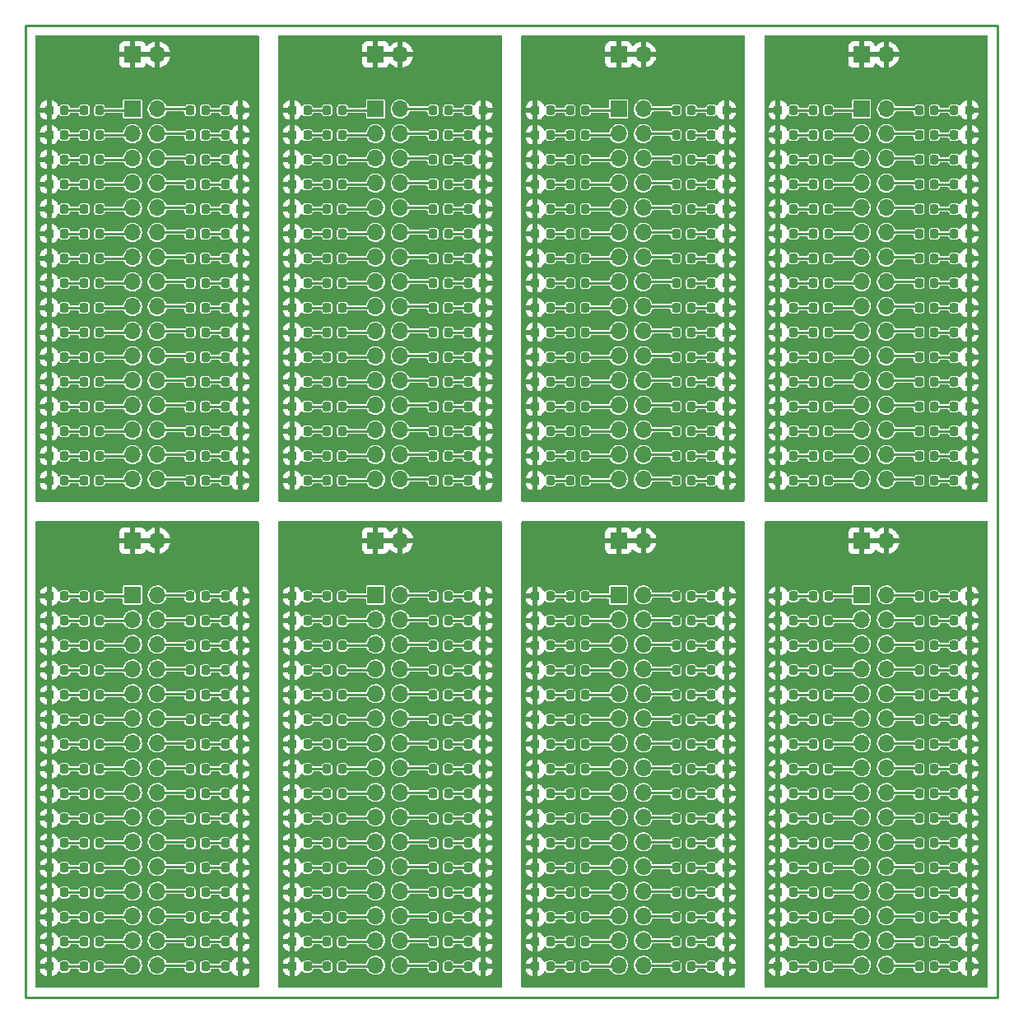
<source format=gbr>
%TF.GenerationSoftware,KiCad,Pcbnew,(5.99.0-8510-g4da28cf8f4)*%
%TF.CreationDate,2021-03-01T14:47:09+00:00*%
%TF.ProjectId,test_ledout,74657374-5f6c-4656-946f-75742e6b6963,D*%
%TF.SameCoordinates,PX5f5e100PY5f5e100*%
%TF.FileFunction,Copper,L1,Top*%
%TF.FilePolarity,Positive*%
%FSLAX46Y46*%
G04 Gerber Fmt 4.6, Leading zero omitted, Abs format (unit mm)*
G04 Created by KiCad (PCBNEW (5.99.0-8510-g4da28cf8f4)) date 2021-03-01 14:47:09*
%MOMM*%
%LPD*%
G01*
G04 APERTURE LIST*
G04 Aperture macros list*
%AMRoundRect*
0 Rectangle with rounded corners*
0 $1 Rounding radius*
0 $2 $3 $4 $5 $6 $7 $8 $9 X,Y pos of 4 corners*
0 Add a 4 corners polygon primitive as box body*
4,1,4,$2,$3,$4,$5,$6,$7,$8,$9,$2,$3,0*
0 Add four circle primitives for the rounded corners*
1,1,$1+$1,$2,$3*
1,1,$1+$1,$4,$5*
1,1,$1+$1,$6,$7*
1,1,$1+$1,$8,$9*
0 Add four rect primitives between the rounded corners*
20,1,$1+$1,$2,$3,$4,$5,0*
20,1,$1+$1,$4,$5,$6,$7,0*
20,1,$1+$1,$6,$7,$8,$9,0*
20,1,$1+$1,$8,$9,$2,$3,0*%
G04 Aperture macros list end*
%TA.AperFunction,Profile*%
%ADD10C,0.254000*%
%TD*%
%TA.AperFunction,SMDPad,CuDef*%
%ADD11RoundRect,0.218750X0.218750X0.256250X-0.218750X0.256250X-0.218750X-0.256250X0.218750X-0.256250X0*%
%TD*%
%TA.AperFunction,SMDPad,CuDef*%
%ADD12RoundRect,0.218750X-0.218750X-0.256250X0.218750X-0.256250X0.218750X0.256250X-0.218750X0.256250X0*%
%TD*%
%TA.AperFunction,ComponentPad*%
%ADD13R,1.700000X1.700000*%
%TD*%
%TA.AperFunction,ComponentPad*%
%ADD14O,1.700000X1.700000*%
%TD*%
%TA.AperFunction,Conductor*%
%ADD15C,0.254000*%
%TD*%
G04 APERTURE END LIST*
D10*
X37000000Y-10000000D02*
X137000000Y-10000000D01*
X37000000Y90000000D02*
X37000000Y-10000000D01*
X137000000Y90000000D02*
X37000000Y90000000D01*
X137000000Y-10000000D02*
X137000000Y90000000D01*
D11*
%TO.P,REF\u002A\u002A,1*%
%TO.N,N/C*%
X94590000Y55870000D03*
%TO.P,REF\u002A\u002A,2*%
X93015000Y55870000D03*
%TD*%
D12*
%TO.P,REF\u002A\u002A,1*%
%TO.N,N/C*%
X107522500Y81270000D03*
%TO.P,REF\u002A\u002A,2*%
%TO.N,gnd*%
X109097500Y81270000D03*
%TD*%
D11*
%TO.P,REF\u002A\u002A,2*%
%TO.N,gnd*%
X89415000Y-6830000D03*
%TO.P,REF\u002A\u002A,1*%
%TO.N,N/C*%
X90990000Y-6830000D03*
%TD*%
D12*
%TO.P,REF\u002A\u002A,1*%
%TO.N,N/C*%
X132522500Y31270000D03*
%TO.P,REF\u002A\u002A,2*%
%TO.N,gnd*%
X134097500Y31270000D03*
%TD*%
%TO.P,REF\u002A\u002A,1*%
%TO.N,N/C*%
X128922500Y13490000D03*
%TO.P,REF\u002A\u002A,2*%
X130497500Y13490000D03*
%TD*%
D11*
%TO.P,REF\u002A\u002A,2*%
%TO.N,gnd*%
X114415000Y31270000D03*
%TO.P,REF\u002A\u002A,1*%
%TO.N,N/C*%
X115990000Y31270000D03*
%TD*%
D12*
%TO.P,REF\u002A\u002A,1*%
%TO.N,N/C*%
X132522500Y43170000D03*
%TO.P,REF\u002A\u002A,2*%
%TO.N,gnd*%
X134097500Y43170000D03*
%TD*%
D11*
%TO.P,REF\u002A\u002A,2*%
%TO.N,N/C*%
X118015000Y50790000D03*
%TO.P,REF\u002A\u002A,1*%
X119590000Y50790000D03*
%TD*%
D13*
%TO.P,REF\u002A\u002A,1*%
%TO.N,gnd*%
X98000000Y37000000D03*
D14*
%TO.P,REF\u002A\u002A,2*%
X100540000Y37000000D03*
%TD*%
D12*
%TO.P,REF\u002A\u002A,2*%
%TO.N,N/C*%
X105497500Y8410000D03*
%TO.P,REF\u002A\u002A,1*%
X103922500Y8410000D03*
%TD*%
D11*
%TO.P,REF\u002A\u002A,1*%
%TO.N,N/C*%
X90990000Y76190000D03*
%TO.P,REF\u002A\u002A,2*%
%TO.N,gnd*%
X89415000Y76190000D03*
%TD*%
%TO.P,REF\u002A\u002A,1*%
%TO.N,N/C*%
X94590000Y76190000D03*
%TO.P,REF\u002A\u002A,2*%
X93015000Y76190000D03*
%TD*%
%TO.P,REF\u002A\u002A,2*%
%TO.N,N/C*%
X118015000Y48250000D03*
%TO.P,REF\u002A\u002A,1*%
X119590000Y48250000D03*
%TD*%
D12*
%TO.P,REF\u002A\u002A,1*%
%TO.N,N/C*%
X132522500Y78730000D03*
%TO.P,REF\u002A\u002A,2*%
%TO.N,gnd*%
X134097500Y78730000D03*
%TD*%
D11*
%TO.P,REF\u002A\u002A,1*%
%TO.N,N/C*%
X115990000Y-1750000D03*
%TO.P,REF\u002A\u002A,2*%
%TO.N,gnd*%
X114415000Y-1750000D03*
%TD*%
D12*
%TO.P,REF\u002A\u002A,2*%
%TO.N,N/C*%
X130497500Y71110000D03*
%TO.P,REF\u002A\u002A,1*%
X128922500Y71110000D03*
%TD*%
%TO.P,REF\u002A\u002A,2*%
%TO.N,gnd*%
X134097500Y5870000D03*
%TO.P,REF\u002A\u002A,1*%
%TO.N,N/C*%
X132522500Y5870000D03*
%TD*%
D11*
%TO.P,REF\u002A\u002A,1*%
%TO.N,N/C*%
X119590000Y5870000D03*
%TO.P,REF\u002A\u002A,2*%
X118015000Y5870000D03*
%TD*%
%TO.P,REF\u002A\u002A,2*%
%TO.N,N/C*%
X93015000Y10950000D03*
%TO.P,REF\u002A\u002A,1*%
X94590000Y10950000D03*
%TD*%
%TO.P,REF\u002A\u002A,2*%
%TO.N,N/C*%
X93015000Y28730000D03*
%TO.P,REF\u002A\u002A,1*%
X94590000Y28730000D03*
%TD*%
D12*
%TO.P,REF\u002A\u002A,1*%
%TO.N,N/C*%
X103922500Y63490000D03*
%TO.P,REF\u002A\u002A,2*%
X105497500Y63490000D03*
%TD*%
D11*
%TO.P,REF\u002A\u002A,2*%
%TO.N,gnd*%
X89415000Y81270000D03*
%TO.P,REF\u002A\u002A,1*%
%TO.N,N/C*%
X90990000Y81270000D03*
%TD*%
D12*
%TO.P,REF\u002A\u002A,1*%
%TO.N,N/C*%
X103922500Y53330000D03*
%TO.P,REF\u002A\u002A,2*%
X105497500Y53330000D03*
%TD*%
%TO.P,REF\u002A\u002A,1*%
%TO.N,N/C*%
X103922500Y50790000D03*
%TO.P,REF\u002A\u002A,2*%
X105497500Y50790000D03*
%TD*%
D11*
%TO.P,REF\u002A\u002A,2*%
%TO.N,gnd*%
X89415000Y26190000D03*
%TO.P,REF\u002A\u002A,1*%
%TO.N,N/C*%
X90990000Y26190000D03*
%TD*%
%TO.P,REF\u002A\u002A,2*%
%TO.N,N/C*%
X93015000Y26190000D03*
%TO.P,REF\u002A\u002A,1*%
X94590000Y26190000D03*
%TD*%
D13*
%TO.P,REF\u002A\u002A,1*%
%TO.N,N/C*%
X98000000Y31400000D03*
D14*
%TO.P,REF\u002A\u002A,2*%
X100540000Y31400000D03*
%TO.P,REF\u002A\u002A,3*%
X98000000Y28860000D03*
%TO.P,REF\u002A\u002A,4*%
X100540000Y28860000D03*
%TO.P,REF\u002A\u002A,5*%
X98000000Y26320000D03*
%TO.P,REF\u002A\u002A,6*%
X100540000Y26320000D03*
%TO.P,REF\u002A\u002A,7*%
X98000000Y23780000D03*
%TO.P,REF\u002A\u002A,8*%
X100540000Y23780000D03*
%TO.P,REF\u002A\u002A,9*%
X98000000Y21240000D03*
%TO.P,REF\u002A\u002A,10*%
X100540000Y21240000D03*
%TO.P,REF\u002A\u002A,11*%
X98000000Y18700000D03*
%TO.P,REF\u002A\u002A,12*%
X100540000Y18700000D03*
%TO.P,REF\u002A\u002A,13*%
X98000000Y16160000D03*
%TO.P,REF\u002A\u002A,14*%
X100540000Y16160000D03*
%TO.P,REF\u002A\u002A,15*%
X98000000Y13620000D03*
%TO.P,REF\u002A\u002A,16*%
X100540000Y13620000D03*
%TO.P,REF\u002A\u002A,17*%
X98000000Y11080000D03*
%TO.P,REF\u002A\u002A,18*%
X100540000Y11080000D03*
%TO.P,REF\u002A\u002A,19*%
X98000000Y8540000D03*
%TO.P,REF\u002A\u002A,20*%
X100540000Y8540000D03*
%TO.P,REF\u002A\u002A,21*%
X98000000Y6000000D03*
%TO.P,REF\u002A\u002A,22*%
X100540000Y6000000D03*
%TO.P,REF\u002A\u002A,23*%
X98000000Y3460000D03*
%TO.P,REF\u002A\u002A,24*%
X100540000Y3460000D03*
%TO.P,REF\u002A\u002A,25*%
X98000000Y920000D03*
%TO.P,REF\u002A\u002A,26*%
X100540000Y920000D03*
%TO.P,REF\u002A\u002A,27*%
X98000000Y-1620000D03*
%TO.P,REF\u002A\u002A,28*%
X100540000Y-1620000D03*
%TO.P,REF\u002A\u002A,29*%
X98000000Y-4160000D03*
%TO.P,REF\u002A\u002A,30*%
X100540000Y-4160000D03*
%TO.P,REF\u002A\u002A,31*%
X98000000Y-6700000D03*
%TO.P,REF\u002A\u002A,32*%
X100540000Y-6700000D03*
%TD*%
D11*
%TO.P,REF\u002A\u002A,1*%
%TO.N,N/C*%
X94590000Y73650000D03*
%TO.P,REF\u002A\u002A,2*%
X93015000Y73650000D03*
%TD*%
D12*
%TO.P,REF\u002A\u002A,2*%
%TO.N,N/C*%
X105497500Y26190000D03*
%TO.P,REF\u002A\u002A,1*%
X103922500Y26190000D03*
%TD*%
D11*
%TO.P,REF\u002A\u002A,1*%
%TO.N,N/C*%
X90990000Y50790000D03*
%TO.P,REF\u002A\u002A,2*%
%TO.N,gnd*%
X89415000Y50790000D03*
%TD*%
D12*
%TO.P,REF\u002A\u002A,1*%
%TO.N,N/C*%
X103922500Y76190000D03*
%TO.P,REF\u002A\u002A,2*%
X105497500Y76190000D03*
%TD*%
%TO.P,REF\u002A\u002A,2*%
%TO.N,N/C*%
X130497500Y76190000D03*
%TO.P,REF\u002A\u002A,1*%
X128922500Y76190000D03*
%TD*%
%TO.P,REF\u002A\u002A,1*%
%TO.N,N/C*%
X107522500Y-6830000D03*
%TO.P,REF\u002A\u002A,2*%
%TO.N,gnd*%
X109097500Y-6830000D03*
%TD*%
%TO.P,REF\u002A\u002A,2*%
%TO.N,N/C*%
X105497500Y-4290000D03*
%TO.P,REF\u002A\u002A,1*%
X103922500Y-4290000D03*
%TD*%
%TO.P,REF\u002A\u002A,1*%
%TO.N,N/C*%
X103922500Y73650000D03*
%TO.P,REF\u002A\u002A,2*%
X105497500Y73650000D03*
%TD*%
%TO.P,REF\u002A\u002A,2*%
%TO.N,gnd*%
X109097500Y45710000D03*
%TO.P,REF\u002A\u002A,1*%
%TO.N,N/C*%
X107522500Y45710000D03*
%TD*%
%TO.P,REF\u002A\u002A,2*%
%TO.N,N/C*%
X105497500Y81270000D03*
%TO.P,REF\u002A\u002A,1*%
X103922500Y81270000D03*
%TD*%
D11*
%TO.P,REF\u002A\u002A,1*%
%TO.N,N/C*%
X90990000Y68570000D03*
%TO.P,REF\u002A\u002A,2*%
%TO.N,gnd*%
X89415000Y68570000D03*
%TD*%
%TO.P,REF\u002A\u002A,2*%
%TO.N,N/C*%
X93015000Y18570000D03*
%TO.P,REF\u002A\u002A,1*%
X94590000Y18570000D03*
%TD*%
%TO.P,REF\u002A\u002A,2*%
%TO.N,N/C*%
X93015000Y16030000D03*
%TO.P,REF\u002A\u002A,1*%
X94590000Y16030000D03*
%TD*%
%TO.P,REF\u002A\u002A,2*%
%TO.N,gnd*%
X114415000Y73650000D03*
%TO.P,REF\u002A\u002A,1*%
%TO.N,N/C*%
X115990000Y73650000D03*
%TD*%
%TO.P,REF\u002A\u002A,1*%
%TO.N,N/C*%
X119590000Y3330000D03*
%TO.P,REF\u002A\u002A,2*%
X118015000Y3330000D03*
%TD*%
D12*
%TO.P,REF\u002A\u002A,2*%
%TO.N,N/C*%
X130497500Y66030000D03*
%TO.P,REF\u002A\u002A,1*%
X128922500Y66030000D03*
%TD*%
%TO.P,REF\u002A\u002A,2*%
%TO.N,gnd*%
X134097500Y-1750000D03*
%TO.P,REF\u002A\u002A,1*%
%TO.N,N/C*%
X132522500Y-1750000D03*
%TD*%
D11*
%TO.P,REF\u002A\u002A,1*%
%TO.N,N/C*%
X90990000Y43170000D03*
%TO.P,REF\u002A\u002A,2*%
%TO.N,gnd*%
X89415000Y43170000D03*
%TD*%
D12*
%TO.P,REF\u002A\u002A,2*%
%TO.N,gnd*%
X109097500Y60950000D03*
%TO.P,REF\u002A\u002A,1*%
%TO.N,N/C*%
X107522500Y60950000D03*
%TD*%
D11*
%TO.P,REF\u002A\u002A,2*%
%TO.N,N/C*%
X93015000Y13490000D03*
%TO.P,REF\u002A\u002A,1*%
X94590000Y13490000D03*
%TD*%
%TO.P,REF\u002A\u002A,2*%
%TO.N,N/C*%
X93015000Y-6830000D03*
%TO.P,REF\u002A\u002A,1*%
X94590000Y-6830000D03*
%TD*%
D12*
%TO.P,REF\u002A\u002A,2*%
%TO.N,N/C*%
X105497500Y-1750000D03*
%TO.P,REF\u002A\u002A,1*%
X103922500Y-1750000D03*
%TD*%
%TO.P,REF\u002A\u002A,2*%
%TO.N,gnd*%
X134097500Y8410000D03*
%TO.P,REF\u002A\u002A,1*%
%TO.N,N/C*%
X132522500Y8410000D03*
%TD*%
D11*
%TO.P,REF\u002A\u002A,1*%
%TO.N,N/C*%
X119590000Y-1750000D03*
%TO.P,REF\u002A\u002A,2*%
X118015000Y-1750000D03*
%TD*%
%TO.P,REF\u002A\u002A,2*%
%TO.N,N/C*%
X93015000Y81270000D03*
%TO.P,REF\u002A\u002A,1*%
X94590000Y81270000D03*
%TD*%
D12*
%TO.P,REF\u002A\u002A,2*%
%TO.N,gnd*%
X109097500Y63490000D03*
%TO.P,REF\u002A\u002A,1*%
%TO.N,N/C*%
X107522500Y63490000D03*
%TD*%
D11*
%TO.P,REF\u002A\u002A,2*%
%TO.N,gnd*%
X114415000Y43170000D03*
%TO.P,REF\u002A\u002A,1*%
%TO.N,N/C*%
X115990000Y43170000D03*
%TD*%
D12*
%TO.P,REF\u002A\u002A,1*%
%TO.N,N/C*%
X132522500Y60950000D03*
%TO.P,REF\u002A\u002A,2*%
%TO.N,gnd*%
X134097500Y60950000D03*
%TD*%
D11*
%TO.P,REF\u002A\u002A,1*%
%TO.N,N/C*%
X119590000Y13490000D03*
%TO.P,REF\u002A\u002A,2*%
X118015000Y13490000D03*
%TD*%
%TO.P,REF\u002A\u002A,1*%
%TO.N,N/C*%
X119590000Y-6830000D03*
%TO.P,REF\u002A\u002A,2*%
X118015000Y-6830000D03*
%TD*%
D12*
%TO.P,REF\u002A\u002A,1*%
%TO.N,N/C*%
X128922500Y-1750000D03*
%TO.P,REF\u002A\u002A,2*%
X130497500Y-1750000D03*
%TD*%
D11*
%TO.P,REF\u002A\u002A,1*%
%TO.N,N/C*%
X119590000Y81270000D03*
%TO.P,REF\u002A\u002A,2*%
X118015000Y81270000D03*
%TD*%
%TO.P,REF\u002A\u002A,1*%
%TO.N,N/C*%
X90990000Y45710000D03*
%TO.P,REF\u002A\u002A,2*%
%TO.N,gnd*%
X89415000Y45710000D03*
%TD*%
D12*
%TO.P,REF\u002A\u002A,1*%
%TO.N,N/C*%
X103922500Y68570000D03*
%TO.P,REF\u002A\u002A,2*%
X105497500Y68570000D03*
%TD*%
%TO.P,REF\u002A\u002A,2*%
%TO.N,N/C*%
X105497500Y28730000D03*
%TO.P,REF\u002A\u002A,1*%
X103922500Y28730000D03*
%TD*%
D11*
%TO.P,REF\u002A\u002A,1*%
%TO.N,N/C*%
X94590000Y63490000D03*
%TO.P,REF\u002A\u002A,2*%
X93015000Y63490000D03*
%TD*%
%TO.P,REF\u002A\u002A,1*%
%TO.N,N/C*%
X94590000Y43170000D03*
%TO.P,REF\u002A\u002A,2*%
X93015000Y43170000D03*
%TD*%
D12*
%TO.P,REF\u002A\u002A,1*%
%TO.N,N/C*%
X107522500Y-4290000D03*
%TO.P,REF\u002A\u002A,2*%
%TO.N,gnd*%
X109097500Y-4290000D03*
%TD*%
%TO.P,REF\u002A\u002A,1*%
%TO.N,N/C*%
X103922500Y31270000D03*
%TO.P,REF\u002A\u002A,2*%
X105497500Y31270000D03*
%TD*%
%TO.P,REF\u002A\u002A,2*%
%TO.N,gnd*%
X109097500Y50790000D03*
%TO.P,REF\u002A\u002A,1*%
%TO.N,N/C*%
X107522500Y50790000D03*
%TD*%
D11*
%TO.P,REF\u002A\u002A,2*%
%TO.N,gnd*%
X89415000Y18570000D03*
%TO.P,REF\u002A\u002A,1*%
%TO.N,N/C*%
X90990000Y18570000D03*
%TD*%
D12*
%TO.P,REF\u002A\u002A,1*%
%TO.N,N/C*%
X107522500Y21110000D03*
%TO.P,REF\u002A\u002A,2*%
%TO.N,gnd*%
X109097500Y21110000D03*
%TD*%
%TO.P,REF\u002A\u002A,2*%
%TO.N,N/C*%
X105497500Y10950000D03*
%TO.P,REF\u002A\u002A,1*%
X103922500Y10950000D03*
%TD*%
D11*
%TO.P,REF\u002A\u002A,2*%
%TO.N,N/C*%
X93015000Y21110000D03*
%TO.P,REF\u002A\u002A,1*%
X94590000Y21110000D03*
%TD*%
D12*
%TO.P,REF\u002A\u002A,1*%
%TO.N,N/C*%
X107522500Y18570000D03*
%TO.P,REF\u002A\u002A,2*%
%TO.N,gnd*%
X109097500Y18570000D03*
%TD*%
%TO.P,REF\u002A\u002A,1*%
%TO.N,N/C*%
X107522500Y16030000D03*
%TO.P,REF\u002A\u002A,2*%
%TO.N,gnd*%
X109097500Y16030000D03*
%TD*%
D11*
%TO.P,REF\u002A\u002A,2*%
%TO.N,gnd*%
X89415000Y10950000D03*
%TO.P,REF\u002A\u002A,1*%
%TO.N,N/C*%
X90990000Y10950000D03*
%TD*%
%TO.P,REF\u002A\u002A,2*%
%TO.N,gnd*%
X89415000Y3330000D03*
%TO.P,REF\u002A\u002A,1*%
%TO.N,N/C*%
X90990000Y3330000D03*
%TD*%
%TO.P,REF\u002A\u002A,1*%
%TO.N,N/C*%
X90990000Y55870000D03*
%TO.P,REF\u002A\u002A,2*%
%TO.N,gnd*%
X89415000Y55870000D03*
%TD*%
D12*
%TO.P,REF\u002A\u002A,1*%
%TO.N,N/C*%
X132522500Y68570000D03*
%TO.P,REF\u002A\u002A,2*%
%TO.N,gnd*%
X134097500Y68570000D03*
%TD*%
D11*
%TO.P,REF\u002A\u002A,2*%
%TO.N,gnd*%
X114415000Y78730000D03*
%TO.P,REF\u002A\u002A,1*%
%TO.N,N/C*%
X115990000Y78730000D03*
%TD*%
%TO.P,REF\u002A\u002A,2*%
%TO.N,N/C*%
X118015000Y58410000D03*
%TO.P,REF\u002A\u002A,1*%
X119590000Y58410000D03*
%TD*%
D12*
%TO.P,REF\u002A\u002A,1*%
%TO.N,N/C*%
X128922500Y18570000D03*
%TO.P,REF\u002A\u002A,2*%
X130497500Y18570000D03*
%TD*%
%TO.P,REF\u002A\u002A,1*%
%TO.N,N/C*%
X132522500Y71110000D03*
%TO.P,REF\u002A\u002A,2*%
%TO.N,gnd*%
X134097500Y71110000D03*
%TD*%
%TO.P,REF\u002A\u002A,2*%
%TO.N,N/C*%
X130497500Y60950000D03*
%TO.P,REF\u002A\u002A,1*%
X128922500Y60950000D03*
%TD*%
D11*
%TO.P,REF\u002A\u002A,1*%
%TO.N,N/C*%
X94590000Y48250000D03*
%TO.P,REF\u002A\u002A,2*%
X93015000Y48250000D03*
%TD*%
D12*
%TO.P,REF\u002A\u002A,2*%
%TO.N,gnd*%
X109097500Y78730000D03*
%TO.P,REF\u002A\u002A,1*%
%TO.N,N/C*%
X107522500Y78730000D03*
%TD*%
%TO.P,REF\u002A\u002A,2*%
%TO.N,N/C*%
X130497500Y53330000D03*
%TO.P,REF\u002A\u002A,1*%
X128922500Y53330000D03*
%TD*%
%TO.P,REF\u002A\u002A,2*%
%TO.N,N/C*%
X130497500Y50790000D03*
%TO.P,REF\u002A\u002A,1*%
X128922500Y50790000D03*
%TD*%
D11*
%TO.P,REF\u002A\u002A,1*%
%TO.N,N/C*%
X115990000Y26190000D03*
%TO.P,REF\u002A\u002A,2*%
%TO.N,gnd*%
X114415000Y26190000D03*
%TD*%
%TO.P,REF\u002A\u002A,1*%
%TO.N,N/C*%
X119590000Y26190000D03*
%TO.P,REF\u002A\u002A,2*%
X118015000Y26190000D03*
%TD*%
%TO.P,REF\u002A\u002A,2*%
%TO.N,gnd*%
X89415000Y-1750000D03*
%TO.P,REF\u002A\u002A,1*%
%TO.N,N/C*%
X90990000Y-1750000D03*
%TD*%
D12*
%TO.P,REF\u002A\u002A,1*%
%TO.N,N/C*%
X103922500Y71110000D03*
%TO.P,REF\u002A\u002A,2*%
X105497500Y71110000D03*
%TD*%
%TO.P,REF\u002A\u002A,1*%
%TO.N,N/C*%
X107522500Y5870000D03*
%TO.P,REF\u002A\u002A,2*%
%TO.N,gnd*%
X109097500Y5870000D03*
%TD*%
D11*
%TO.P,REF\u002A\u002A,2*%
%TO.N,N/C*%
X93015000Y5870000D03*
%TO.P,REF\u002A\u002A,1*%
X94590000Y5870000D03*
%TD*%
%TO.P,REF\u002A\u002A,1*%
%TO.N,N/C*%
X115990000Y16030000D03*
%TO.P,REF\u002A\u002A,2*%
%TO.N,gnd*%
X114415000Y16030000D03*
%TD*%
%TO.P,REF\u002A\u002A,2*%
%TO.N,N/C*%
X118015000Y45710000D03*
%TO.P,REF\u002A\u002A,1*%
X119590000Y45710000D03*
%TD*%
D12*
%TO.P,REF\u002A\u002A,1*%
%TO.N,N/C*%
X128922500Y21110000D03*
%TO.P,REF\u002A\u002A,2*%
X130497500Y21110000D03*
%TD*%
%TO.P,REF\u002A\u002A,1*%
%TO.N,N/C*%
X132522500Y73650000D03*
%TO.P,REF\u002A\u002A,2*%
%TO.N,gnd*%
X134097500Y73650000D03*
%TD*%
%TO.P,REF\u002A\u002A,2*%
%TO.N,gnd*%
X134097500Y28730000D03*
%TO.P,REF\u002A\u002A,1*%
%TO.N,N/C*%
X132522500Y28730000D03*
%TD*%
D11*
%TO.P,REF\u002A\u002A,1*%
%TO.N,N/C*%
X115990000Y8410000D03*
%TO.P,REF\u002A\u002A,2*%
%TO.N,gnd*%
X114415000Y8410000D03*
%TD*%
D12*
%TO.P,REF\u002A\u002A,2*%
%TO.N,gnd*%
X109097500Y31270000D03*
%TO.P,REF\u002A\u002A,1*%
%TO.N,N/C*%
X107522500Y31270000D03*
%TD*%
D14*
%TO.P,REF\u002A\u002A,32*%
%TO.N,N/C*%
X125540000Y-6700000D03*
%TO.P,REF\u002A\u002A,31*%
X123000000Y-6700000D03*
%TO.P,REF\u002A\u002A,30*%
X125540000Y-4160000D03*
%TO.P,REF\u002A\u002A,29*%
X123000000Y-4160000D03*
%TO.P,REF\u002A\u002A,28*%
X125540000Y-1620000D03*
%TO.P,REF\u002A\u002A,27*%
X123000000Y-1620000D03*
%TO.P,REF\u002A\u002A,26*%
X125540000Y920000D03*
%TO.P,REF\u002A\u002A,25*%
X123000000Y920000D03*
%TO.P,REF\u002A\u002A,24*%
X125540000Y3460000D03*
%TO.P,REF\u002A\u002A,23*%
X123000000Y3460000D03*
%TO.P,REF\u002A\u002A,22*%
X125540000Y6000000D03*
%TO.P,REF\u002A\u002A,21*%
X123000000Y6000000D03*
%TO.P,REF\u002A\u002A,20*%
X125540000Y8540000D03*
%TO.P,REF\u002A\u002A,19*%
X123000000Y8540000D03*
%TO.P,REF\u002A\u002A,18*%
X125540000Y11080000D03*
%TO.P,REF\u002A\u002A,17*%
X123000000Y11080000D03*
%TO.P,REF\u002A\u002A,16*%
X125540000Y13620000D03*
%TO.P,REF\u002A\u002A,15*%
X123000000Y13620000D03*
%TO.P,REF\u002A\u002A,14*%
X125540000Y16160000D03*
%TO.P,REF\u002A\u002A,13*%
X123000000Y16160000D03*
%TO.P,REF\u002A\u002A,12*%
X125540000Y18700000D03*
%TO.P,REF\u002A\u002A,11*%
X123000000Y18700000D03*
%TO.P,REF\u002A\u002A,10*%
X125540000Y21240000D03*
%TO.P,REF\u002A\u002A,9*%
X123000000Y21240000D03*
%TO.P,REF\u002A\u002A,8*%
X125540000Y23780000D03*
%TO.P,REF\u002A\u002A,7*%
X123000000Y23780000D03*
%TO.P,REF\u002A\u002A,6*%
X125540000Y26320000D03*
%TO.P,REF\u002A\u002A,5*%
X123000000Y26320000D03*
%TO.P,REF\u002A\u002A,4*%
X125540000Y28860000D03*
%TO.P,REF\u002A\u002A,3*%
X123000000Y28860000D03*
%TO.P,REF\u002A\u002A,2*%
X125540000Y31400000D03*
D13*
%TO.P,REF\u002A\u002A,1*%
X123000000Y31400000D03*
%TD*%
D11*
%TO.P,REF\u002A\u002A,2*%
%TO.N,N/C*%
X118015000Y73650000D03*
%TO.P,REF\u002A\u002A,1*%
X119590000Y73650000D03*
%TD*%
D12*
%TO.P,REF\u002A\u002A,1*%
%TO.N,N/C*%
X128922500Y26190000D03*
%TO.P,REF\u002A\u002A,2*%
X130497500Y26190000D03*
%TD*%
D11*
%TO.P,REF\u002A\u002A,2*%
%TO.N,gnd*%
X114415000Y50790000D03*
%TO.P,REF\u002A\u002A,1*%
%TO.N,N/C*%
X115990000Y50790000D03*
%TD*%
D12*
%TO.P,REF\u002A\u002A,2*%
%TO.N,gnd*%
X134097500Y-6830000D03*
%TO.P,REF\u002A\u002A,1*%
%TO.N,N/C*%
X132522500Y-6830000D03*
%TD*%
%TO.P,REF\u002A\u002A,2*%
%TO.N,N/C*%
X105497500Y13490000D03*
%TO.P,REF\u002A\u002A,1*%
X103922500Y13490000D03*
%TD*%
D11*
%TO.P,REF\u002A\u002A,2*%
%TO.N,N/C*%
X118015000Y55870000D03*
%TO.P,REF\u002A\u002A,1*%
X119590000Y55870000D03*
%TD*%
D12*
%TO.P,REF\u002A\u002A,2*%
%TO.N,gnd*%
X134097500Y81270000D03*
%TO.P,REF\u002A\u002A,1*%
%TO.N,N/C*%
X132522500Y81270000D03*
%TD*%
D11*
%TO.P,REF\u002A\u002A,1*%
%TO.N,N/C*%
X115990000Y-6830000D03*
%TO.P,REF\u002A\u002A,2*%
%TO.N,gnd*%
X114415000Y-6830000D03*
%TD*%
D14*
%TO.P,REF\u002A\u002A,2*%
%TO.N,gnd*%
X125540000Y37000000D03*
D13*
%TO.P,REF\u002A\u002A,1*%
X123000000Y37000000D03*
%TD*%
D11*
%TO.P,REF\u002A\u002A,1*%
%TO.N,N/C*%
X90990000Y31270000D03*
%TO.P,REF\u002A\u002A,2*%
%TO.N,gnd*%
X89415000Y31270000D03*
%TD*%
D12*
%TO.P,REF\u002A\u002A,2*%
%TO.N,gnd*%
X109097500Y43170000D03*
%TO.P,REF\u002A\u002A,1*%
%TO.N,N/C*%
X107522500Y43170000D03*
%TD*%
D11*
%TO.P,REF\u002A\u002A,1*%
%TO.N,N/C*%
X94590000Y50790000D03*
%TO.P,REF\u002A\u002A,2*%
X93015000Y50790000D03*
%TD*%
%TO.P,REF\u002A\u002A,2*%
%TO.N,N/C*%
X118015000Y31270000D03*
%TO.P,REF\u002A\u002A,1*%
X119590000Y31270000D03*
%TD*%
D12*
%TO.P,REF\u002A\u002A,2*%
%TO.N,gnd*%
X134097500Y13490000D03*
%TO.P,REF\u002A\u002A,1*%
%TO.N,N/C*%
X132522500Y13490000D03*
%TD*%
D11*
%TO.P,REF\u002A\u002A,2*%
%TO.N,N/C*%
X118015000Y60950000D03*
%TO.P,REF\u002A\u002A,1*%
X119590000Y60950000D03*
%TD*%
%TO.P,REF\u002A\u002A,2*%
%TO.N,N/C*%
X118015000Y78730000D03*
%TO.P,REF\u002A\u002A,1*%
X119590000Y78730000D03*
%TD*%
D12*
%TO.P,REF\u002A\u002A,2*%
%TO.N,gnd*%
X134097500Y10950000D03*
%TO.P,REF\u002A\u002A,1*%
%TO.N,N/C*%
X132522500Y10950000D03*
%TD*%
D11*
%TO.P,REF\u002A\u002A,1*%
%TO.N,N/C*%
X119590000Y790000D03*
%TO.P,REF\u002A\u002A,2*%
X118015000Y790000D03*
%TD*%
%TO.P,REF\u002A\u002A,1*%
%TO.N,N/C*%
X115990000Y790000D03*
%TO.P,REF\u002A\u002A,2*%
%TO.N,gnd*%
X114415000Y790000D03*
%TD*%
%TO.P,REF\u002A\u002A,1*%
%TO.N,N/C*%
X115990000Y23650000D03*
%TO.P,REF\u002A\u002A,2*%
%TO.N,gnd*%
X114415000Y23650000D03*
%TD*%
%TO.P,REF\u002A\u002A,1*%
%TO.N,N/C*%
X119590000Y23650000D03*
%TO.P,REF\u002A\u002A,2*%
X118015000Y23650000D03*
%TD*%
%TO.P,REF\u002A\u002A,2*%
%TO.N,gnd*%
X114415000Y48250000D03*
%TO.P,REF\u002A\u002A,1*%
%TO.N,N/C*%
X115990000Y48250000D03*
%TD*%
D12*
%TO.P,REF\u002A\u002A,1*%
%TO.N,N/C*%
X132522500Y55870000D03*
%TO.P,REF\u002A\u002A,2*%
%TO.N,gnd*%
X134097500Y55870000D03*
%TD*%
D11*
%TO.P,REF\u002A\u002A,2*%
%TO.N,gnd*%
X89415000Y28730000D03*
%TO.P,REF\u002A\u002A,1*%
%TO.N,N/C*%
X90990000Y28730000D03*
%TD*%
D12*
%TO.P,REF\u002A\u002A,2*%
%TO.N,N/C*%
X130497500Y78730000D03*
%TO.P,REF\u002A\u002A,1*%
X128922500Y78730000D03*
%TD*%
D11*
%TO.P,REF\u002A\u002A,1*%
%TO.N,N/C*%
X115990000Y21110000D03*
%TO.P,REF\u002A\u002A,2*%
%TO.N,gnd*%
X114415000Y21110000D03*
%TD*%
%TO.P,REF\u002A\u002A,2*%
%TO.N,gnd*%
X114415000Y63490000D03*
%TO.P,REF\u002A\u002A,1*%
%TO.N,N/C*%
X115990000Y63490000D03*
%TD*%
D12*
%TO.P,REF\u002A\u002A,1*%
%TO.N,N/C*%
X128922500Y5870000D03*
%TO.P,REF\u002A\u002A,2*%
X130497500Y5870000D03*
%TD*%
%TO.P,REF\u002A\u002A,2*%
%TO.N,N/C*%
X130497500Y43170000D03*
%TO.P,REF\u002A\u002A,1*%
X128922500Y43170000D03*
%TD*%
%TO.P,REF\u002A\u002A,1*%
%TO.N,N/C*%
X132522500Y76190000D03*
%TO.P,REF\u002A\u002A,2*%
%TO.N,gnd*%
X134097500Y76190000D03*
%TD*%
D11*
%TO.P,REF\u002A\u002A,2*%
%TO.N,N/C*%
X93015000Y8410000D03*
%TO.P,REF\u002A\u002A,1*%
X94590000Y8410000D03*
%TD*%
D12*
%TO.P,REF\u002A\u002A,1*%
%TO.N,N/C*%
X107522500Y3330000D03*
%TO.P,REF\u002A\u002A,2*%
%TO.N,gnd*%
X109097500Y3330000D03*
%TD*%
D14*
%TO.P,REF\u002A\u002A,2*%
%TO.N,gnd*%
X100540000Y87000000D03*
D13*
%TO.P,REF\u002A\u002A,1*%
X98000000Y87000000D03*
%TD*%
D12*
%TO.P,REF\u002A\u002A,1*%
%TO.N,N/C*%
X103922500Y58410000D03*
%TO.P,REF\u002A\u002A,2*%
X105497500Y58410000D03*
%TD*%
%TO.P,REF\u002A\u002A,1*%
%TO.N,N/C*%
X103922500Y48250000D03*
%TO.P,REF\u002A\u002A,2*%
X105497500Y48250000D03*
%TD*%
%TO.P,REF\u002A\u002A,1*%
%TO.N,N/C*%
X103922500Y78730000D03*
%TO.P,REF\u002A\u002A,2*%
X105497500Y78730000D03*
%TD*%
D11*
%TO.P,REF\u002A\u002A,2*%
%TO.N,gnd*%
X89415000Y21110000D03*
%TO.P,REF\u002A\u002A,1*%
%TO.N,N/C*%
X90990000Y21110000D03*
%TD*%
%TO.P,REF\u002A\u002A,1*%
%TO.N,N/C*%
X90990000Y63490000D03*
%TO.P,REF\u002A\u002A,2*%
%TO.N,gnd*%
X89415000Y63490000D03*
%TD*%
D12*
%TO.P,REF\u002A\u002A,2*%
%TO.N,N/C*%
X105497500Y5870000D03*
%TO.P,REF\u002A\u002A,1*%
X103922500Y5870000D03*
%TD*%
%TO.P,REF\u002A\u002A,1*%
%TO.N,N/C*%
X103922500Y43170000D03*
%TO.P,REF\u002A\u002A,2*%
X105497500Y43170000D03*
%TD*%
%TO.P,REF\u002A\u002A,2*%
%TO.N,gnd*%
X109097500Y76190000D03*
%TO.P,REF\u002A\u002A,1*%
%TO.N,N/C*%
X107522500Y76190000D03*
%TD*%
D11*
%TO.P,REF\u002A\u002A,2*%
%TO.N,gnd*%
X89415000Y-4290000D03*
%TO.P,REF\u002A\u002A,1*%
%TO.N,N/C*%
X90990000Y-4290000D03*
%TD*%
D12*
%TO.P,REF\u002A\u002A,2*%
%TO.N,gnd*%
X109097500Y53330000D03*
%TO.P,REF\u002A\u002A,1*%
%TO.N,N/C*%
X107522500Y53330000D03*
%TD*%
D11*
%TO.P,REF\u002A\u002A,1*%
%TO.N,N/C*%
X90990000Y71110000D03*
%TO.P,REF\u002A\u002A,2*%
%TO.N,gnd*%
X89415000Y71110000D03*
%TD*%
D12*
%TO.P,REF\u002A\u002A,1*%
%TO.N,N/C*%
X103922500Y55870000D03*
%TO.P,REF\u002A\u002A,2*%
X105497500Y55870000D03*
%TD*%
D11*
%TO.P,REF\u002A\u002A,1*%
%TO.N,N/C*%
X90990000Y58410000D03*
%TO.P,REF\u002A\u002A,2*%
%TO.N,gnd*%
X89415000Y58410000D03*
%TD*%
%TO.P,REF\u002A\u002A,1*%
%TO.N,N/C*%
X94590000Y71110000D03*
%TO.P,REF\u002A\u002A,2*%
X93015000Y71110000D03*
%TD*%
D12*
%TO.P,REF\u002A\u002A,2*%
%TO.N,gnd*%
X109097500Y68570000D03*
%TO.P,REF\u002A\u002A,1*%
%TO.N,N/C*%
X107522500Y68570000D03*
%TD*%
D11*
%TO.P,REF\u002A\u002A,1*%
%TO.N,N/C*%
X90990000Y78730000D03*
%TO.P,REF\u002A\u002A,2*%
%TO.N,gnd*%
X89415000Y78730000D03*
%TD*%
%TO.P,REF\u002A\u002A,1*%
%TO.N,N/C*%
X94590000Y58410000D03*
%TO.P,REF\u002A\u002A,2*%
X93015000Y58410000D03*
%TD*%
D12*
%TO.P,REF\u002A\u002A,1*%
%TO.N,N/C*%
X128922500Y23650000D03*
%TO.P,REF\u002A\u002A,2*%
X130497500Y23650000D03*
%TD*%
%TO.P,REF\u002A\u002A,2*%
%TO.N,gnd*%
X134097500Y26190000D03*
%TO.P,REF\u002A\u002A,1*%
%TO.N,N/C*%
X132522500Y26190000D03*
%TD*%
%TO.P,REF\u002A\u002A,2*%
%TO.N,N/C*%
X105497500Y18570000D03*
%TO.P,REF\u002A\u002A,1*%
X103922500Y18570000D03*
%TD*%
%TO.P,REF\u002A\u002A,2*%
%TO.N,gnd*%
X109097500Y71110000D03*
%TO.P,REF\u002A\u002A,1*%
%TO.N,N/C*%
X107522500Y71110000D03*
%TD*%
%TO.P,REF\u002A\u002A,1*%
%TO.N,N/C*%
X103922500Y60950000D03*
%TO.P,REF\u002A\u002A,2*%
X105497500Y60950000D03*
%TD*%
D11*
%TO.P,REF\u002A\u002A,1*%
%TO.N,N/C*%
X94590000Y31270000D03*
%TO.P,REF\u002A\u002A,2*%
X93015000Y31270000D03*
%TD*%
D12*
%TO.P,REF\u002A\u002A,1*%
%TO.N,N/C*%
X107522500Y13490000D03*
%TO.P,REF\u002A\u002A,2*%
%TO.N,gnd*%
X109097500Y13490000D03*
%TD*%
D11*
%TO.P,REF\u002A\u002A,1*%
%TO.N,N/C*%
X94590000Y60950000D03*
%TO.P,REF\u002A\u002A,2*%
X93015000Y60950000D03*
%TD*%
%TO.P,REF\u002A\u002A,1*%
%TO.N,N/C*%
X94590000Y78730000D03*
%TO.P,REF\u002A\u002A,2*%
X93015000Y78730000D03*
%TD*%
%TO.P,REF\u002A\u002A,2*%
%TO.N,gnd*%
X114415000Y53330000D03*
%TO.P,REF\u002A\u002A,1*%
%TO.N,N/C*%
X115990000Y53330000D03*
%TD*%
%TO.P,REF\u002A\u002A,2*%
%TO.N,N/C*%
X118015000Y53330000D03*
%TO.P,REF\u002A\u002A,1*%
X119590000Y53330000D03*
%TD*%
D12*
%TO.P,REF\u002A\u002A,1*%
%TO.N,N/C*%
X132522500Y48250000D03*
%TO.P,REF\u002A\u002A,2*%
%TO.N,gnd*%
X134097500Y48250000D03*
%TD*%
D11*
%TO.P,REF\u002A\u002A,1*%
%TO.N,N/C*%
X119590000Y-4290000D03*
%TO.P,REF\u002A\u002A,2*%
X118015000Y-4290000D03*
%TD*%
D12*
%TO.P,REF\u002A\u002A,1*%
%TO.N,N/C*%
X107522500Y10950000D03*
%TO.P,REF\u002A\u002A,2*%
%TO.N,gnd*%
X109097500Y10950000D03*
%TD*%
D11*
%TO.P,REF\u002A\u002A,2*%
%TO.N,N/C*%
X93015000Y790000D03*
%TO.P,REF\u002A\u002A,1*%
X94590000Y790000D03*
%TD*%
%TO.P,REF\u002A\u002A,2*%
%TO.N,N/C*%
X118015000Y68570000D03*
%TO.P,REF\u002A\u002A,1*%
X119590000Y68570000D03*
%TD*%
%TO.P,REF\u002A\u002A,2*%
%TO.N,N/C*%
X118015000Y66030000D03*
%TO.P,REF\u002A\u002A,1*%
X119590000Y66030000D03*
%TD*%
D12*
%TO.P,REF\u002A\u002A,2*%
%TO.N,gnd*%
X134097500Y23650000D03*
%TO.P,REF\u002A\u002A,1*%
%TO.N,N/C*%
X132522500Y23650000D03*
%TD*%
%TO.P,REF\u002A\u002A,1*%
%TO.N,N/C*%
X132522500Y66030000D03*
%TO.P,REF\u002A\u002A,2*%
%TO.N,gnd*%
X134097500Y66030000D03*
%TD*%
D11*
%TO.P,REF\u002A\u002A,2*%
%TO.N,gnd*%
X114415000Y60950000D03*
%TO.P,REF\u002A\u002A,1*%
%TO.N,N/C*%
X115990000Y60950000D03*
%TD*%
%TO.P,REF\u002A\u002A,1*%
%TO.N,N/C*%
X90990000Y73650000D03*
%TO.P,REF\u002A\u002A,2*%
%TO.N,gnd*%
X89415000Y73650000D03*
%TD*%
%TO.P,REF\u002A\u002A,2*%
%TO.N,N/C*%
X93015000Y3330000D03*
%TO.P,REF\u002A\u002A,1*%
X94590000Y3330000D03*
%TD*%
D12*
%TO.P,REF\u002A\u002A,1*%
%TO.N,N/C*%
X103922500Y66030000D03*
%TO.P,REF\u002A\u002A,2*%
X105497500Y66030000D03*
%TD*%
D11*
%TO.P,REF\u002A\u002A,2*%
%TO.N,gnd*%
X114415000Y66030000D03*
%TO.P,REF\u002A\u002A,1*%
%TO.N,N/C*%
X115990000Y66030000D03*
%TD*%
D12*
%TO.P,REF\u002A\u002A,1*%
%TO.N,N/C*%
X128922500Y790000D03*
%TO.P,REF\u002A\u002A,2*%
X130497500Y790000D03*
%TD*%
D13*
%TO.P,REF\u002A\u002A,1*%
%TO.N,N/C*%
X123000000Y81400000D03*
D14*
%TO.P,REF\u002A\u002A,2*%
X125540000Y81400000D03*
%TO.P,REF\u002A\u002A,3*%
X123000000Y78860000D03*
%TO.P,REF\u002A\u002A,4*%
X125540000Y78860000D03*
%TO.P,REF\u002A\u002A,5*%
X123000000Y76320000D03*
%TO.P,REF\u002A\u002A,6*%
X125540000Y76320000D03*
%TO.P,REF\u002A\u002A,7*%
X123000000Y73780000D03*
%TO.P,REF\u002A\u002A,8*%
X125540000Y73780000D03*
%TO.P,REF\u002A\u002A,9*%
X123000000Y71240000D03*
%TO.P,REF\u002A\u002A,10*%
X125540000Y71240000D03*
%TO.P,REF\u002A\u002A,11*%
X123000000Y68700000D03*
%TO.P,REF\u002A\u002A,12*%
X125540000Y68700000D03*
%TO.P,REF\u002A\u002A,13*%
X123000000Y66160000D03*
%TO.P,REF\u002A\u002A,14*%
X125540000Y66160000D03*
%TO.P,REF\u002A\u002A,15*%
X123000000Y63620000D03*
%TO.P,REF\u002A\u002A,16*%
X125540000Y63620000D03*
%TO.P,REF\u002A\u002A,17*%
X123000000Y61080000D03*
%TO.P,REF\u002A\u002A,18*%
X125540000Y61080000D03*
%TO.P,REF\u002A\u002A,19*%
X123000000Y58540000D03*
%TO.P,REF\u002A\u002A,20*%
X125540000Y58540000D03*
%TO.P,REF\u002A\u002A,21*%
X123000000Y56000000D03*
%TO.P,REF\u002A\u002A,22*%
X125540000Y56000000D03*
%TO.P,REF\u002A\u002A,23*%
X123000000Y53460000D03*
%TO.P,REF\u002A\u002A,24*%
X125540000Y53460000D03*
%TO.P,REF\u002A\u002A,25*%
X123000000Y50920000D03*
%TO.P,REF\u002A\u002A,26*%
X125540000Y50920000D03*
%TO.P,REF\u002A\u002A,27*%
X123000000Y48380000D03*
%TO.P,REF\u002A\u002A,28*%
X125540000Y48380000D03*
%TO.P,REF\u002A\u002A,29*%
X123000000Y45840000D03*
%TO.P,REF\u002A\u002A,30*%
X125540000Y45840000D03*
%TO.P,REF\u002A\u002A,31*%
X123000000Y43300000D03*
%TO.P,REF\u002A\u002A,32*%
X125540000Y43300000D03*
%TD*%
D12*
%TO.P,REF\u002A\u002A,2*%
%TO.N,N/C*%
X130497500Y45710000D03*
%TO.P,REF\u002A\u002A,1*%
X128922500Y45710000D03*
%TD*%
%TO.P,REF\u002A\u002A,1*%
%TO.N,N/C*%
X107522500Y-1750000D03*
%TO.P,REF\u002A\u002A,2*%
%TO.N,gnd*%
X109097500Y-1750000D03*
%TD*%
%TO.P,REF\u002A\u002A,2*%
%TO.N,gnd*%
X109097500Y58410000D03*
%TO.P,REF\u002A\u002A,1*%
%TO.N,N/C*%
X107522500Y58410000D03*
%TD*%
%TO.P,REF\u002A\u002A,2*%
%TO.N,N/C*%
X105497500Y-6830000D03*
%TO.P,REF\u002A\u002A,1*%
X103922500Y-6830000D03*
%TD*%
%TO.P,REF\u002A\u002A,1*%
%TO.N,N/C*%
X107522500Y26190000D03*
%TO.P,REF\u002A\u002A,2*%
%TO.N,gnd*%
X109097500Y26190000D03*
%TD*%
%TO.P,REF\u002A\u002A,2*%
%TO.N,N/C*%
X105497500Y23650000D03*
%TO.P,REF\u002A\u002A,1*%
X103922500Y23650000D03*
%TD*%
D11*
%TO.P,REF\u002A\u002A,2*%
%TO.N,N/C*%
X93015000Y-1750000D03*
%TO.P,REF\u002A\u002A,1*%
X94590000Y-1750000D03*
%TD*%
D12*
%TO.P,REF\u002A\u002A,1*%
%TO.N,N/C*%
X107522500Y8410000D03*
%TO.P,REF\u002A\u002A,2*%
%TO.N,gnd*%
X109097500Y8410000D03*
%TD*%
D11*
%TO.P,REF\u002A\u002A,2*%
%TO.N,gnd*%
X89415000Y16030000D03*
%TO.P,REF\u002A\u002A,1*%
%TO.N,N/C*%
X90990000Y16030000D03*
%TD*%
%TO.P,REF\u002A\u002A,1*%
%TO.N,N/C*%
X94590000Y45710000D03*
%TO.P,REF\u002A\u002A,2*%
X93015000Y45710000D03*
%TD*%
D12*
%TO.P,REF\u002A\u002A,2*%
%TO.N,N/C*%
X105497500Y21110000D03*
%TO.P,REF\u002A\u002A,1*%
X103922500Y21110000D03*
%TD*%
%TO.P,REF\u002A\u002A,2*%
%TO.N,gnd*%
X109097500Y73650000D03*
%TO.P,REF\u002A\u002A,1*%
%TO.N,N/C*%
X107522500Y73650000D03*
%TD*%
D11*
%TO.P,REF\u002A\u002A,1*%
%TO.N,N/C*%
X115990000Y-4290000D03*
%TO.P,REF\u002A\u002A,2*%
%TO.N,gnd*%
X114415000Y-4290000D03*
%TD*%
D12*
%TO.P,REF\u002A\u002A,1*%
%TO.N,N/C*%
X132522500Y53330000D03*
%TO.P,REF\u002A\u002A,2*%
%TO.N,gnd*%
X134097500Y53330000D03*
%TD*%
D11*
%TO.P,REF\u002A\u002A,2*%
%TO.N,gnd*%
X114415000Y71110000D03*
%TO.P,REF\u002A\u002A,1*%
%TO.N,N/C*%
X115990000Y71110000D03*
%TD*%
D12*
%TO.P,REF\u002A\u002A,2*%
%TO.N,N/C*%
X130497500Y55870000D03*
%TO.P,REF\u002A\u002A,1*%
X128922500Y55870000D03*
%TD*%
D11*
%TO.P,REF\u002A\u002A,2*%
%TO.N,gnd*%
X114415000Y58410000D03*
%TO.P,REF\u002A\u002A,1*%
%TO.N,N/C*%
X115990000Y58410000D03*
%TD*%
%TO.P,REF\u002A\u002A,2*%
%TO.N,N/C*%
X118015000Y71110000D03*
%TO.P,REF\u002A\u002A,1*%
X119590000Y71110000D03*
%TD*%
D12*
%TO.P,REF\u002A\u002A,1*%
%TO.N,N/C*%
X107522500Y28730000D03*
%TO.P,REF\u002A\u002A,2*%
%TO.N,gnd*%
X109097500Y28730000D03*
%TD*%
D11*
%TO.P,REF\u002A\u002A,2*%
%TO.N,gnd*%
X89415000Y8410000D03*
%TO.P,REF\u002A\u002A,1*%
%TO.N,N/C*%
X90990000Y8410000D03*
%TD*%
D12*
%TO.P,REF\u002A\u002A,2*%
%TO.N,N/C*%
X105497500Y3330000D03*
%TO.P,REF\u002A\u002A,1*%
X103922500Y3330000D03*
%TD*%
%TO.P,REF\u002A\u002A,2*%
%TO.N,gnd*%
X134097500Y-4290000D03*
%TO.P,REF\u002A\u002A,1*%
%TO.N,N/C*%
X132522500Y-4290000D03*
%TD*%
%TO.P,REF\u002A\u002A,2*%
%TO.N,N/C*%
X130497500Y31270000D03*
%TO.P,REF\u002A\u002A,1*%
X128922500Y31270000D03*
%TD*%
%TO.P,REF\u002A\u002A,1*%
%TO.N,N/C*%
X132522500Y50790000D03*
%TO.P,REF\u002A\u002A,2*%
%TO.N,gnd*%
X134097500Y50790000D03*
%TD*%
D11*
%TO.P,REF\u002A\u002A,1*%
%TO.N,N/C*%
X115990000Y18570000D03*
%TO.P,REF\u002A\u002A,2*%
%TO.N,gnd*%
X114415000Y18570000D03*
%TD*%
D12*
%TO.P,REF\u002A\u002A,2*%
%TO.N,gnd*%
X134097500Y21110000D03*
%TO.P,REF\u002A\u002A,1*%
%TO.N,N/C*%
X132522500Y21110000D03*
%TD*%
%TO.P,REF\u002A\u002A,1*%
%TO.N,N/C*%
X128922500Y10950000D03*
%TO.P,REF\u002A\u002A,2*%
X130497500Y10950000D03*
%TD*%
%TO.P,REF\u002A\u002A,1*%
%TO.N,N/C*%
X128922500Y8410000D03*
%TO.P,REF\u002A\u002A,2*%
X130497500Y8410000D03*
%TD*%
D11*
%TO.P,REF\u002A\u002A,2*%
%TO.N,gnd*%
X114415000Y76190000D03*
%TO.P,REF\u002A\u002A,1*%
%TO.N,N/C*%
X115990000Y76190000D03*
%TD*%
%TO.P,REF\u002A\u002A,2*%
%TO.N,N/C*%
X118015000Y76190000D03*
%TO.P,REF\u002A\u002A,1*%
X119590000Y76190000D03*
%TD*%
%TO.P,REF\u002A\u002A,1*%
%TO.N,N/C*%
X119590000Y10950000D03*
%TO.P,REF\u002A\u002A,2*%
X118015000Y10950000D03*
%TD*%
%TO.P,REF\u002A\u002A,1*%
%TO.N,N/C*%
X119590000Y28730000D03*
%TO.P,REF\u002A\u002A,2*%
X118015000Y28730000D03*
%TD*%
D12*
%TO.P,REF\u002A\u002A,2*%
%TO.N,N/C*%
X130497500Y63490000D03*
%TO.P,REF\u002A\u002A,1*%
X128922500Y63490000D03*
%TD*%
D11*
%TO.P,REF\u002A\u002A,1*%
%TO.N,N/C*%
X115990000Y81270000D03*
%TO.P,REF\u002A\u002A,2*%
%TO.N,gnd*%
X114415000Y81270000D03*
%TD*%
D12*
%TO.P,REF\u002A\u002A,1*%
%TO.N,N/C*%
X107522500Y790000D03*
%TO.P,REF\u002A\u002A,2*%
%TO.N,gnd*%
X109097500Y790000D03*
%TD*%
%TO.P,REF\u002A\u002A,2*%
%TO.N,N/C*%
X105497500Y16030000D03*
%TO.P,REF\u002A\u002A,1*%
X103922500Y16030000D03*
%TD*%
D11*
%TO.P,REF\u002A\u002A,2*%
%TO.N,gnd*%
X89415000Y13490000D03*
%TO.P,REF\u002A\u002A,1*%
%TO.N,N/C*%
X90990000Y13490000D03*
%TD*%
D12*
%TO.P,REF\u002A\u002A,1*%
%TO.N,N/C*%
X128922500Y-4290000D03*
%TO.P,REF\u002A\u002A,2*%
X130497500Y-4290000D03*
%TD*%
%TO.P,REF\u002A\u002A,2*%
%TO.N,N/C*%
X130497500Y73650000D03*
%TO.P,REF\u002A\u002A,1*%
X128922500Y73650000D03*
%TD*%
%TO.P,REF\u002A\u002A,1*%
%TO.N,N/C*%
X132522500Y45710000D03*
%TO.P,REF\u002A\u002A,2*%
%TO.N,gnd*%
X134097500Y45710000D03*
%TD*%
%TO.P,REF\u002A\u002A,1*%
%TO.N,N/C*%
X128922500Y81270000D03*
%TO.P,REF\u002A\u002A,2*%
X130497500Y81270000D03*
%TD*%
D11*
%TO.P,REF\u002A\u002A,2*%
%TO.N,gnd*%
X114415000Y68570000D03*
%TO.P,REF\u002A\u002A,1*%
%TO.N,N/C*%
X115990000Y68570000D03*
%TD*%
%TO.P,REF\u002A\u002A,1*%
%TO.N,N/C*%
X119590000Y18570000D03*
%TO.P,REF\u002A\u002A,2*%
X118015000Y18570000D03*
%TD*%
%TO.P,REF\u002A\u002A,1*%
%TO.N,N/C*%
X119590000Y16030000D03*
%TO.P,REF\u002A\u002A,2*%
X118015000Y16030000D03*
%TD*%
%TO.P,REF\u002A\u002A,2*%
%TO.N,gnd*%
X89415000Y5870000D03*
%TO.P,REF\u002A\u002A,1*%
%TO.N,N/C*%
X90990000Y5870000D03*
%TD*%
%TO.P,REF\u002A\u002A,2*%
%TO.N,gnd*%
X89415000Y790000D03*
%TO.P,REF\u002A\u002A,1*%
%TO.N,N/C*%
X90990000Y790000D03*
%TD*%
%TO.P,REF\u002A\u002A,2*%
%TO.N,gnd*%
X89415000Y23650000D03*
%TO.P,REF\u002A\u002A,1*%
%TO.N,N/C*%
X90990000Y23650000D03*
%TD*%
%TO.P,REF\u002A\u002A,2*%
%TO.N,N/C*%
X93015000Y23650000D03*
%TO.P,REF\u002A\u002A,1*%
X94590000Y23650000D03*
%TD*%
D12*
%TO.P,REF\u002A\u002A,1*%
%TO.N,N/C*%
X132522500Y63490000D03*
%TO.P,REF\u002A\u002A,2*%
%TO.N,gnd*%
X134097500Y63490000D03*
%TD*%
D11*
%TO.P,REF\u002A\u002A,2*%
%TO.N,gnd*%
X114415000Y45710000D03*
%TO.P,REF\u002A\u002A,1*%
%TO.N,N/C*%
X115990000Y45710000D03*
%TD*%
D12*
%TO.P,REF\u002A\u002A,2*%
%TO.N,N/C*%
X130497500Y68570000D03*
%TO.P,REF\u002A\u002A,1*%
X128922500Y68570000D03*
%TD*%
%TO.P,REF\u002A\u002A,1*%
%TO.N,N/C*%
X128922500Y28730000D03*
%TO.P,REF\u002A\u002A,2*%
X130497500Y28730000D03*
%TD*%
D11*
%TO.P,REF\u002A\u002A,2*%
%TO.N,N/C*%
X118015000Y63490000D03*
%TO.P,REF\u002A\u002A,1*%
X119590000Y63490000D03*
%TD*%
%TO.P,REF\u002A\u002A,2*%
%TO.N,N/C*%
X118015000Y43170000D03*
%TO.P,REF\u002A\u002A,1*%
X119590000Y43170000D03*
%TD*%
%TO.P,REF\u002A\u002A,1*%
%TO.N,N/C*%
X115990000Y28730000D03*
%TO.P,REF\u002A\u002A,2*%
%TO.N,gnd*%
X114415000Y28730000D03*
%TD*%
%TO.P,REF\u002A\u002A,1*%
%TO.N,N/C*%
X119590000Y8410000D03*
%TO.P,REF\u002A\u002A,2*%
X118015000Y8410000D03*
%TD*%
D12*
%TO.P,REF\u002A\u002A,2*%
%TO.N,gnd*%
X134097500Y3330000D03*
%TO.P,REF\u002A\u002A,1*%
%TO.N,N/C*%
X132522500Y3330000D03*
%TD*%
D13*
%TO.P,REF\u002A\u002A,1*%
%TO.N,gnd*%
X123000000Y87000000D03*
D14*
%TO.P,REF\u002A\u002A,2*%
X125540000Y87000000D03*
%TD*%
D12*
%TO.P,REF\u002A\u002A,2*%
%TO.N,N/C*%
X130497500Y58410000D03*
%TO.P,REF\u002A\u002A,1*%
X128922500Y58410000D03*
%TD*%
%TO.P,REF\u002A\u002A,2*%
%TO.N,N/C*%
X130497500Y48250000D03*
%TO.P,REF\u002A\u002A,1*%
X128922500Y48250000D03*
%TD*%
D11*
%TO.P,REF\u002A\u002A,1*%
%TO.N,N/C*%
X90990000Y48250000D03*
%TO.P,REF\u002A\u002A,2*%
%TO.N,gnd*%
X89415000Y48250000D03*
%TD*%
D12*
%TO.P,REF\u002A\u002A,2*%
%TO.N,gnd*%
X109097500Y55870000D03*
%TO.P,REF\u002A\u002A,1*%
%TO.N,N/C*%
X107522500Y55870000D03*
%TD*%
D11*
%TO.P,REF\u002A\u002A,1*%
%TO.N,N/C*%
X90990000Y66030000D03*
%TO.P,REF\u002A\u002A,2*%
%TO.N,gnd*%
X89415000Y66030000D03*
%TD*%
D12*
%TO.P,REF\u002A\u002A,2*%
%TO.N,N/C*%
X105497500Y790000D03*
%TO.P,REF\u002A\u002A,1*%
X103922500Y790000D03*
%TD*%
D14*
%TO.P,REF\u002A\u002A,32*%
%TO.N,N/C*%
X100540000Y43300000D03*
%TO.P,REF\u002A\u002A,31*%
X98000000Y43300000D03*
%TO.P,REF\u002A\u002A,30*%
X100540000Y45840000D03*
%TO.P,REF\u002A\u002A,29*%
X98000000Y45840000D03*
%TO.P,REF\u002A\u002A,28*%
X100540000Y48380000D03*
%TO.P,REF\u002A\u002A,27*%
X98000000Y48380000D03*
%TO.P,REF\u002A\u002A,26*%
X100540000Y50920000D03*
%TO.P,REF\u002A\u002A,25*%
X98000000Y50920000D03*
%TO.P,REF\u002A\u002A,24*%
X100540000Y53460000D03*
%TO.P,REF\u002A\u002A,23*%
X98000000Y53460000D03*
%TO.P,REF\u002A\u002A,22*%
X100540000Y56000000D03*
%TO.P,REF\u002A\u002A,21*%
X98000000Y56000000D03*
%TO.P,REF\u002A\u002A,20*%
X100540000Y58540000D03*
%TO.P,REF\u002A\u002A,19*%
X98000000Y58540000D03*
%TO.P,REF\u002A\u002A,18*%
X100540000Y61080000D03*
%TO.P,REF\u002A\u002A,17*%
X98000000Y61080000D03*
%TO.P,REF\u002A\u002A,16*%
X100540000Y63620000D03*
%TO.P,REF\u002A\u002A,15*%
X98000000Y63620000D03*
%TO.P,REF\u002A\u002A,14*%
X100540000Y66160000D03*
%TO.P,REF\u002A\u002A,13*%
X98000000Y66160000D03*
%TO.P,REF\u002A\u002A,12*%
X100540000Y68700000D03*
%TO.P,REF\u002A\u002A,11*%
X98000000Y68700000D03*
%TO.P,REF\u002A\u002A,10*%
X100540000Y71240000D03*
%TO.P,REF\u002A\u002A,9*%
X98000000Y71240000D03*
%TO.P,REF\u002A\u002A,8*%
X100540000Y73780000D03*
%TO.P,REF\u002A\u002A,7*%
X98000000Y73780000D03*
%TO.P,REF\u002A\u002A,6*%
X100540000Y76320000D03*
%TO.P,REF\u002A\u002A,5*%
X98000000Y76320000D03*
%TO.P,REF\u002A\u002A,4*%
X100540000Y78860000D03*
%TO.P,REF\u002A\u002A,3*%
X98000000Y78860000D03*
%TO.P,REF\u002A\u002A,2*%
X100540000Y81400000D03*
D13*
%TO.P,REF\u002A\u002A,1*%
X98000000Y81400000D03*
%TD*%
D12*
%TO.P,REF\u002A\u002A,1*%
%TO.N,N/C*%
X128922500Y3330000D03*
%TO.P,REF\u002A\u002A,2*%
X130497500Y3330000D03*
%TD*%
%TO.P,REF\u002A\u002A,2*%
%TO.N,gnd*%
X134097500Y790000D03*
%TO.P,REF\u002A\u002A,1*%
%TO.N,N/C*%
X132522500Y790000D03*
%TD*%
%TO.P,REF\u002A\u002A,1*%
%TO.N,N/C*%
X128922500Y16030000D03*
%TO.P,REF\u002A\u002A,2*%
X130497500Y16030000D03*
%TD*%
D11*
%TO.P,REF\u002A\u002A,1*%
%TO.N,N/C*%
X115990000Y13490000D03*
%TO.P,REF\u002A\u002A,2*%
%TO.N,gnd*%
X114415000Y13490000D03*
%TD*%
%TO.P,REF\u002A\u002A,1*%
%TO.N,N/C*%
X115990000Y5870000D03*
%TO.P,REF\u002A\u002A,2*%
%TO.N,gnd*%
X114415000Y5870000D03*
%TD*%
D12*
%TO.P,REF\u002A\u002A,1*%
%TO.N,N/C*%
X103922500Y45710000D03*
%TO.P,REF\u002A\u002A,2*%
X105497500Y45710000D03*
%TD*%
D11*
%TO.P,REF\u002A\u002A,1*%
%TO.N,N/C*%
X94590000Y68570000D03*
%TO.P,REF\u002A\u002A,2*%
X93015000Y68570000D03*
%TD*%
%TO.P,REF\u002A\u002A,1*%
%TO.N,N/C*%
X94590000Y66030000D03*
%TO.P,REF\u002A\u002A,2*%
X93015000Y66030000D03*
%TD*%
D12*
%TO.P,REF\u002A\u002A,1*%
%TO.N,N/C*%
X107522500Y23650000D03*
%TO.P,REF\u002A\u002A,2*%
%TO.N,gnd*%
X109097500Y23650000D03*
%TD*%
D11*
%TO.P,REF\u002A\u002A,1*%
%TO.N,N/C*%
X119590000Y21110000D03*
%TO.P,REF\u002A\u002A,2*%
X118015000Y21110000D03*
%TD*%
D12*
%TO.P,REF\u002A\u002A,2*%
%TO.N,gnd*%
X134097500Y18570000D03*
%TO.P,REF\u002A\u002A,1*%
%TO.N,N/C*%
X132522500Y18570000D03*
%TD*%
%TO.P,REF\u002A\u002A,2*%
%TO.N,gnd*%
X134097500Y16030000D03*
%TO.P,REF\u002A\u002A,1*%
%TO.N,N/C*%
X132522500Y16030000D03*
%TD*%
D11*
%TO.P,REF\u002A\u002A,1*%
%TO.N,N/C*%
X115990000Y10950000D03*
%TO.P,REF\u002A\u002A,2*%
%TO.N,gnd*%
X114415000Y10950000D03*
%TD*%
%TO.P,REF\u002A\u002A,1*%
%TO.N,N/C*%
X115990000Y3330000D03*
%TO.P,REF\u002A\u002A,2*%
%TO.N,gnd*%
X114415000Y3330000D03*
%TD*%
%TO.P,REF\u002A\u002A,2*%
%TO.N,gnd*%
X114415000Y55870000D03*
%TO.P,REF\u002A\u002A,1*%
%TO.N,N/C*%
X115990000Y55870000D03*
%TD*%
D12*
%TO.P,REF\u002A\u002A,2*%
%TO.N,gnd*%
X109097500Y66030000D03*
%TO.P,REF\u002A\u002A,1*%
%TO.N,N/C*%
X107522500Y66030000D03*
%TD*%
D11*
%TO.P,REF\u002A\u002A,1*%
%TO.N,N/C*%
X90990000Y60950000D03*
%TO.P,REF\u002A\u002A,2*%
%TO.N,gnd*%
X89415000Y60950000D03*
%TD*%
%TO.P,REF\u002A\u002A,1*%
%TO.N,N/C*%
X90990000Y53330000D03*
%TO.P,REF\u002A\u002A,2*%
%TO.N,gnd*%
X89415000Y53330000D03*
%TD*%
D12*
%TO.P,REF\u002A\u002A,1*%
%TO.N,N/C*%
X132522500Y58410000D03*
%TO.P,REF\u002A\u002A,2*%
%TO.N,gnd*%
X134097500Y58410000D03*
%TD*%
%TO.P,REF\u002A\u002A,1*%
%TO.N,N/C*%
X128922500Y-6830000D03*
%TO.P,REF\u002A\u002A,2*%
X130497500Y-6830000D03*
%TD*%
D11*
%TO.P,REF\u002A\u002A,1*%
%TO.N,N/C*%
X94590000Y53330000D03*
%TO.P,REF\u002A\u002A,2*%
X93015000Y53330000D03*
%TD*%
D12*
%TO.P,REF\u002A\u002A,2*%
%TO.N,gnd*%
X109097500Y48250000D03*
%TO.P,REF\u002A\u002A,1*%
%TO.N,N/C*%
X107522500Y48250000D03*
%TD*%
D11*
%TO.P,REF\u002A\u002A,2*%
%TO.N,N/C*%
X93015000Y-4290000D03*
%TO.P,REF\u002A\u002A,1*%
X94590000Y-4290000D03*
%TD*%
%TO.P,REF\u002A\u002A,1*%
%TO.N,N/C*%
X69590000Y55870000D03*
%TO.P,REF\u002A\u002A,2*%
X68015000Y55870000D03*
%TD*%
D12*
%TO.P,REF\u002A\u002A,1*%
%TO.N,N/C*%
X82522500Y81270000D03*
%TO.P,REF\u002A\u002A,2*%
%TO.N,gnd*%
X84097500Y81270000D03*
%TD*%
D11*
%TO.P,REF\u002A\u002A,2*%
%TO.N,gnd*%
X64415000Y-6830000D03*
%TO.P,REF\u002A\u002A,1*%
%TO.N,N/C*%
X65990000Y-6830000D03*
%TD*%
D13*
%TO.P,REF\u002A\u002A,1*%
%TO.N,gnd*%
X73000000Y37000000D03*
D14*
%TO.P,REF\u002A\u002A,2*%
X75540000Y37000000D03*
%TD*%
D12*
%TO.P,REF\u002A\u002A,2*%
%TO.N,N/C*%
X80497500Y8410000D03*
%TO.P,REF\u002A\u002A,1*%
X78922500Y8410000D03*
%TD*%
D11*
%TO.P,REF\u002A\u002A,1*%
%TO.N,N/C*%
X65990000Y76190000D03*
%TO.P,REF\u002A\u002A,2*%
%TO.N,gnd*%
X64415000Y76190000D03*
%TD*%
%TO.P,REF\u002A\u002A,1*%
%TO.N,N/C*%
X69590000Y76190000D03*
%TO.P,REF\u002A\u002A,2*%
X68015000Y76190000D03*
%TD*%
%TO.P,REF\u002A\u002A,2*%
%TO.N,N/C*%
X68015000Y10950000D03*
%TO.P,REF\u002A\u002A,1*%
X69590000Y10950000D03*
%TD*%
%TO.P,REF\u002A\u002A,2*%
%TO.N,N/C*%
X68015000Y28730000D03*
%TO.P,REF\u002A\u002A,1*%
X69590000Y28730000D03*
%TD*%
D12*
%TO.P,REF\u002A\u002A,1*%
%TO.N,N/C*%
X78922500Y63490000D03*
%TO.P,REF\u002A\u002A,2*%
X80497500Y63490000D03*
%TD*%
D11*
%TO.P,REF\u002A\u002A,2*%
%TO.N,gnd*%
X64415000Y81270000D03*
%TO.P,REF\u002A\u002A,1*%
%TO.N,N/C*%
X65990000Y81270000D03*
%TD*%
D12*
%TO.P,REF\u002A\u002A,1*%
%TO.N,N/C*%
X78922500Y53330000D03*
%TO.P,REF\u002A\u002A,2*%
X80497500Y53330000D03*
%TD*%
%TO.P,REF\u002A\u002A,1*%
%TO.N,N/C*%
X78922500Y50790000D03*
%TO.P,REF\u002A\u002A,2*%
X80497500Y50790000D03*
%TD*%
D11*
%TO.P,REF\u002A\u002A,2*%
%TO.N,gnd*%
X64415000Y26190000D03*
%TO.P,REF\u002A\u002A,1*%
%TO.N,N/C*%
X65990000Y26190000D03*
%TD*%
%TO.P,REF\u002A\u002A,2*%
%TO.N,N/C*%
X68015000Y26190000D03*
%TO.P,REF\u002A\u002A,1*%
X69590000Y26190000D03*
%TD*%
D13*
%TO.P,REF\u002A\u002A,1*%
%TO.N,N/C*%
X73000000Y31400000D03*
D14*
%TO.P,REF\u002A\u002A,2*%
X75540000Y31400000D03*
%TO.P,REF\u002A\u002A,3*%
X73000000Y28860000D03*
%TO.P,REF\u002A\u002A,4*%
X75540000Y28860000D03*
%TO.P,REF\u002A\u002A,5*%
X73000000Y26320000D03*
%TO.P,REF\u002A\u002A,6*%
X75540000Y26320000D03*
%TO.P,REF\u002A\u002A,7*%
X73000000Y23780000D03*
%TO.P,REF\u002A\u002A,8*%
X75540000Y23780000D03*
%TO.P,REF\u002A\u002A,9*%
X73000000Y21240000D03*
%TO.P,REF\u002A\u002A,10*%
X75540000Y21240000D03*
%TO.P,REF\u002A\u002A,11*%
X73000000Y18700000D03*
%TO.P,REF\u002A\u002A,12*%
X75540000Y18700000D03*
%TO.P,REF\u002A\u002A,13*%
X73000000Y16160000D03*
%TO.P,REF\u002A\u002A,14*%
X75540000Y16160000D03*
%TO.P,REF\u002A\u002A,15*%
X73000000Y13620000D03*
%TO.P,REF\u002A\u002A,16*%
X75540000Y13620000D03*
%TO.P,REF\u002A\u002A,17*%
X73000000Y11080000D03*
%TO.P,REF\u002A\u002A,18*%
X75540000Y11080000D03*
%TO.P,REF\u002A\u002A,19*%
X73000000Y8540000D03*
%TO.P,REF\u002A\u002A,20*%
X75540000Y8540000D03*
%TO.P,REF\u002A\u002A,21*%
X73000000Y6000000D03*
%TO.P,REF\u002A\u002A,22*%
X75540000Y6000000D03*
%TO.P,REF\u002A\u002A,23*%
X73000000Y3460000D03*
%TO.P,REF\u002A\u002A,24*%
X75540000Y3460000D03*
%TO.P,REF\u002A\u002A,25*%
X73000000Y920000D03*
%TO.P,REF\u002A\u002A,26*%
X75540000Y920000D03*
%TO.P,REF\u002A\u002A,27*%
X73000000Y-1620000D03*
%TO.P,REF\u002A\u002A,28*%
X75540000Y-1620000D03*
%TO.P,REF\u002A\u002A,29*%
X73000000Y-4160000D03*
%TO.P,REF\u002A\u002A,30*%
X75540000Y-4160000D03*
%TO.P,REF\u002A\u002A,31*%
X73000000Y-6700000D03*
%TO.P,REF\u002A\u002A,32*%
X75540000Y-6700000D03*
%TD*%
D11*
%TO.P,REF\u002A\u002A,1*%
%TO.N,N/C*%
X69590000Y73650000D03*
%TO.P,REF\u002A\u002A,2*%
X68015000Y73650000D03*
%TD*%
D12*
%TO.P,REF\u002A\u002A,2*%
%TO.N,N/C*%
X80497500Y26190000D03*
%TO.P,REF\u002A\u002A,1*%
X78922500Y26190000D03*
%TD*%
D11*
%TO.P,REF\u002A\u002A,1*%
%TO.N,N/C*%
X65990000Y50790000D03*
%TO.P,REF\u002A\u002A,2*%
%TO.N,gnd*%
X64415000Y50790000D03*
%TD*%
D12*
%TO.P,REF\u002A\u002A,1*%
%TO.N,N/C*%
X78922500Y76190000D03*
%TO.P,REF\u002A\u002A,2*%
X80497500Y76190000D03*
%TD*%
%TO.P,REF\u002A\u002A,1*%
%TO.N,N/C*%
X82522500Y-6830000D03*
%TO.P,REF\u002A\u002A,2*%
%TO.N,gnd*%
X84097500Y-6830000D03*
%TD*%
%TO.P,REF\u002A\u002A,2*%
%TO.N,N/C*%
X80497500Y-4290000D03*
%TO.P,REF\u002A\u002A,1*%
X78922500Y-4290000D03*
%TD*%
%TO.P,REF\u002A\u002A,1*%
%TO.N,N/C*%
X78922500Y73650000D03*
%TO.P,REF\u002A\u002A,2*%
X80497500Y73650000D03*
%TD*%
%TO.P,REF\u002A\u002A,2*%
%TO.N,gnd*%
X84097500Y45710000D03*
%TO.P,REF\u002A\u002A,1*%
%TO.N,N/C*%
X82522500Y45710000D03*
%TD*%
%TO.P,REF\u002A\u002A,2*%
%TO.N,N/C*%
X80497500Y81270000D03*
%TO.P,REF\u002A\u002A,1*%
X78922500Y81270000D03*
%TD*%
D11*
%TO.P,REF\u002A\u002A,1*%
%TO.N,N/C*%
X65990000Y68570000D03*
%TO.P,REF\u002A\u002A,2*%
%TO.N,gnd*%
X64415000Y68570000D03*
%TD*%
%TO.P,REF\u002A\u002A,2*%
%TO.N,N/C*%
X68015000Y18570000D03*
%TO.P,REF\u002A\u002A,1*%
X69590000Y18570000D03*
%TD*%
%TO.P,REF\u002A\u002A,2*%
%TO.N,N/C*%
X68015000Y16030000D03*
%TO.P,REF\u002A\u002A,1*%
X69590000Y16030000D03*
%TD*%
%TO.P,REF\u002A\u002A,1*%
%TO.N,N/C*%
X65990000Y43170000D03*
%TO.P,REF\u002A\u002A,2*%
%TO.N,gnd*%
X64415000Y43170000D03*
%TD*%
D12*
%TO.P,REF\u002A\u002A,2*%
%TO.N,gnd*%
X84097500Y60950000D03*
%TO.P,REF\u002A\u002A,1*%
%TO.N,N/C*%
X82522500Y60950000D03*
%TD*%
D11*
%TO.P,REF\u002A\u002A,2*%
%TO.N,N/C*%
X68015000Y13490000D03*
%TO.P,REF\u002A\u002A,1*%
X69590000Y13490000D03*
%TD*%
%TO.P,REF\u002A\u002A,2*%
%TO.N,N/C*%
X68015000Y-6830000D03*
%TO.P,REF\u002A\u002A,1*%
X69590000Y-6830000D03*
%TD*%
D12*
%TO.P,REF\u002A\u002A,2*%
%TO.N,N/C*%
X80497500Y-1750000D03*
%TO.P,REF\u002A\u002A,1*%
X78922500Y-1750000D03*
%TD*%
D11*
%TO.P,REF\u002A\u002A,2*%
%TO.N,N/C*%
X68015000Y81270000D03*
%TO.P,REF\u002A\u002A,1*%
X69590000Y81270000D03*
%TD*%
D12*
%TO.P,REF\u002A\u002A,2*%
%TO.N,gnd*%
X84097500Y63490000D03*
%TO.P,REF\u002A\u002A,1*%
%TO.N,N/C*%
X82522500Y63490000D03*
%TD*%
D11*
%TO.P,REF\u002A\u002A,1*%
%TO.N,N/C*%
X65990000Y45710000D03*
%TO.P,REF\u002A\u002A,2*%
%TO.N,gnd*%
X64415000Y45710000D03*
%TD*%
D12*
%TO.P,REF\u002A\u002A,1*%
%TO.N,N/C*%
X78922500Y68570000D03*
%TO.P,REF\u002A\u002A,2*%
X80497500Y68570000D03*
%TD*%
%TO.P,REF\u002A\u002A,2*%
%TO.N,N/C*%
X80497500Y28730000D03*
%TO.P,REF\u002A\u002A,1*%
X78922500Y28730000D03*
%TD*%
D11*
%TO.P,REF\u002A\u002A,1*%
%TO.N,N/C*%
X69590000Y63490000D03*
%TO.P,REF\u002A\u002A,2*%
X68015000Y63490000D03*
%TD*%
%TO.P,REF\u002A\u002A,1*%
%TO.N,N/C*%
X69590000Y43170000D03*
%TO.P,REF\u002A\u002A,2*%
X68015000Y43170000D03*
%TD*%
D12*
%TO.P,REF\u002A\u002A,1*%
%TO.N,N/C*%
X82522500Y-4290000D03*
%TO.P,REF\u002A\u002A,2*%
%TO.N,gnd*%
X84097500Y-4290000D03*
%TD*%
%TO.P,REF\u002A\u002A,1*%
%TO.N,N/C*%
X78922500Y31270000D03*
%TO.P,REF\u002A\u002A,2*%
X80497500Y31270000D03*
%TD*%
%TO.P,REF\u002A\u002A,2*%
%TO.N,gnd*%
X84097500Y50790000D03*
%TO.P,REF\u002A\u002A,1*%
%TO.N,N/C*%
X82522500Y50790000D03*
%TD*%
D11*
%TO.P,REF\u002A\u002A,2*%
%TO.N,gnd*%
X64415000Y18570000D03*
%TO.P,REF\u002A\u002A,1*%
%TO.N,N/C*%
X65990000Y18570000D03*
%TD*%
D12*
%TO.P,REF\u002A\u002A,1*%
%TO.N,N/C*%
X82522500Y21110000D03*
%TO.P,REF\u002A\u002A,2*%
%TO.N,gnd*%
X84097500Y21110000D03*
%TD*%
%TO.P,REF\u002A\u002A,2*%
%TO.N,N/C*%
X80497500Y10950000D03*
%TO.P,REF\u002A\u002A,1*%
X78922500Y10950000D03*
%TD*%
D11*
%TO.P,REF\u002A\u002A,2*%
%TO.N,N/C*%
X68015000Y21110000D03*
%TO.P,REF\u002A\u002A,1*%
X69590000Y21110000D03*
%TD*%
D12*
%TO.P,REF\u002A\u002A,1*%
%TO.N,N/C*%
X82522500Y18570000D03*
%TO.P,REF\u002A\u002A,2*%
%TO.N,gnd*%
X84097500Y18570000D03*
%TD*%
%TO.P,REF\u002A\u002A,1*%
%TO.N,N/C*%
X82522500Y16030000D03*
%TO.P,REF\u002A\u002A,2*%
%TO.N,gnd*%
X84097500Y16030000D03*
%TD*%
D11*
%TO.P,REF\u002A\u002A,2*%
%TO.N,gnd*%
X64415000Y10950000D03*
%TO.P,REF\u002A\u002A,1*%
%TO.N,N/C*%
X65990000Y10950000D03*
%TD*%
%TO.P,REF\u002A\u002A,2*%
%TO.N,gnd*%
X64415000Y3330000D03*
%TO.P,REF\u002A\u002A,1*%
%TO.N,N/C*%
X65990000Y3330000D03*
%TD*%
%TO.P,REF\u002A\u002A,1*%
%TO.N,N/C*%
X65990000Y55870000D03*
%TO.P,REF\u002A\u002A,2*%
%TO.N,gnd*%
X64415000Y55870000D03*
%TD*%
%TO.P,REF\u002A\u002A,1*%
%TO.N,N/C*%
X69590000Y48250000D03*
%TO.P,REF\u002A\u002A,2*%
X68015000Y48250000D03*
%TD*%
D12*
%TO.P,REF\u002A\u002A,2*%
%TO.N,gnd*%
X84097500Y78730000D03*
%TO.P,REF\u002A\u002A,1*%
%TO.N,N/C*%
X82522500Y78730000D03*
%TD*%
D11*
%TO.P,REF\u002A\u002A,2*%
%TO.N,gnd*%
X64415000Y-1750000D03*
%TO.P,REF\u002A\u002A,1*%
%TO.N,N/C*%
X65990000Y-1750000D03*
%TD*%
D12*
%TO.P,REF\u002A\u002A,1*%
%TO.N,N/C*%
X78922500Y71110000D03*
%TO.P,REF\u002A\u002A,2*%
X80497500Y71110000D03*
%TD*%
%TO.P,REF\u002A\u002A,1*%
%TO.N,N/C*%
X82522500Y5870000D03*
%TO.P,REF\u002A\u002A,2*%
%TO.N,gnd*%
X84097500Y5870000D03*
%TD*%
D11*
%TO.P,REF\u002A\u002A,2*%
%TO.N,N/C*%
X68015000Y5870000D03*
%TO.P,REF\u002A\u002A,1*%
X69590000Y5870000D03*
%TD*%
D12*
%TO.P,REF\u002A\u002A,2*%
%TO.N,gnd*%
X84097500Y31270000D03*
%TO.P,REF\u002A\u002A,1*%
%TO.N,N/C*%
X82522500Y31270000D03*
%TD*%
%TO.P,REF\u002A\u002A,2*%
%TO.N,N/C*%
X80497500Y13490000D03*
%TO.P,REF\u002A\u002A,1*%
X78922500Y13490000D03*
%TD*%
D11*
%TO.P,REF\u002A\u002A,1*%
%TO.N,N/C*%
X65990000Y31270000D03*
%TO.P,REF\u002A\u002A,2*%
%TO.N,gnd*%
X64415000Y31270000D03*
%TD*%
D12*
%TO.P,REF\u002A\u002A,2*%
%TO.N,gnd*%
X84097500Y43170000D03*
%TO.P,REF\u002A\u002A,1*%
%TO.N,N/C*%
X82522500Y43170000D03*
%TD*%
D11*
%TO.P,REF\u002A\u002A,1*%
%TO.N,N/C*%
X69590000Y50790000D03*
%TO.P,REF\u002A\u002A,2*%
X68015000Y50790000D03*
%TD*%
%TO.P,REF\u002A\u002A,2*%
%TO.N,gnd*%
X64415000Y28730000D03*
%TO.P,REF\u002A\u002A,1*%
%TO.N,N/C*%
X65990000Y28730000D03*
%TD*%
%TO.P,REF\u002A\u002A,2*%
%TO.N,N/C*%
X68015000Y8410000D03*
%TO.P,REF\u002A\u002A,1*%
X69590000Y8410000D03*
%TD*%
D12*
%TO.P,REF\u002A\u002A,1*%
%TO.N,N/C*%
X82522500Y3330000D03*
%TO.P,REF\u002A\u002A,2*%
%TO.N,gnd*%
X84097500Y3330000D03*
%TD*%
D14*
%TO.P,REF\u002A\u002A,2*%
%TO.N,gnd*%
X75540000Y87000000D03*
D13*
%TO.P,REF\u002A\u002A,1*%
X73000000Y87000000D03*
%TD*%
D12*
%TO.P,REF\u002A\u002A,1*%
%TO.N,N/C*%
X78922500Y58410000D03*
%TO.P,REF\u002A\u002A,2*%
X80497500Y58410000D03*
%TD*%
%TO.P,REF\u002A\u002A,1*%
%TO.N,N/C*%
X78922500Y48250000D03*
%TO.P,REF\u002A\u002A,2*%
X80497500Y48250000D03*
%TD*%
%TO.P,REF\u002A\u002A,1*%
%TO.N,N/C*%
X78922500Y78730000D03*
%TO.P,REF\u002A\u002A,2*%
X80497500Y78730000D03*
%TD*%
D11*
%TO.P,REF\u002A\u002A,2*%
%TO.N,gnd*%
X64415000Y21110000D03*
%TO.P,REF\u002A\u002A,1*%
%TO.N,N/C*%
X65990000Y21110000D03*
%TD*%
%TO.P,REF\u002A\u002A,1*%
%TO.N,N/C*%
X65990000Y63490000D03*
%TO.P,REF\u002A\u002A,2*%
%TO.N,gnd*%
X64415000Y63490000D03*
%TD*%
D12*
%TO.P,REF\u002A\u002A,2*%
%TO.N,N/C*%
X80497500Y5870000D03*
%TO.P,REF\u002A\u002A,1*%
X78922500Y5870000D03*
%TD*%
%TO.P,REF\u002A\u002A,1*%
%TO.N,N/C*%
X78922500Y43170000D03*
%TO.P,REF\u002A\u002A,2*%
X80497500Y43170000D03*
%TD*%
%TO.P,REF\u002A\u002A,2*%
%TO.N,gnd*%
X84097500Y76190000D03*
%TO.P,REF\u002A\u002A,1*%
%TO.N,N/C*%
X82522500Y76190000D03*
%TD*%
D11*
%TO.P,REF\u002A\u002A,2*%
%TO.N,gnd*%
X64415000Y-4290000D03*
%TO.P,REF\u002A\u002A,1*%
%TO.N,N/C*%
X65990000Y-4290000D03*
%TD*%
D12*
%TO.P,REF\u002A\u002A,2*%
%TO.N,gnd*%
X84097500Y53330000D03*
%TO.P,REF\u002A\u002A,1*%
%TO.N,N/C*%
X82522500Y53330000D03*
%TD*%
D11*
%TO.P,REF\u002A\u002A,1*%
%TO.N,N/C*%
X65990000Y71110000D03*
%TO.P,REF\u002A\u002A,2*%
%TO.N,gnd*%
X64415000Y71110000D03*
%TD*%
D12*
%TO.P,REF\u002A\u002A,1*%
%TO.N,N/C*%
X78922500Y55870000D03*
%TO.P,REF\u002A\u002A,2*%
X80497500Y55870000D03*
%TD*%
D11*
%TO.P,REF\u002A\u002A,1*%
%TO.N,N/C*%
X65990000Y58410000D03*
%TO.P,REF\u002A\u002A,2*%
%TO.N,gnd*%
X64415000Y58410000D03*
%TD*%
%TO.P,REF\u002A\u002A,1*%
%TO.N,N/C*%
X69590000Y71110000D03*
%TO.P,REF\u002A\u002A,2*%
X68015000Y71110000D03*
%TD*%
D12*
%TO.P,REF\u002A\u002A,2*%
%TO.N,gnd*%
X84097500Y68570000D03*
%TO.P,REF\u002A\u002A,1*%
%TO.N,N/C*%
X82522500Y68570000D03*
%TD*%
D11*
%TO.P,REF\u002A\u002A,1*%
%TO.N,N/C*%
X65990000Y78730000D03*
%TO.P,REF\u002A\u002A,2*%
%TO.N,gnd*%
X64415000Y78730000D03*
%TD*%
%TO.P,REF\u002A\u002A,1*%
%TO.N,N/C*%
X69590000Y58410000D03*
%TO.P,REF\u002A\u002A,2*%
X68015000Y58410000D03*
%TD*%
D12*
%TO.P,REF\u002A\u002A,2*%
%TO.N,N/C*%
X80497500Y18570000D03*
%TO.P,REF\u002A\u002A,1*%
X78922500Y18570000D03*
%TD*%
%TO.P,REF\u002A\u002A,2*%
%TO.N,gnd*%
X84097500Y71110000D03*
%TO.P,REF\u002A\u002A,1*%
%TO.N,N/C*%
X82522500Y71110000D03*
%TD*%
%TO.P,REF\u002A\u002A,1*%
%TO.N,N/C*%
X78922500Y60950000D03*
%TO.P,REF\u002A\u002A,2*%
X80497500Y60950000D03*
%TD*%
D11*
%TO.P,REF\u002A\u002A,1*%
%TO.N,N/C*%
X69590000Y31270000D03*
%TO.P,REF\u002A\u002A,2*%
X68015000Y31270000D03*
%TD*%
D12*
%TO.P,REF\u002A\u002A,1*%
%TO.N,N/C*%
X82522500Y13490000D03*
%TO.P,REF\u002A\u002A,2*%
%TO.N,gnd*%
X84097500Y13490000D03*
%TD*%
D11*
%TO.P,REF\u002A\u002A,1*%
%TO.N,N/C*%
X69590000Y60950000D03*
%TO.P,REF\u002A\u002A,2*%
X68015000Y60950000D03*
%TD*%
%TO.P,REF\u002A\u002A,1*%
%TO.N,N/C*%
X69590000Y78730000D03*
%TO.P,REF\u002A\u002A,2*%
X68015000Y78730000D03*
%TD*%
D12*
%TO.P,REF\u002A\u002A,1*%
%TO.N,N/C*%
X82522500Y10950000D03*
%TO.P,REF\u002A\u002A,2*%
%TO.N,gnd*%
X84097500Y10950000D03*
%TD*%
D11*
%TO.P,REF\u002A\u002A,2*%
%TO.N,N/C*%
X68015000Y790000D03*
%TO.P,REF\u002A\u002A,1*%
X69590000Y790000D03*
%TD*%
%TO.P,REF\u002A\u002A,1*%
%TO.N,N/C*%
X65990000Y73650000D03*
%TO.P,REF\u002A\u002A,2*%
%TO.N,gnd*%
X64415000Y73650000D03*
%TD*%
%TO.P,REF\u002A\u002A,2*%
%TO.N,N/C*%
X68015000Y3330000D03*
%TO.P,REF\u002A\u002A,1*%
X69590000Y3330000D03*
%TD*%
D12*
%TO.P,REF\u002A\u002A,1*%
%TO.N,N/C*%
X78922500Y66030000D03*
%TO.P,REF\u002A\u002A,2*%
X80497500Y66030000D03*
%TD*%
%TO.P,REF\u002A\u002A,1*%
%TO.N,N/C*%
X82522500Y-1750000D03*
%TO.P,REF\u002A\u002A,2*%
%TO.N,gnd*%
X84097500Y-1750000D03*
%TD*%
%TO.P,REF\u002A\u002A,2*%
%TO.N,gnd*%
X84097500Y58410000D03*
%TO.P,REF\u002A\u002A,1*%
%TO.N,N/C*%
X82522500Y58410000D03*
%TD*%
%TO.P,REF\u002A\u002A,2*%
%TO.N,N/C*%
X80497500Y-6830000D03*
%TO.P,REF\u002A\u002A,1*%
X78922500Y-6830000D03*
%TD*%
%TO.P,REF\u002A\u002A,1*%
%TO.N,N/C*%
X82522500Y26190000D03*
%TO.P,REF\u002A\u002A,2*%
%TO.N,gnd*%
X84097500Y26190000D03*
%TD*%
%TO.P,REF\u002A\u002A,2*%
%TO.N,N/C*%
X80497500Y23650000D03*
%TO.P,REF\u002A\u002A,1*%
X78922500Y23650000D03*
%TD*%
D11*
%TO.P,REF\u002A\u002A,2*%
%TO.N,N/C*%
X68015000Y-1750000D03*
%TO.P,REF\u002A\u002A,1*%
X69590000Y-1750000D03*
%TD*%
D12*
%TO.P,REF\u002A\u002A,1*%
%TO.N,N/C*%
X82522500Y8410000D03*
%TO.P,REF\u002A\u002A,2*%
%TO.N,gnd*%
X84097500Y8410000D03*
%TD*%
D11*
%TO.P,REF\u002A\u002A,2*%
%TO.N,gnd*%
X64415000Y16030000D03*
%TO.P,REF\u002A\u002A,1*%
%TO.N,N/C*%
X65990000Y16030000D03*
%TD*%
%TO.P,REF\u002A\u002A,1*%
%TO.N,N/C*%
X69590000Y45710000D03*
%TO.P,REF\u002A\u002A,2*%
X68015000Y45710000D03*
%TD*%
D12*
%TO.P,REF\u002A\u002A,2*%
%TO.N,N/C*%
X80497500Y21110000D03*
%TO.P,REF\u002A\u002A,1*%
X78922500Y21110000D03*
%TD*%
%TO.P,REF\u002A\u002A,2*%
%TO.N,gnd*%
X84097500Y73650000D03*
%TO.P,REF\u002A\u002A,1*%
%TO.N,N/C*%
X82522500Y73650000D03*
%TD*%
%TO.P,REF\u002A\u002A,1*%
%TO.N,N/C*%
X82522500Y28730000D03*
%TO.P,REF\u002A\u002A,2*%
%TO.N,gnd*%
X84097500Y28730000D03*
%TD*%
D11*
%TO.P,REF\u002A\u002A,2*%
%TO.N,gnd*%
X64415000Y8410000D03*
%TO.P,REF\u002A\u002A,1*%
%TO.N,N/C*%
X65990000Y8410000D03*
%TD*%
D12*
%TO.P,REF\u002A\u002A,2*%
%TO.N,N/C*%
X80497500Y3330000D03*
%TO.P,REF\u002A\u002A,1*%
X78922500Y3330000D03*
%TD*%
%TO.P,REF\u002A\u002A,1*%
%TO.N,N/C*%
X82522500Y790000D03*
%TO.P,REF\u002A\u002A,2*%
%TO.N,gnd*%
X84097500Y790000D03*
%TD*%
%TO.P,REF\u002A\u002A,2*%
%TO.N,N/C*%
X80497500Y16030000D03*
%TO.P,REF\u002A\u002A,1*%
X78922500Y16030000D03*
%TD*%
D11*
%TO.P,REF\u002A\u002A,2*%
%TO.N,gnd*%
X64415000Y13490000D03*
%TO.P,REF\u002A\u002A,1*%
%TO.N,N/C*%
X65990000Y13490000D03*
%TD*%
%TO.P,REF\u002A\u002A,2*%
%TO.N,gnd*%
X64415000Y5870000D03*
%TO.P,REF\u002A\u002A,1*%
%TO.N,N/C*%
X65990000Y5870000D03*
%TD*%
%TO.P,REF\u002A\u002A,2*%
%TO.N,gnd*%
X64415000Y790000D03*
%TO.P,REF\u002A\u002A,1*%
%TO.N,N/C*%
X65990000Y790000D03*
%TD*%
%TO.P,REF\u002A\u002A,2*%
%TO.N,gnd*%
X64415000Y23650000D03*
%TO.P,REF\u002A\u002A,1*%
%TO.N,N/C*%
X65990000Y23650000D03*
%TD*%
%TO.P,REF\u002A\u002A,2*%
%TO.N,N/C*%
X68015000Y23650000D03*
%TO.P,REF\u002A\u002A,1*%
X69590000Y23650000D03*
%TD*%
%TO.P,REF\u002A\u002A,1*%
%TO.N,N/C*%
X65990000Y48250000D03*
%TO.P,REF\u002A\u002A,2*%
%TO.N,gnd*%
X64415000Y48250000D03*
%TD*%
D12*
%TO.P,REF\u002A\u002A,2*%
%TO.N,gnd*%
X84097500Y55870000D03*
%TO.P,REF\u002A\u002A,1*%
%TO.N,N/C*%
X82522500Y55870000D03*
%TD*%
D11*
%TO.P,REF\u002A\u002A,1*%
%TO.N,N/C*%
X65990000Y66030000D03*
%TO.P,REF\u002A\u002A,2*%
%TO.N,gnd*%
X64415000Y66030000D03*
%TD*%
D12*
%TO.P,REF\u002A\u002A,2*%
%TO.N,N/C*%
X80497500Y790000D03*
%TO.P,REF\u002A\u002A,1*%
X78922500Y790000D03*
%TD*%
D14*
%TO.P,REF\u002A\u002A,32*%
%TO.N,N/C*%
X75540000Y43300000D03*
%TO.P,REF\u002A\u002A,31*%
X73000000Y43300000D03*
%TO.P,REF\u002A\u002A,30*%
X75540000Y45840000D03*
%TO.P,REF\u002A\u002A,29*%
X73000000Y45840000D03*
%TO.P,REF\u002A\u002A,28*%
X75540000Y48380000D03*
%TO.P,REF\u002A\u002A,27*%
X73000000Y48380000D03*
%TO.P,REF\u002A\u002A,26*%
X75540000Y50920000D03*
%TO.P,REF\u002A\u002A,25*%
X73000000Y50920000D03*
%TO.P,REF\u002A\u002A,24*%
X75540000Y53460000D03*
%TO.P,REF\u002A\u002A,23*%
X73000000Y53460000D03*
%TO.P,REF\u002A\u002A,22*%
X75540000Y56000000D03*
%TO.P,REF\u002A\u002A,21*%
X73000000Y56000000D03*
%TO.P,REF\u002A\u002A,20*%
X75540000Y58540000D03*
%TO.P,REF\u002A\u002A,19*%
X73000000Y58540000D03*
%TO.P,REF\u002A\u002A,18*%
X75540000Y61080000D03*
%TO.P,REF\u002A\u002A,17*%
X73000000Y61080000D03*
%TO.P,REF\u002A\u002A,16*%
X75540000Y63620000D03*
%TO.P,REF\u002A\u002A,15*%
X73000000Y63620000D03*
%TO.P,REF\u002A\u002A,14*%
X75540000Y66160000D03*
%TO.P,REF\u002A\u002A,13*%
X73000000Y66160000D03*
%TO.P,REF\u002A\u002A,12*%
X75540000Y68700000D03*
%TO.P,REF\u002A\u002A,11*%
X73000000Y68700000D03*
%TO.P,REF\u002A\u002A,10*%
X75540000Y71240000D03*
%TO.P,REF\u002A\u002A,9*%
X73000000Y71240000D03*
%TO.P,REF\u002A\u002A,8*%
X75540000Y73780000D03*
%TO.P,REF\u002A\u002A,7*%
X73000000Y73780000D03*
%TO.P,REF\u002A\u002A,6*%
X75540000Y76320000D03*
%TO.P,REF\u002A\u002A,5*%
X73000000Y76320000D03*
%TO.P,REF\u002A\u002A,4*%
X75540000Y78860000D03*
%TO.P,REF\u002A\u002A,3*%
X73000000Y78860000D03*
%TO.P,REF\u002A\u002A,2*%
X75540000Y81400000D03*
D13*
%TO.P,REF\u002A\u002A,1*%
X73000000Y81400000D03*
%TD*%
D12*
%TO.P,REF\u002A\u002A,1*%
%TO.N,N/C*%
X78922500Y45710000D03*
%TO.P,REF\u002A\u002A,2*%
X80497500Y45710000D03*
%TD*%
D11*
%TO.P,REF\u002A\u002A,1*%
%TO.N,N/C*%
X69590000Y68570000D03*
%TO.P,REF\u002A\u002A,2*%
X68015000Y68570000D03*
%TD*%
%TO.P,REF\u002A\u002A,1*%
%TO.N,N/C*%
X69590000Y66030000D03*
%TO.P,REF\u002A\u002A,2*%
X68015000Y66030000D03*
%TD*%
D12*
%TO.P,REF\u002A\u002A,1*%
%TO.N,N/C*%
X82522500Y23650000D03*
%TO.P,REF\u002A\u002A,2*%
%TO.N,gnd*%
X84097500Y23650000D03*
%TD*%
%TO.P,REF\u002A\u002A,2*%
%TO.N,gnd*%
X84097500Y66030000D03*
%TO.P,REF\u002A\u002A,1*%
%TO.N,N/C*%
X82522500Y66030000D03*
%TD*%
D11*
%TO.P,REF\u002A\u002A,1*%
%TO.N,N/C*%
X65990000Y60950000D03*
%TO.P,REF\u002A\u002A,2*%
%TO.N,gnd*%
X64415000Y60950000D03*
%TD*%
%TO.P,REF\u002A\u002A,1*%
%TO.N,N/C*%
X65990000Y53330000D03*
%TO.P,REF\u002A\u002A,2*%
%TO.N,gnd*%
X64415000Y53330000D03*
%TD*%
%TO.P,REF\u002A\u002A,1*%
%TO.N,N/C*%
X69590000Y53330000D03*
%TO.P,REF\u002A\u002A,2*%
X68015000Y53330000D03*
%TD*%
D12*
%TO.P,REF\u002A\u002A,2*%
%TO.N,gnd*%
X84097500Y48250000D03*
%TO.P,REF\u002A\u002A,1*%
%TO.N,N/C*%
X82522500Y48250000D03*
%TD*%
D11*
%TO.P,REF\u002A\u002A,2*%
%TO.N,N/C*%
X68015000Y-4290000D03*
%TO.P,REF\u002A\u002A,1*%
X69590000Y-4290000D03*
%TD*%
%TO.P,REF\u002A\u002A,2*%
%TO.N,gnd*%
X39415000Y43170000D03*
%TO.P,REF\u002A\u002A,1*%
%TO.N,N/C*%
X40990000Y43170000D03*
%TD*%
D13*
%TO.P,REF\u002A\u002A,1*%
%TO.N,gnd*%
X48000000Y87000000D03*
D14*
%TO.P,REF\u002A\u002A,2*%
X50540000Y87000000D03*
%TD*%
D12*
%TO.P,REF\u002A\u002A,2*%
%TO.N,N/C*%
X55497500Y58410000D03*
%TO.P,REF\u002A\u002A,1*%
X53922500Y58410000D03*
%TD*%
D11*
%TO.P,REF\u002A\u002A,2*%
%TO.N,N/C*%
X43015000Y60950000D03*
%TO.P,REF\u002A\u002A,1*%
X44590000Y60950000D03*
%TD*%
%TO.P,REF\u002A\u002A,2*%
%TO.N,N/C*%
X43015000Y78730000D03*
%TO.P,REF\u002A\u002A,1*%
X44590000Y78730000D03*
%TD*%
%TO.P,REF\u002A\u002A,2*%
%TO.N,gnd*%
X39415000Y76190000D03*
%TO.P,REF\u002A\u002A,1*%
%TO.N,N/C*%
X40990000Y76190000D03*
%TD*%
%TO.P,REF\u002A\u002A,2*%
%TO.N,N/C*%
X43015000Y76190000D03*
%TO.P,REF\u002A\u002A,1*%
X44590000Y76190000D03*
%TD*%
D13*
%TO.P,REF\u002A\u002A,1*%
%TO.N,N/C*%
X48000000Y81400000D03*
D14*
%TO.P,REF\u002A\u002A,2*%
X50540000Y81400000D03*
%TO.P,REF\u002A\u002A,3*%
X48000000Y78860000D03*
%TO.P,REF\u002A\u002A,4*%
X50540000Y78860000D03*
%TO.P,REF\u002A\u002A,5*%
X48000000Y76320000D03*
%TO.P,REF\u002A\u002A,6*%
X50540000Y76320000D03*
%TO.P,REF\u002A\u002A,7*%
X48000000Y73780000D03*
%TO.P,REF\u002A\u002A,8*%
X50540000Y73780000D03*
%TO.P,REF\u002A\u002A,9*%
X48000000Y71240000D03*
%TO.P,REF\u002A\u002A,10*%
X50540000Y71240000D03*
%TO.P,REF\u002A\u002A,11*%
X48000000Y68700000D03*
%TO.P,REF\u002A\u002A,12*%
X50540000Y68700000D03*
%TO.P,REF\u002A\u002A,13*%
X48000000Y66160000D03*
%TO.P,REF\u002A\u002A,14*%
X50540000Y66160000D03*
%TO.P,REF\u002A\u002A,15*%
X48000000Y63620000D03*
%TO.P,REF\u002A\u002A,16*%
X50540000Y63620000D03*
%TO.P,REF\u002A\u002A,17*%
X48000000Y61080000D03*
%TO.P,REF\u002A\u002A,18*%
X50540000Y61080000D03*
%TO.P,REF\u002A\u002A,19*%
X48000000Y58540000D03*
%TO.P,REF\u002A\u002A,20*%
X50540000Y58540000D03*
%TO.P,REF\u002A\u002A,21*%
X48000000Y56000000D03*
%TO.P,REF\u002A\u002A,22*%
X50540000Y56000000D03*
%TO.P,REF\u002A\u002A,23*%
X48000000Y53460000D03*
%TO.P,REF\u002A\u002A,24*%
X50540000Y53460000D03*
%TO.P,REF\u002A\u002A,25*%
X48000000Y50920000D03*
%TO.P,REF\u002A\u002A,26*%
X50540000Y50920000D03*
%TO.P,REF\u002A\u002A,27*%
X48000000Y48380000D03*
%TO.P,REF\u002A\u002A,28*%
X50540000Y48380000D03*
%TO.P,REF\u002A\u002A,29*%
X48000000Y45840000D03*
%TO.P,REF\u002A\u002A,30*%
X50540000Y45840000D03*
%TO.P,REF\u002A\u002A,31*%
X48000000Y43300000D03*
%TO.P,REF\u002A\u002A,32*%
X50540000Y43300000D03*
%TD*%
D12*
%TO.P,REF\u002A\u002A,2*%
%TO.N,N/C*%
X55497500Y76190000D03*
%TO.P,REF\u002A\u002A,1*%
X53922500Y76190000D03*
%TD*%
%TO.P,REF\u002A\u002A,1*%
%TO.N,N/C*%
X57522500Y43170000D03*
%TO.P,REF\u002A\u002A,2*%
%TO.N,gnd*%
X59097500Y43170000D03*
%TD*%
%TO.P,REF\u002A\u002A,2*%
%TO.N,N/C*%
X55497500Y45710000D03*
%TO.P,REF\u002A\u002A,1*%
X53922500Y45710000D03*
%TD*%
D11*
%TO.P,REF\u002A\u002A,2*%
%TO.N,N/C*%
X43015000Y68570000D03*
%TO.P,REF\u002A\u002A,1*%
X44590000Y68570000D03*
%TD*%
%TO.P,REF\u002A\u002A,2*%
%TO.N,N/C*%
X43015000Y66030000D03*
%TO.P,REF\u002A\u002A,1*%
X44590000Y66030000D03*
%TD*%
%TO.P,REF\u002A\u002A,2*%
%TO.N,N/C*%
X43015000Y63490000D03*
%TO.P,REF\u002A\u002A,1*%
X44590000Y63490000D03*
%TD*%
%TO.P,REF\u002A\u002A,2*%
%TO.N,N/C*%
X43015000Y43170000D03*
%TO.P,REF\u002A\u002A,1*%
X44590000Y43170000D03*
%TD*%
D12*
%TO.P,REF\u002A\u002A,2*%
%TO.N,N/C*%
X55497500Y48250000D03*
%TO.P,REF\u002A\u002A,1*%
X53922500Y48250000D03*
%TD*%
%TO.P,REF\u002A\u002A,2*%
%TO.N,N/C*%
X55497500Y78730000D03*
%TO.P,REF\u002A\u002A,1*%
X53922500Y78730000D03*
%TD*%
%TO.P,REF\u002A\u002A,1*%
%TO.N,N/C*%
X57522500Y45710000D03*
%TO.P,REF\u002A\u002A,2*%
%TO.N,gnd*%
X59097500Y45710000D03*
%TD*%
%TO.P,REF\u002A\u002A,1*%
%TO.N,N/C*%
X53922500Y81270000D03*
%TO.P,REF\u002A\u002A,2*%
X55497500Y81270000D03*
%TD*%
D11*
%TO.P,REF\u002A\u002A,2*%
%TO.N,gnd*%
X39415000Y68570000D03*
%TO.P,REF\u002A\u002A,1*%
%TO.N,N/C*%
X40990000Y68570000D03*
%TD*%
D12*
%TO.P,REF\u002A\u002A,1*%
%TO.N,N/C*%
X57522500Y71110000D03*
%TO.P,REF\u002A\u002A,2*%
%TO.N,gnd*%
X59097500Y71110000D03*
%TD*%
%TO.P,REF\u002A\u002A,2*%
%TO.N,N/C*%
X55497500Y60950000D03*
%TO.P,REF\u002A\u002A,1*%
X53922500Y60950000D03*
%TD*%
D11*
%TO.P,REF\u002A\u002A,2*%
%TO.N,N/C*%
X43015000Y71110000D03*
%TO.P,REF\u002A\u002A,1*%
X44590000Y71110000D03*
%TD*%
D12*
%TO.P,REF\u002A\u002A,1*%
%TO.N,N/C*%
X57522500Y68570000D03*
%TO.P,REF\u002A\u002A,2*%
%TO.N,gnd*%
X59097500Y68570000D03*
%TD*%
%TO.P,REF\u002A\u002A,1*%
%TO.N,N/C*%
X57522500Y66030000D03*
%TO.P,REF\u002A\u002A,2*%
%TO.N,gnd*%
X59097500Y66030000D03*
%TD*%
D11*
%TO.P,REF\u002A\u002A,2*%
%TO.N,gnd*%
X39415000Y60950000D03*
%TO.P,REF\u002A\u002A,1*%
%TO.N,N/C*%
X40990000Y60950000D03*
%TD*%
%TO.P,REF\u002A\u002A,2*%
%TO.N,gnd*%
X39415000Y53330000D03*
%TO.P,REF\u002A\u002A,1*%
%TO.N,N/C*%
X40990000Y53330000D03*
%TD*%
%TO.P,REF\u002A\u002A,2*%
%TO.N,gnd*%
X39415000Y48250000D03*
%TO.P,REF\u002A\u002A,1*%
%TO.N,N/C*%
X40990000Y48250000D03*
%TD*%
D12*
%TO.P,REF\u002A\u002A,1*%
%TO.N,N/C*%
X57522500Y55870000D03*
%TO.P,REF\u002A\u002A,2*%
%TO.N,gnd*%
X59097500Y55870000D03*
%TD*%
D11*
%TO.P,REF\u002A\u002A,2*%
%TO.N,N/C*%
X43015000Y55870000D03*
%TO.P,REF\u002A\u002A,1*%
X44590000Y55870000D03*
%TD*%
D12*
%TO.P,REF\u002A\u002A,2*%
%TO.N,gnd*%
X59097500Y81270000D03*
%TO.P,REF\u002A\u002A,1*%
%TO.N,N/C*%
X57522500Y81270000D03*
%TD*%
%TO.P,REF\u002A\u002A,2*%
%TO.N,N/C*%
X55497500Y63490000D03*
%TO.P,REF\u002A\u002A,1*%
X53922500Y63490000D03*
%TD*%
D11*
%TO.P,REF\u002A\u002A,1*%
%TO.N,N/C*%
X40990000Y81270000D03*
%TO.P,REF\u002A\u002A,2*%
%TO.N,gnd*%
X39415000Y81270000D03*
%TD*%
%TO.P,REF\u002A\u002A,2*%
%TO.N,gnd*%
X39415000Y78730000D03*
%TO.P,REF\u002A\u002A,1*%
%TO.N,N/C*%
X40990000Y78730000D03*
%TD*%
%TO.P,REF\u002A\u002A,2*%
%TO.N,N/C*%
X43015000Y58410000D03*
%TO.P,REF\u002A\u002A,1*%
X44590000Y58410000D03*
%TD*%
D12*
%TO.P,REF\u002A\u002A,1*%
%TO.N,N/C*%
X57522500Y53330000D03*
%TO.P,REF\u002A\u002A,2*%
%TO.N,gnd*%
X59097500Y53330000D03*
%TD*%
D11*
%TO.P,REF\u002A\u002A,2*%
%TO.N,gnd*%
X39415000Y71110000D03*
%TO.P,REF\u002A\u002A,1*%
%TO.N,N/C*%
X40990000Y71110000D03*
%TD*%
D12*
%TO.P,REF\u002A\u002A,2*%
%TO.N,N/C*%
X55497500Y55870000D03*
%TO.P,REF\u002A\u002A,1*%
X53922500Y55870000D03*
%TD*%
D11*
%TO.P,REF\u002A\u002A,2*%
%TO.N,gnd*%
X39415000Y45710000D03*
%TO.P,REF\u002A\u002A,1*%
%TO.N,N/C*%
X40990000Y45710000D03*
%TD*%
D12*
%TO.P,REF\u002A\u002A,2*%
%TO.N,N/C*%
X55497500Y68570000D03*
%TO.P,REF\u002A\u002A,1*%
X53922500Y68570000D03*
%TD*%
D11*
%TO.P,REF\u002A\u002A,1*%
%TO.N,N/C*%
X44590000Y81270000D03*
%TO.P,REF\u002A\u002A,2*%
X43015000Y81270000D03*
%TD*%
D12*
%TO.P,REF\u002A\u002A,1*%
%TO.N,N/C*%
X57522500Y63490000D03*
%TO.P,REF\u002A\u002A,2*%
%TO.N,gnd*%
X59097500Y63490000D03*
%TD*%
%TO.P,REF\u002A\u002A,1*%
%TO.N,N/C*%
X57522500Y60950000D03*
%TO.P,REF\u002A\u002A,2*%
%TO.N,gnd*%
X59097500Y60950000D03*
%TD*%
D11*
%TO.P,REF\u002A\u002A,2*%
%TO.N,N/C*%
X43015000Y50790000D03*
%TO.P,REF\u002A\u002A,1*%
X44590000Y50790000D03*
%TD*%
%TO.P,REF\u002A\u002A,2*%
%TO.N,N/C*%
X43015000Y53330000D03*
%TO.P,REF\u002A\u002A,1*%
X44590000Y53330000D03*
%TD*%
D12*
%TO.P,REF\u002A\u002A,1*%
%TO.N,N/C*%
X57522500Y48250000D03*
%TO.P,REF\u002A\u002A,2*%
%TO.N,gnd*%
X59097500Y48250000D03*
%TD*%
%TO.P,REF\u002A\u002A,2*%
%TO.N,N/C*%
X55497500Y43170000D03*
%TO.P,REF\u002A\u002A,1*%
X53922500Y43170000D03*
%TD*%
%TO.P,REF\u002A\u002A,1*%
%TO.N,N/C*%
X57522500Y76190000D03*
%TO.P,REF\u002A\u002A,2*%
%TO.N,gnd*%
X59097500Y76190000D03*
%TD*%
%TO.P,REF\u002A\u002A,2*%
%TO.N,N/C*%
X55497500Y73650000D03*
%TO.P,REF\u002A\u002A,1*%
X53922500Y73650000D03*
%TD*%
D11*
%TO.P,REF\u002A\u002A,2*%
%TO.N,N/C*%
X43015000Y48250000D03*
%TO.P,REF\u002A\u002A,1*%
X44590000Y48250000D03*
%TD*%
D12*
%TO.P,REF\u002A\u002A,1*%
%TO.N,N/C*%
X57522500Y58410000D03*
%TO.P,REF\u002A\u002A,2*%
%TO.N,gnd*%
X59097500Y58410000D03*
%TD*%
D11*
%TO.P,REF\u002A\u002A,2*%
%TO.N,gnd*%
X39415000Y66030000D03*
%TO.P,REF\u002A\u002A,1*%
%TO.N,N/C*%
X40990000Y66030000D03*
%TD*%
D12*
%TO.P,REF\u002A\u002A,2*%
%TO.N,N/C*%
X55497500Y71110000D03*
%TO.P,REF\u002A\u002A,1*%
X53922500Y71110000D03*
%TD*%
%TO.P,REF\u002A\u002A,1*%
%TO.N,N/C*%
X57522500Y78730000D03*
%TO.P,REF\u002A\u002A,2*%
%TO.N,gnd*%
X59097500Y78730000D03*
%TD*%
D11*
%TO.P,REF\u002A\u002A,2*%
%TO.N,gnd*%
X39415000Y58410000D03*
%TO.P,REF\u002A\u002A,1*%
%TO.N,N/C*%
X40990000Y58410000D03*
%TD*%
D12*
%TO.P,REF\u002A\u002A,2*%
%TO.N,N/C*%
X55497500Y53330000D03*
%TO.P,REF\u002A\u002A,1*%
X53922500Y53330000D03*
%TD*%
%TO.P,REF\u002A\u002A,1*%
%TO.N,N/C*%
X57522500Y50790000D03*
%TO.P,REF\u002A\u002A,2*%
%TO.N,gnd*%
X59097500Y50790000D03*
%TD*%
%TO.P,REF\u002A\u002A,2*%
%TO.N,N/C*%
X55497500Y66030000D03*
%TO.P,REF\u002A\u002A,1*%
X53922500Y66030000D03*
%TD*%
D11*
%TO.P,REF\u002A\u002A,2*%
%TO.N,gnd*%
X39415000Y63490000D03*
%TO.P,REF\u002A\u002A,1*%
%TO.N,N/C*%
X40990000Y63490000D03*
%TD*%
%TO.P,REF\u002A\u002A,2*%
%TO.N,gnd*%
X39415000Y55870000D03*
%TO.P,REF\u002A\u002A,1*%
%TO.N,N/C*%
X40990000Y55870000D03*
%TD*%
%TO.P,REF\u002A\u002A,2*%
%TO.N,gnd*%
X39415000Y50790000D03*
%TO.P,REF\u002A\u002A,1*%
%TO.N,N/C*%
X40990000Y50790000D03*
%TD*%
%TO.P,REF\u002A\u002A,2*%
%TO.N,gnd*%
X39415000Y73650000D03*
%TO.P,REF\u002A\u002A,1*%
%TO.N,N/C*%
X40990000Y73650000D03*
%TD*%
%TO.P,REF\u002A\u002A,2*%
%TO.N,N/C*%
X43015000Y73650000D03*
%TO.P,REF\u002A\u002A,1*%
X44590000Y73650000D03*
%TD*%
D12*
%TO.P,REF\u002A\u002A,2*%
%TO.N,N/C*%
X55497500Y50790000D03*
%TO.P,REF\u002A\u002A,1*%
X53922500Y50790000D03*
%TD*%
%TO.P,REF\u002A\u002A,1*%
%TO.N,N/C*%
X57522500Y73650000D03*
%TO.P,REF\u002A\u002A,2*%
%TO.N,gnd*%
X59097500Y73650000D03*
%TD*%
D11*
%TO.P,REF\u002A\u002A,2*%
%TO.N,N/C*%
X43015000Y45710000D03*
%TO.P,REF\u002A\u002A,1*%
X44590000Y45710000D03*
%TD*%
D12*
%TO.P,REF\u002A\u002A,1*%
%TO.N,N/C*%
X53922500Y-6830000D03*
%TO.P,REF\u002A\u002A,2*%
X55497500Y-6830000D03*
%TD*%
%TO.P,REF\u002A\u002A,1*%
%TO.N,N/C*%
X53922500Y-4290000D03*
%TO.P,REF\u002A\u002A,2*%
X55497500Y-4290000D03*
%TD*%
%TO.P,REF\u002A\u002A,1*%
%TO.N,N/C*%
X53922500Y-1750000D03*
%TO.P,REF\u002A\u002A,2*%
X55497500Y-1750000D03*
%TD*%
%TO.P,REF\u002A\u002A,1*%
%TO.N,N/C*%
X53922500Y790000D03*
%TO.P,REF\u002A\u002A,2*%
X55497500Y790000D03*
%TD*%
%TO.P,REF\u002A\u002A,1*%
%TO.N,N/C*%
X53922500Y3330000D03*
%TO.P,REF\u002A\u002A,2*%
X55497500Y3330000D03*
%TD*%
%TO.P,REF\u002A\u002A,1*%
%TO.N,N/C*%
X53922500Y5870000D03*
%TO.P,REF\u002A\u002A,2*%
X55497500Y5870000D03*
%TD*%
%TO.P,REF\u002A\u002A,1*%
%TO.N,N/C*%
X53922500Y8410000D03*
%TO.P,REF\u002A\u002A,2*%
X55497500Y8410000D03*
%TD*%
%TO.P,REF\u002A\u002A,1*%
%TO.N,N/C*%
X53922500Y10950000D03*
%TO.P,REF\u002A\u002A,2*%
X55497500Y10950000D03*
%TD*%
%TO.P,REF\u002A\u002A,1*%
%TO.N,N/C*%
X53922500Y13490000D03*
%TO.P,REF\u002A\u002A,2*%
X55497500Y13490000D03*
%TD*%
%TO.P,REF\u002A\u002A,1*%
%TO.N,N/C*%
X53922500Y16030000D03*
%TO.P,REF\u002A\u002A,2*%
X55497500Y16030000D03*
%TD*%
%TO.P,REF\u002A\u002A,1*%
%TO.N,N/C*%
X53922500Y18570000D03*
%TO.P,REF\u002A\u002A,2*%
X55497500Y18570000D03*
%TD*%
%TO.P,REF\u002A\u002A,1*%
%TO.N,N/C*%
X53922500Y21110000D03*
%TO.P,REF\u002A\u002A,2*%
X55497500Y21110000D03*
%TD*%
%TO.P,REF\u002A\u002A,1*%
%TO.N,N/C*%
X53922500Y23650000D03*
%TO.P,REF\u002A\u002A,2*%
X55497500Y23650000D03*
%TD*%
%TO.P,REF\u002A\u002A,1*%
%TO.N,N/C*%
X53922500Y26190000D03*
%TO.P,REF\u002A\u002A,2*%
X55497500Y26190000D03*
%TD*%
%TO.P,REF\u002A\u002A,1*%
%TO.N,N/C*%
X53922500Y28730000D03*
%TO.P,REF\u002A\u002A,2*%
X55497500Y28730000D03*
%TD*%
%TO.P,REF\u002A\u002A,2*%
%TO.N,gnd*%
X59097500Y-6830000D03*
%TO.P,REF\u002A\u002A,1*%
%TO.N,N/C*%
X57522500Y-6830000D03*
%TD*%
%TO.P,REF\u002A\u002A,2*%
%TO.N,gnd*%
X59097500Y-4290000D03*
%TO.P,REF\u002A\u002A,1*%
%TO.N,N/C*%
X57522500Y-4290000D03*
%TD*%
%TO.P,REF\u002A\u002A,2*%
%TO.N,gnd*%
X59097500Y-1750000D03*
%TO.P,REF\u002A\u002A,1*%
%TO.N,N/C*%
X57522500Y-1750000D03*
%TD*%
%TO.P,REF\u002A\u002A,2*%
%TO.N,gnd*%
X59097500Y790000D03*
%TO.P,REF\u002A\u002A,1*%
%TO.N,N/C*%
X57522500Y790000D03*
%TD*%
%TO.P,REF\u002A\u002A,2*%
%TO.N,gnd*%
X59097500Y3330000D03*
%TO.P,REF\u002A\u002A,1*%
%TO.N,N/C*%
X57522500Y3330000D03*
%TD*%
%TO.P,REF\u002A\u002A,2*%
%TO.N,gnd*%
X59097500Y5870000D03*
%TO.P,REF\u002A\u002A,1*%
%TO.N,N/C*%
X57522500Y5870000D03*
%TD*%
%TO.P,REF\u002A\u002A,2*%
%TO.N,gnd*%
X59097500Y8410000D03*
%TO.P,REF\u002A\u002A,1*%
%TO.N,N/C*%
X57522500Y8410000D03*
%TD*%
%TO.P,REF\u002A\u002A,2*%
%TO.N,gnd*%
X59097500Y10950000D03*
%TO.P,REF\u002A\u002A,1*%
%TO.N,N/C*%
X57522500Y10950000D03*
%TD*%
%TO.P,REF\u002A\u002A,2*%
%TO.N,gnd*%
X59097500Y13490000D03*
%TO.P,REF\u002A\u002A,1*%
%TO.N,N/C*%
X57522500Y13490000D03*
%TD*%
%TO.P,REF\u002A\u002A,2*%
%TO.N,gnd*%
X59097500Y16030000D03*
%TO.P,REF\u002A\u002A,1*%
%TO.N,N/C*%
X57522500Y16030000D03*
%TD*%
%TO.P,REF\u002A\u002A,2*%
%TO.N,gnd*%
X59097500Y18570000D03*
%TO.P,REF\u002A\u002A,1*%
%TO.N,N/C*%
X57522500Y18570000D03*
%TD*%
%TO.P,REF\u002A\u002A,2*%
%TO.N,gnd*%
X59097500Y21110000D03*
%TO.P,REF\u002A\u002A,1*%
%TO.N,N/C*%
X57522500Y21110000D03*
%TD*%
%TO.P,REF\u002A\u002A,2*%
%TO.N,gnd*%
X59097500Y23650000D03*
%TO.P,REF\u002A\u002A,1*%
%TO.N,N/C*%
X57522500Y23650000D03*
%TD*%
%TO.P,REF\u002A\u002A,2*%
%TO.N,gnd*%
X59097500Y26190000D03*
%TO.P,REF\u002A\u002A,1*%
%TO.N,N/C*%
X57522500Y26190000D03*
%TD*%
%TO.P,REF\u002A\u002A,2*%
%TO.N,gnd*%
X59097500Y28730000D03*
%TO.P,REF\u002A\u002A,1*%
%TO.N,N/C*%
X57522500Y28730000D03*
%TD*%
D11*
%TO.P,REF\u002A\u002A,1*%
%TO.N,N/C*%
X40990000Y-6830000D03*
%TO.P,REF\u002A\u002A,2*%
%TO.N,gnd*%
X39415000Y-6830000D03*
%TD*%
%TO.P,REF\u002A\u002A,1*%
%TO.N,N/C*%
X40990000Y-4290000D03*
%TO.P,REF\u002A\u002A,2*%
%TO.N,gnd*%
X39415000Y-4290000D03*
%TD*%
%TO.P,REF\u002A\u002A,1*%
%TO.N,N/C*%
X40990000Y-1750000D03*
%TO.P,REF\u002A\u002A,2*%
%TO.N,gnd*%
X39415000Y-1750000D03*
%TD*%
%TO.P,REF\u002A\u002A,1*%
%TO.N,N/C*%
X40990000Y790000D03*
%TO.P,REF\u002A\u002A,2*%
%TO.N,gnd*%
X39415000Y790000D03*
%TD*%
%TO.P,REF\u002A\u002A,1*%
%TO.N,N/C*%
X40990000Y3330000D03*
%TO.P,REF\u002A\u002A,2*%
%TO.N,gnd*%
X39415000Y3330000D03*
%TD*%
%TO.P,REF\u002A\u002A,1*%
%TO.N,N/C*%
X40990000Y5870000D03*
%TO.P,REF\u002A\u002A,2*%
%TO.N,gnd*%
X39415000Y5870000D03*
%TD*%
%TO.P,REF\u002A\u002A,1*%
%TO.N,N/C*%
X40990000Y8410000D03*
%TO.P,REF\u002A\u002A,2*%
%TO.N,gnd*%
X39415000Y8410000D03*
%TD*%
%TO.P,REF\u002A\u002A,1*%
%TO.N,N/C*%
X40990000Y10950000D03*
%TO.P,REF\u002A\u002A,2*%
%TO.N,gnd*%
X39415000Y10950000D03*
%TD*%
%TO.P,REF\u002A\u002A,1*%
%TO.N,N/C*%
X40990000Y13490000D03*
%TO.P,REF\u002A\u002A,2*%
%TO.N,gnd*%
X39415000Y13490000D03*
%TD*%
%TO.P,REF\u002A\u002A,1*%
%TO.N,N/C*%
X40990000Y16030000D03*
%TO.P,REF\u002A\u002A,2*%
%TO.N,gnd*%
X39415000Y16030000D03*
%TD*%
%TO.P,REF\u002A\u002A,1*%
%TO.N,N/C*%
X40990000Y18570000D03*
%TO.P,REF\u002A\u002A,2*%
%TO.N,gnd*%
X39415000Y18570000D03*
%TD*%
%TO.P,REF\u002A\u002A,1*%
%TO.N,N/C*%
X40990000Y21110000D03*
%TO.P,REF\u002A\u002A,2*%
%TO.N,gnd*%
X39415000Y21110000D03*
%TD*%
%TO.P,REF\u002A\u002A,1*%
%TO.N,N/C*%
X40990000Y23650000D03*
%TO.P,REF\u002A\u002A,2*%
%TO.N,gnd*%
X39415000Y23650000D03*
%TD*%
%TO.P,REF\u002A\u002A,1*%
%TO.N,N/C*%
X40990000Y26190000D03*
%TO.P,REF\u002A\u002A,2*%
%TO.N,gnd*%
X39415000Y26190000D03*
%TD*%
%TO.P,REF\u002A\u002A,1*%
%TO.N,N/C*%
X40990000Y28730000D03*
%TO.P,REF\u002A\u002A,2*%
%TO.N,gnd*%
X39415000Y28730000D03*
%TD*%
%TO.P,REF\u002A\u002A,1*%
%TO.N,N/C*%
X44590000Y-6830000D03*
%TO.P,REF\u002A\u002A,2*%
X43015000Y-6830000D03*
%TD*%
%TO.P,REF\u002A\u002A,1*%
%TO.N,N/C*%
X44590000Y-4290000D03*
%TO.P,REF\u002A\u002A,2*%
X43015000Y-4290000D03*
%TD*%
%TO.P,REF\u002A\u002A,1*%
%TO.N,N/C*%
X44590000Y-1750000D03*
%TO.P,REF\u002A\u002A,2*%
X43015000Y-1750000D03*
%TD*%
%TO.P,REF\u002A\u002A,1*%
%TO.N,N/C*%
X44590000Y790000D03*
%TO.P,REF\u002A\u002A,2*%
X43015000Y790000D03*
%TD*%
%TO.P,REF\u002A\u002A,1*%
%TO.N,N/C*%
X44590000Y3330000D03*
%TO.P,REF\u002A\u002A,2*%
X43015000Y3330000D03*
%TD*%
%TO.P,REF\u002A\u002A,1*%
%TO.N,N/C*%
X44590000Y5870000D03*
%TO.P,REF\u002A\u002A,2*%
X43015000Y5870000D03*
%TD*%
%TO.P,REF\u002A\u002A,1*%
%TO.N,N/C*%
X44590000Y8410000D03*
%TO.P,REF\u002A\u002A,2*%
X43015000Y8410000D03*
%TD*%
%TO.P,REF\u002A\u002A,1*%
%TO.N,N/C*%
X44590000Y10950000D03*
%TO.P,REF\u002A\u002A,2*%
X43015000Y10950000D03*
%TD*%
%TO.P,REF\u002A\u002A,1*%
%TO.N,N/C*%
X44590000Y13490000D03*
%TO.P,REF\u002A\u002A,2*%
X43015000Y13490000D03*
%TD*%
%TO.P,REF\u002A\u002A,1*%
%TO.N,N/C*%
X44590000Y16030000D03*
%TO.P,REF\u002A\u002A,2*%
X43015000Y16030000D03*
%TD*%
%TO.P,REF\u002A\u002A,1*%
%TO.N,N/C*%
X44590000Y18570000D03*
%TO.P,REF\u002A\u002A,2*%
X43015000Y18570000D03*
%TD*%
%TO.P,REF\u002A\u002A,1*%
%TO.N,N/C*%
X44590000Y21110000D03*
%TO.P,REF\u002A\u002A,2*%
X43015000Y21110000D03*
%TD*%
%TO.P,REF\u002A\u002A,1*%
%TO.N,N/C*%
X44590000Y23650000D03*
%TO.P,REF\u002A\u002A,2*%
X43015000Y23650000D03*
%TD*%
%TO.P,REF\u002A\u002A,1*%
%TO.N,N/C*%
X44590000Y26190000D03*
%TO.P,REF\u002A\u002A,2*%
X43015000Y26190000D03*
%TD*%
%TO.P,REF\u002A\u002A,1*%
%TO.N,N/C*%
X44590000Y28730000D03*
%TO.P,REF\u002A\u002A,2*%
X43015000Y28730000D03*
%TD*%
%TO.P,REF\u002A\u002A,2*%
%TO.N,gnd*%
X39415000Y31270000D03*
%TO.P,REF\u002A\u002A,1*%
%TO.N,N/C*%
X40990000Y31270000D03*
%TD*%
D12*
%TO.P,REF\u002A\u002A,2*%
%TO.N,N/C*%
X55497500Y31270000D03*
%TO.P,REF\u002A\u002A,1*%
X53922500Y31270000D03*
%TD*%
D11*
%TO.P,REF\u002A\u002A,2*%
%TO.N,N/C*%
X43015000Y31270000D03*
%TO.P,REF\u002A\u002A,1*%
X44590000Y31270000D03*
%TD*%
D12*
%TO.P,REF\u002A\u002A,1*%
%TO.N,N/C*%
X57522500Y31270000D03*
%TO.P,REF\u002A\u002A,2*%
%TO.N,gnd*%
X59097500Y31270000D03*
%TD*%
D14*
%TO.P,REF\u002A\u002A,2*%
%TO.N,gnd*%
X50540000Y37000000D03*
D13*
%TO.P,REF\u002A\u002A,1*%
X48000000Y37000000D03*
%TD*%
D14*
%TO.P,REF\u002A\u002A,32*%
%TO.N,N/C*%
X50540000Y-6700000D03*
%TO.P,REF\u002A\u002A,31*%
X48000000Y-6700000D03*
%TO.P,REF\u002A\u002A,30*%
X50540000Y-4160000D03*
%TO.P,REF\u002A\u002A,29*%
X48000000Y-4160000D03*
%TO.P,REF\u002A\u002A,28*%
X50540000Y-1620000D03*
%TO.P,REF\u002A\u002A,27*%
X48000000Y-1620000D03*
%TO.P,REF\u002A\u002A,26*%
X50540000Y920000D03*
%TO.P,REF\u002A\u002A,25*%
X48000000Y920000D03*
%TO.P,REF\u002A\u002A,24*%
X50540000Y3460000D03*
%TO.P,REF\u002A\u002A,23*%
X48000000Y3460000D03*
%TO.P,REF\u002A\u002A,22*%
X50540000Y6000000D03*
%TO.P,REF\u002A\u002A,21*%
X48000000Y6000000D03*
%TO.P,REF\u002A\u002A,20*%
X50540000Y8540000D03*
%TO.P,REF\u002A\u002A,19*%
X48000000Y8540000D03*
%TO.P,REF\u002A\u002A,18*%
X50540000Y11080000D03*
%TO.P,REF\u002A\u002A,17*%
X48000000Y11080000D03*
%TO.P,REF\u002A\u002A,16*%
X50540000Y13620000D03*
%TO.P,REF\u002A\u002A,15*%
X48000000Y13620000D03*
%TO.P,REF\u002A\u002A,14*%
X50540000Y16160000D03*
%TO.P,REF\u002A\u002A,13*%
X48000000Y16160000D03*
%TO.P,REF\u002A\u002A,12*%
X50540000Y18700000D03*
%TO.P,REF\u002A\u002A,11*%
X48000000Y18700000D03*
%TO.P,REF\u002A\u002A,10*%
X50540000Y21240000D03*
%TO.P,REF\u002A\u002A,9*%
X48000000Y21240000D03*
%TO.P,REF\u002A\u002A,8*%
X50540000Y23780000D03*
%TO.P,REF\u002A\u002A,7*%
X48000000Y23780000D03*
%TO.P,REF\u002A\u002A,6*%
X50540000Y26320000D03*
%TO.P,REF\u002A\u002A,5*%
X48000000Y26320000D03*
%TO.P,REF\u002A\u002A,4*%
X50540000Y28860000D03*
%TO.P,REF\u002A\u002A,3*%
X48000000Y28860000D03*
%TO.P,REF\u002A\u002A,2*%
X50540000Y31400000D03*
D13*
%TO.P,REF\u002A\u002A,1*%
X48000000Y31400000D03*
%TD*%
D15*
%TO.N,*%
X125540000Y8540000D02*
X128792500Y8540000D01*
%TO.N,gnd*%
X134200000Y53432500D02*
X134097500Y53330000D01*
%TO.N,*%
X115990000Y58410000D02*
X118015000Y58410000D01*
X115990000Y55870000D02*
X118015000Y55870000D01*
X130497500Y-6830000D02*
X132522500Y-6830000D01*
X130497500Y-4290000D02*
X132522500Y-4290000D01*
X130497500Y-1750000D02*
X132522500Y-1750000D01*
X130497500Y790000D02*
X132522500Y790000D01*
X119590000Y66030000D02*
X122870000Y66030000D01*
X125540000Y6000000D02*
X128792500Y6000000D01*
X125540000Y45840000D02*
X128792500Y45840000D01*
X130497500Y45710000D02*
X132522500Y45710000D01*
X119590000Y-6830000D02*
X122870000Y-6830000D01*
X119590000Y790000D02*
X122870000Y790000D01*
X125540000Y31400000D02*
X128792500Y31400000D01*
X130497500Y76190000D02*
X132522500Y76190000D01*
X125540000Y11080000D02*
X128792500Y11080000D01*
X119590000Y63490000D02*
X122870000Y63490000D01*
X105497500Y68570000D02*
X107522500Y68570000D01*
X105497500Y53330000D02*
X107522500Y53330000D01*
X90990000Y53330000D02*
X93015000Y53330000D01*
%TO.N,gnd*%
X134200000Y78832500D02*
X134097500Y78730000D01*
%TO.N,*%
X130497500Y48250000D02*
X132522500Y48250000D01*
X115990000Y-6830000D02*
X118015000Y-6830000D01*
%TO.N,gnd*%
X109200000Y58512500D02*
X109097500Y58410000D01*
%TO.N,*%
X119590000Y78730000D02*
X122870000Y78730000D01*
X105497500Y31270000D02*
X107522500Y31270000D01*
X105497500Y28730000D02*
X107522500Y28730000D01*
X90990000Y13490000D02*
X93015000Y13490000D01*
X90990000Y16030000D02*
X93015000Y16030000D01*
X90990000Y18570000D02*
X93015000Y18570000D01*
X90990000Y21110000D02*
X93015000Y21110000D01*
X90990000Y23650000D02*
X93015000Y23650000D01*
X90990000Y26190000D02*
X93015000Y26190000D01*
X90990000Y28730000D02*
X93015000Y28730000D01*
X100540000Y18700000D02*
X103792500Y18700000D01*
X100540000Y21240000D02*
X103792500Y21240000D01*
X100540000Y28860000D02*
X103792500Y28860000D01*
X105497500Y78730000D02*
X107522500Y78730000D01*
X90990000Y63490000D02*
X93015000Y63490000D01*
X90990000Y66030000D02*
X93015000Y66030000D01*
X90990000Y68570000D02*
X93015000Y68570000D01*
X90990000Y71110000D02*
X93015000Y71110000D01*
X90990000Y73650000D02*
X93015000Y73650000D01*
X90990000Y76190000D02*
X93015000Y76190000D01*
X90990000Y78730000D02*
X93015000Y78730000D01*
X100540000Y68700000D02*
X103792500Y68700000D01*
X100540000Y71240000D02*
X103792500Y71240000D01*
X100540000Y78860000D02*
X103792500Y78860000D01*
X125540000Y28860000D02*
X128792500Y28860000D01*
X130497500Y78730000D02*
X132522500Y78730000D01*
X115990000Y63490000D02*
X118015000Y63490000D01*
X115990000Y66030000D02*
X118015000Y66030000D01*
X115990000Y68570000D02*
X118015000Y68570000D01*
X115990000Y71110000D02*
X118015000Y71110000D01*
X115990000Y73650000D02*
X118015000Y73650000D01*
X115990000Y76190000D02*
X118015000Y76190000D01*
X115990000Y78730000D02*
X118015000Y78730000D01*
X125540000Y68700000D02*
X128792500Y68700000D01*
%TO.N,gnd*%
X109200000Y43272500D02*
X109097500Y43170000D01*
X109200000Y66132500D02*
X109097500Y66030000D01*
%TO.N,*%
X105497500Y43170000D02*
X107522500Y43170000D01*
%TO.N,gnd*%
X109200000Y31372500D02*
X109097500Y31270000D01*
%TO.N,*%
X94590000Y58410000D02*
X97870000Y58410000D01*
X119590000Y45710000D02*
X122870000Y45710000D01*
X119590000Y10950000D02*
X122870000Y10950000D01*
X115990000Y60950000D02*
X118015000Y60950000D01*
%TO.N,gnd*%
X109200000Y50892500D02*
X109097500Y50790000D01*
X109200000Y48352500D02*
X109097500Y48250000D01*
%TO.N,*%
X100540000Y13620000D02*
X103792500Y13620000D01*
X100540000Y16160000D02*
X103792500Y16160000D01*
%TO.N,gnd*%
X134200000Y68672500D02*
X134097500Y68570000D01*
%TO.N,*%
X94590000Y73650000D02*
X97870000Y73650000D01*
X115990000Y5870000D02*
X118015000Y5870000D01*
%TO.N,gnd*%
X134200000Y50892500D02*
X134097500Y50790000D01*
X134200000Y48352500D02*
X134097500Y48250000D01*
%TO.N,*%
X125540000Y13620000D02*
X128792500Y13620000D01*
X125540000Y16160000D02*
X128792500Y16160000D01*
X94590000Y3330000D02*
X97870000Y3330000D01*
X90990000Y50790000D02*
X93015000Y50790000D01*
%TO.N,gnd*%
X109200000Y71212500D02*
X109097500Y71110000D01*
%TO.N,*%
X90990000Y43170000D02*
X93015000Y43170000D01*
X90990000Y31270000D02*
X93015000Y31270000D01*
X94590000Y55870000D02*
X97870000Y55870000D01*
%TO.N,gnd*%
X109200000Y81372500D02*
X109097500Y81270000D01*
%TO.N,*%
X100540000Y63620000D02*
X103792500Y63620000D01*
X105497500Y71110000D02*
X107522500Y71110000D01*
X94590000Y8410000D02*
X97870000Y8410000D01*
X94590000Y28730000D02*
X97870000Y28730000D01*
X90990000Y48250000D02*
X93015000Y48250000D01*
X105497500Y60950000D02*
X107522500Y60950000D01*
X119590000Y68570000D02*
X122870000Y68570000D01*
X100540000Y23780000D02*
X103792500Y23780000D01*
X100540000Y26320000D02*
X103792500Y26320000D01*
X100540000Y3460000D02*
X103792500Y3460000D01*
X100540000Y6000000D02*
X103792500Y6000000D01*
X125540000Y76320000D02*
X128792500Y76320000D01*
X125540000Y81400000D02*
X128792500Y81400000D01*
X100540000Y45840000D02*
X103792500Y45840000D01*
X105497500Y45710000D02*
X107522500Y45710000D01*
X94590000Y-6830000D02*
X97870000Y-6830000D01*
X94590000Y790000D02*
X97870000Y790000D01*
X100540000Y31400000D02*
X103792500Y31400000D01*
X105497500Y76190000D02*
X107522500Y76190000D01*
X130497500Y68570000D02*
X132522500Y68570000D01*
X130497500Y53330000D02*
X132522500Y53330000D01*
X115990000Y53330000D02*
X118015000Y53330000D01*
%TO.N,gnd*%
X134200000Y58512500D02*
X134097500Y58410000D01*
%TO.N,*%
X100540000Y8540000D02*
X103792500Y8540000D01*
X100540000Y11080000D02*
X103792500Y11080000D01*
X94590000Y63490000D02*
X97870000Y63490000D01*
%TO.N,gnd*%
X109200000Y53432500D02*
X109097500Y53330000D01*
%TO.N,*%
X125540000Y43300000D02*
X128792500Y43300000D01*
X119590000Y81270000D02*
X122870000Y81270000D01*
X119590000Y21110000D02*
X122870000Y21110000D01*
%TO.N,gnd*%
X134200000Y73752500D02*
X134097500Y73650000D01*
X134200000Y55972500D02*
X134097500Y55870000D01*
%TO.N,*%
X130497500Y31270000D02*
X132522500Y31270000D01*
X130497500Y28730000D02*
X132522500Y28730000D01*
X115990000Y13490000D02*
X118015000Y13490000D01*
X115990000Y16030000D02*
X118015000Y16030000D01*
X115990000Y18570000D02*
X118015000Y18570000D01*
X115990000Y21110000D02*
X118015000Y21110000D01*
X115990000Y23650000D02*
X118015000Y23650000D01*
X115990000Y26190000D02*
X118015000Y26190000D01*
X115990000Y28730000D02*
X118015000Y28730000D01*
X125540000Y18700000D02*
X128792500Y18700000D01*
X125540000Y21240000D02*
X128792500Y21240000D01*
X125540000Y71240000D02*
X128792500Y71240000D01*
X125540000Y78860000D02*
X128792500Y78860000D01*
%TO.N,gnd*%
X134200000Y43272500D02*
X134097500Y43170000D01*
%TO.N,*%
X90990000Y58410000D02*
X93015000Y58410000D01*
X90990000Y55870000D02*
X93015000Y55870000D01*
X105497500Y-6830000D02*
X107522500Y-6830000D01*
X105497500Y-4290000D02*
X107522500Y-4290000D01*
X105497500Y-1750000D02*
X107522500Y-1750000D01*
X105497500Y790000D02*
X107522500Y790000D01*
X115990000Y10950000D02*
X118015000Y10950000D01*
X125540000Y73780000D02*
X128792500Y73780000D01*
%TO.N,gnd*%
X134200000Y63592500D02*
X134097500Y63490000D01*
%TO.N,*%
X119590000Y60950000D02*
X122870000Y60950000D01*
X130497500Y55870000D02*
X132522500Y55870000D01*
X119590000Y76190000D02*
X122870000Y76190000D01*
X119590000Y-4290000D02*
X122870000Y-4290000D01*
X119590000Y-1750000D02*
X122870000Y-1750000D01*
X94590000Y66030000D02*
X97870000Y66030000D01*
X119590000Y31270000D02*
X122870000Y31270000D01*
X115990000Y45710000D02*
X118015000Y45710000D01*
X119590000Y43170000D02*
X122870000Y43170000D01*
X119590000Y50790000D02*
X122870000Y50790000D01*
%TO.N,gnd*%
X134200000Y76292500D02*
X134097500Y76190000D01*
%TO.N,*%
X119590000Y5870000D02*
X122870000Y5870000D01*
X130497500Y3330000D02*
X132522500Y3330000D01*
X130497500Y5870000D02*
X132522500Y5870000D01*
X130497500Y8410000D02*
X132522500Y8410000D01*
X130497500Y10950000D02*
X132522500Y10950000D01*
X130497500Y13490000D02*
X132522500Y13490000D01*
X130497500Y16030000D02*
X132522500Y16030000D01*
X130497500Y18570000D02*
X132522500Y18570000D01*
X130497500Y21110000D02*
X132522500Y21110000D01*
X130497500Y23650000D02*
X132522500Y23650000D01*
X130497500Y26190000D02*
X132522500Y26190000D01*
%TO.N,gnd*%
X134200000Y-6727500D02*
X134097500Y-6830000D01*
X134200000Y-4187500D02*
X134097500Y-4290000D01*
X134200000Y-1647500D02*
X134097500Y-1750000D01*
X134200000Y892500D02*
X134097500Y790000D01*
X134200000Y3432500D02*
X134097500Y3330000D01*
X134200000Y5972500D02*
X134097500Y5870000D01*
X134200000Y8512500D02*
X134097500Y8410000D01*
X134200000Y11052500D02*
X134097500Y10950000D01*
X134200000Y13592500D02*
X134097500Y13490000D01*
X134200000Y16132500D02*
X134097500Y16030000D01*
X134200000Y18672500D02*
X134097500Y18570000D01*
X134200000Y21212500D02*
X134097500Y21110000D01*
X134200000Y23752500D02*
X134097500Y23650000D01*
X134200000Y26292500D02*
X134097500Y26190000D01*
%TO.N,*%
X94590000Y13490000D02*
X97870000Y13490000D01*
X105497500Y58410000D02*
X107522500Y58410000D01*
X105497500Y50790000D02*
X107522500Y50790000D01*
X100540000Y-6700000D02*
X103792500Y-6700000D01*
X100540000Y-4160000D02*
X103792500Y-4160000D01*
X115990000Y81270000D02*
X118015000Y81270000D01*
X115990000Y8410000D02*
X118015000Y8410000D01*
X94590000Y23650000D02*
X97870000Y23650000D01*
X100540000Y66160000D02*
X103792500Y66160000D01*
X94590000Y53330000D02*
X97870000Y53330000D01*
X90990000Y81270000D02*
X93015000Y81270000D01*
X94590000Y18570000D02*
X97870000Y18570000D01*
X100540000Y76320000D02*
X103792500Y76320000D01*
X100540000Y53460000D02*
X103792500Y53460000D01*
X100540000Y81400000D02*
X103792500Y81400000D01*
X119590000Y71110000D02*
X122870000Y71110000D01*
X119590000Y16030000D02*
X122870000Y16030000D01*
X94590000Y78730000D02*
X97870000Y78730000D01*
X100540000Y73780000D02*
X103792500Y73780000D01*
%TO.N,gnd*%
X109200000Y63592500D02*
X109097500Y63490000D01*
%TO.N,*%
X94590000Y60950000D02*
X97870000Y60950000D01*
X105497500Y55870000D02*
X107522500Y55870000D01*
X125540000Y56000000D02*
X128792500Y56000000D01*
X125540000Y48380000D02*
X128792500Y48380000D01*
X94590000Y76190000D02*
X97870000Y76190000D01*
X94590000Y-4290000D02*
X97870000Y-4290000D01*
X94590000Y-1750000D02*
X97870000Y-1750000D01*
X115990000Y3330000D02*
X118015000Y3330000D01*
X130497500Y81270000D02*
X132522500Y81270000D01*
X125540000Y61080000D02*
X128792500Y61080000D01*
X94590000Y45710000D02*
X97870000Y45710000D01*
%TO.N,gnd*%
X134200000Y45812500D02*
X134097500Y45710000D01*
%TO.N,*%
X94590000Y10950000D02*
X97870000Y10950000D01*
X90990000Y60950000D02*
X93015000Y60950000D01*
%TO.N,gnd*%
X134200000Y28832500D02*
X134097500Y28730000D01*
%TO.N,*%
X130497500Y63490000D02*
X132522500Y63490000D01*
X125540000Y-1620000D02*
X128792500Y-1620000D01*
X125540000Y920000D02*
X128792500Y920000D01*
X125540000Y50920000D02*
X128792500Y50920000D01*
X119590000Y48250000D02*
X122870000Y48250000D01*
X94590000Y26190000D02*
X97870000Y26190000D01*
X94590000Y16030000D02*
X97870000Y16030000D01*
X94590000Y71110000D02*
X97870000Y71110000D01*
%TO.N,gnd*%
X109200000Y68672500D02*
X109097500Y68570000D01*
%TO.N,*%
X100540000Y43300000D02*
X103792500Y43300000D01*
X94590000Y81270000D02*
X97870000Y81270000D01*
X94590000Y21110000D02*
X97870000Y21110000D01*
X94590000Y31270000D02*
X97870000Y31270000D01*
X119590000Y18570000D02*
X122870000Y18570000D01*
X119590000Y55870000D02*
X122870000Y55870000D01*
X119590000Y8410000D02*
X122870000Y8410000D01*
X119590000Y28730000D02*
X122870000Y28730000D01*
X115990000Y48250000D02*
X118015000Y48250000D01*
X130497500Y60950000D02*
X132522500Y60950000D01*
X125540000Y23780000D02*
X128792500Y23780000D01*
X105497500Y66030000D02*
X107522500Y66030000D01*
%TO.N,gnd*%
X134200000Y61052500D02*
X134097500Y60950000D01*
%TO.N,*%
X130497500Y73650000D02*
X132522500Y73650000D01*
X90990000Y45710000D02*
X93015000Y45710000D01*
%TO.N,gnd*%
X134200000Y66132500D02*
X134097500Y66030000D01*
%TO.N,*%
X130497500Y43170000D02*
X132522500Y43170000D01*
%TO.N,gnd*%
X134200000Y31372500D02*
X134097500Y31270000D01*
%TO.N,*%
X119590000Y58410000D02*
X122870000Y58410000D01*
X119590000Y73650000D02*
X122870000Y73650000D01*
X119590000Y3330000D02*
X122870000Y3330000D01*
X115990000Y50790000D02*
X118015000Y50790000D01*
%TO.N,gnd*%
X134200000Y71212500D02*
X134097500Y71110000D01*
%TO.N,*%
X115990000Y43170000D02*
X118015000Y43170000D01*
X115990000Y31270000D02*
X118015000Y31270000D01*
%TO.N,gnd*%
X134200000Y81372500D02*
X134097500Y81270000D01*
%TO.N,*%
X125540000Y63620000D02*
X128792500Y63620000D01*
X130497500Y71110000D02*
X132522500Y71110000D01*
X119590000Y13490000D02*
X122870000Y13490000D01*
X130497500Y58410000D02*
X132522500Y58410000D01*
X130497500Y50790000D02*
X132522500Y50790000D01*
X125540000Y-6700000D02*
X128792500Y-6700000D01*
X125540000Y-4160000D02*
X128792500Y-4160000D01*
X119590000Y23650000D02*
X122870000Y23650000D01*
X125540000Y66160000D02*
X128792500Y66160000D01*
X119590000Y53330000D02*
X122870000Y53330000D01*
X94590000Y43170000D02*
X97870000Y43170000D01*
X94590000Y50790000D02*
X97870000Y50790000D01*
%TO.N,gnd*%
X109200000Y76292500D02*
X109097500Y76190000D01*
%TO.N,*%
X94590000Y5870000D02*
X97870000Y5870000D01*
X105497500Y3330000D02*
X107522500Y3330000D01*
X105497500Y5870000D02*
X107522500Y5870000D01*
X105497500Y8410000D02*
X107522500Y8410000D01*
X105497500Y10950000D02*
X107522500Y10950000D01*
X105497500Y13490000D02*
X107522500Y13490000D01*
X105497500Y16030000D02*
X107522500Y16030000D01*
X105497500Y18570000D02*
X107522500Y18570000D01*
X105497500Y21110000D02*
X107522500Y21110000D01*
X105497500Y23650000D02*
X107522500Y23650000D01*
X105497500Y26190000D02*
X107522500Y26190000D01*
%TO.N,gnd*%
X109200000Y-6727500D02*
X109097500Y-6830000D01*
X109200000Y-4187500D02*
X109097500Y-4290000D01*
X109200000Y-1647500D02*
X109097500Y-1750000D01*
X109200000Y892500D02*
X109097500Y790000D01*
X109200000Y3432500D02*
X109097500Y3330000D01*
X109200000Y5972500D02*
X109097500Y5870000D01*
X109200000Y8512500D02*
X109097500Y8410000D01*
X109200000Y11052500D02*
X109097500Y10950000D01*
X109200000Y13592500D02*
X109097500Y13490000D01*
X109200000Y16132500D02*
X109097500Y16030000D01*
X109200000Y18672500D02*
X109097500Y18570000D01*
X109200000Y21212500D02*
X109097500Y21110000D01*
X109200000Y23752500D02*
X109097500Y23650000D01*
X109200000Y26292500D02*
X109097500Y26190000D01*
X109200000Y28832500D02*
X109097500Y28730000D01*
%TO.N,*%
X105497500Y63490000D02*
X107522500Y63490000D01*
X100540000Y-1620000D02*
X103792500Y-1620000D01*
X100540000Y920000D02*
X103792500Y920000D01*
X100540000Y50920000D02*
X103792500Y50920000D01*
X94590000Y48250000D02*
X97870000Y48250000D01*
X105497500Y81270000D02*
X107522500Y81270000D01*
X130497500Y66030000D02*
X132522500Y66030000D01*
X125540000Y26320000D02*
X128792500Y26320000D01*
X125540000Y3460000D02*
X128792500Y3460000D01*
X100540000Y61080000D02*
X103792500Y61080000D01*
X100540000Y56000000D02*
X103792500Y56000000D01*
X125540000Y53460000D02*
X128792500Y53460000D01*
X119590000Y26190000D02*
X122870000Y26190000D01*
X100540000Y48380000D02*
X103792500Y48380000D01*
X100540000Y58540000D02*
X103792500Y58540000D01*
%TO.N,gnd*%
X109200000Y78832500D02*
X109097500Y78730000D01*
%TO.N,*%
X105497500Y48250000D02*
X107522500Y48250000D01*
X90990000Y-6830000D02*
X93015000Y-6830000D01*
X90990000Y-4290000D02*
X93015000Y-4290000D01*
X90990000Y-1750000D02*
X93015000Y-1750000D01*
X90990000Y790000D02*
X93015000Y790000D01*
X90990000Y3330000D02*
X93015000Y3330000D01*
X90990000Y5870000D02*
X93015000Y5870000D01*
X90990000Y8410000D02*
X93015000Y8410000D01*
X90990000Y10950000D02*
X93015000Y10950000D01*
%TO.N,gnd*%
X109200000Y61052500D02*
X109097500Y60950000D01*
X109200000Y73752500D02*
X109097500Y73650000D01*
%TO.N,*%
X105497500Y73650000D02*
X107522500Y73650000D01*
%TO.N,gnd*%
X109200000Y45812500D02*
X109097500Y45710000D01*
%TO.N,*%
X115990000Y-4290000D02*
X118015000Y-4290000D01*
X115990000Y-1750000D02*
X118015000Y-1750000D01*
X115990000Y790000D02*
X118015000Y790000D01*
%TO.N,gnd*%
X109200000Y55972500D02*
X109097500Y55870000D01*
%TO.N,*%
X94590000Y68570000D02*
X97870000Y68570000D01*
X125540000Y58540000D02*
X128792500Y58540000D01*
X80497500Y68570000D02*
X82522500Y68570000D01*
X80497500Y53330000D02*
X82522500Y53330000D01*
X65990000Y53330000D02*
X68015000Y53330000D01*
%TO.N,gnd*%
X84200000Y58512500D02*
X84097500Y58410000D01*
%TO.N,*%
X80497500Y31270000D02*
X82522500Y31270000D01*
X80497500Y28730000D02*
X82522500Y28730000D01*
X65990000Y13490000D02*
X68015000Y13490000D01*
X65990000Y16030000D02*
X68015000Y16030000D01*
X65990000Y18570000D02*
X68015000Y18570000D01*
X65990000Y21110000D02*
X68015000Y21110000D01*
X65990000Y23650000D02*
X68015000Y23650000D01*
X65990000Y26190000D02*
X68015000Y26190000D01*
X65990000Y28730000D02*
X68015000Y28730000D01*
X75540000Y18700000D02*
X78792500Y18700000D01*
X75540000Y21240000D02*
X78792500Y21240000D01*
X75540000Y28860000D02*
X78792500Y28860000D01*
X80497500Y78730000D02*
X82522500Y78730000D01*
X65990000Y63490000D02*
X68015000Y63490000D01*
X65990000Y66030000D02*
X68015000Y66030000D01*
X65990000Y68570000D02*
X68015000Y68570000D01*
X65990000Y71110000D02*
X68015000Y71110000D01*
X65990000Y73650000D02*
X68015000Y73650000D01*
X65990000Y76190000D02*
X68015000Y76190000D01*
X65990000Y78730000D02*
X68015000Y78730000D01*
X75540000Y68700000D02*
X78792500Y68700000D01*
X75540000Y71240000D02*
X78792500Y71240000D01*
X75540000Y78860000D02*
X78792500Y78860000D01*
%TO.N,gnd*%
X84200000Y43272500D02*
X84097500Y43170000D01*
X84200000Y66132500D02*
X84097500Y66030000D01*
%TO.N,*%
X80497500Y43170000D02*
X82522500Y43170000D01*
%TO.N,gnd*%
X84200000Y31372500D02*
X84097500Y31270000D01*
%TO.N,*%
X69590000Y58410000D02*
X72870000Y58410000D01*
%TO.N,gnd*%
X84200000Y50892500D02*
X84097500Y50790000D01*
X84200000Y48352500D02*
X84097500Y48250000D01*
%TO.N,*%
X75540000Y13620000D02*
X78792500Y13620000D01*
X75540000Y16160000D02*
X78792500Y16160000D01*
X69590000Y73650000D02*
X72870000Y73650000D01*
X69590000Y3330000D02*
X72870000Y3330000D01*
X65990000Y50790000D02*
X68015000Y50790000D01*
%TO.N,gnd*%
X84200000Y71212500D02*
X84097500Y71110000D01*
%TO.N,*%
X65990000Y43170000D02*
X68015000Y43170000D01*
X65990000Y31270000D02*
X68015000Y31270000D01*
X69590000Y55870000D02*
X72870000Y55870000D01*
%TO.N,gnd*%
X84200000Y81372500D02*
X84097500Y81270000D01*
%TO.N,*%
X75540000Y63620000D02*
X78792500Y63620000D01*
X80497500Y71110000D02*
X82522500Y71110000D01*
X69590000Y8410000D02*
X72870000Y8410000D01*
X69590000Y28730000D02*
X72870000Y28730000D01*
X65990000Y48250000D02*
X68015000Y48250000D01*
X80497500Y60950000D02*
X82522500Y60950000D01*
X75540000Y23780000D02*
X78792500Y23780000D01*
X75540000Y26320000D02*
X78792500Y26320000D01*
X75540000Y3460000D02*
X78792500Y3460000D01*
X75540000Y6000000D02*
X78792500Y6000000D01*
X75540000Y45840000D02*
X78792500Y45840000D01*
X80497500Y45710000D02*
X82522500Y45710000D01*
X69590000Y-6830000D02*
X72870000Y-6830000D01*
X69590000Y790000D02*
X72870000Y790000D01*
X75540000Y31400000D02*
X78792500Y31400000D01*
X80497500Y76190000D02*
X82522500Y76190000D01*
X75540000Y8540000D02*
X78792500Y8540000D01*
X75540000Y11080000D02*
X78792500Y11080000D01*
X69590000Y63490000D02*
X72870000Y63490000D01*
%TO.N,gnd*%
X84200000Y53432500D02*
X84097500Y53330000D01*
%TO.N,*%
X65990000Y58410000D02*
X68015000Y58410000D01*
X65990000Y55870000D02*
X68015000Y55870000D01*
X80497500Y-6830000D02*
X82522500Y-6830000D01*
X80497500Y-4290000D02*
X82522500Y-4290000D01*
X80497500Y-1750000D02*
X82522500Y-1750000D01*
X80497500Y790000D02*
X82522500Y790000D01*
X69590000Y66030000D02*
X72870000Y66030000D01*
X69590000Y13490000D02*
X72870000Y13490000D01*
X80497500Y58410000D02*
X82522500Y58410000D01*
X80497500Y50790000D02*
X82522500Y50790000D01*
X75540000Y-6700000D02*
X78792500Y-6700000D01*
X75540000Y-4160000D02*
X78792500Y-4160000D01*
X69590000Y23650000D02*
X72870000Y23650000D01*
X75540000Y66160000D02*
X78792500Y66160000D01*
X69590000Y53330000D02*
X72870000Y53330000D01*
X65990000Y81270000D02*
X68015000Y81270000D01*
X69590000Y18570000D02*
X72870000Y18570000D01*
X75540000Y76320000D02*
X78792500Y76320000D01*
X75540000Y53460000D02*
X78792500Y53460000D01*
X75540000Y81400000D02*
X78792500Y81400000D01*
X69590000Y78730000D02*
X72870000Y78730000D01*
X75540000Y73780000D02*
X78792500Y73780000D01*
%TO.N,gnd*%
X84200000Y63592500D02*
X84097500Y63490000D01*
%TO.N,*%
X69590000Y60950000D02*
X72870000Y60950000D01*
X80497500Y55870000D02*
X82522500Y55870000D01*
X69590000Y76190000D02*
X72870000Y76190000D01*
X69590000Y-4290000D02*
X72870000Y-4290000D01*
X69590000Y-1750000D02*
X72870000Y-1750000D01*
X69590000Y45710000D02*
X72870000Y45710000D01*
X69590000Y10950000D02*
X72870000Y10950000D01*
X65990000Y60950000D02*
X68015000Y60950000D01*
X69590000Y26190000D02*
X72870000Y26190000D01*
X69590000Y16030000D02*
X72870000Y16030000D01*
X69590000Y71110000D02*
X72870000Y71110000D01*
%TO.N,gnd*%
X84200000Y68672500D02*
X84097500Y68570000D01*
%TO.N,*%
X75540000Y43300000D02*
X78792500Y43300000D01*
X69590000Y81270000D02*
X72870000Y81270000D01*
X69590000Y21110000D02*
X72870000Y21110000D01*
X69590000Y31270000D02*
X72870000Y31270000D01*
X80497500Y66030000D02*
X82522500Y66030000D01*
X65990000Y45710000D02*
X68015000Y45710000D01*
X69590000Y43170000D02*
X72870000Y43170000D01*
X69590000Y50790000D02*
X72870000Y50790000D01*
%TO.N,gnd*%
X84200000Y76292500D02*
X84097500Y76190000D01*
%TO.N,*%
X69590000Y5870000D02*
X72870000Y5870000D01*
X80497500Y3330000D02*
X82522500Y3330000D01*
X80497500Y5870000D02*
X82522500Y5870000D01*
X80497500Y8410000D02*
X82522500Y8410000D01*
X80497500Y10950000D02*
X82522500Y10950000D01*
X80497500Y13490000D02*
X82522500Y13490000D01*
X80497500Y16030000D02*
X82522500Y16030000D01*
X80497500Y18570000D02*
X82522500Y18570000D01*
X80497500Y21110000D02*
X82522500Y21110000D01*
X80497500Y23650000D02*
X82522500Y23650000D01*
X80497500Y26190000D02*
X82522500Y26190000D01*
%TO.N,gnd*%
X84200000Y-6727500D02*
X84097500Y-6830000D01*
X84200000Y-4187500D02*
X84097500Y-4290000D01*
X84200000Y-1647500D02*
X84097500Y-1750000D01*
X84200000Y892500D02*
X84097500Y790000D01*
X84200000Y3432500D02*
X84097500Y3330000D01*
X84200000Y5972500D02*
X84097500Y5870000D01*
X84200000Y8512500D02*
X84097500Y8410000D01*
X84200000Y11052500D02*
X84097500Y10950000D01*
X84200000Y13592500D02*
X84097500Y13490000D01*
X84200000Y16132500D02*
X84097500Y16030000D01*
X84200000Y18672500D02*
X84097500Y18570000D01*
X84200000Y21212500D02*
X84097500Y21110000D01*
X84200000Y23752500D02*
X84097500Y23650000D01*
X84200000Y26292500D02*
X84097500Y26190000D01*
X84200000Y28832500D02*
X84097500Y28730000D01*
%TO.N,*%
X80497500Y63490000D02*
X82522500Y63490000D01*
X75540000Y-1620000D02*
X78792500Y-1620000D01*
X75540000Y920000D02*
X78792500Y920000D01*
X75540000Y50920000D02*
X78792500Y50920000D01*
X69590000Y48250000D02*
X72870000Y48250000D01*
X80497500Y81270000D02*
X82522500Y81270000D01*
X75540000Y61080000D02*
X78792500Y61080000D01*
X75540000Y56000000D02*
X78792500Y56000000D01*
X75540000Y48380000D02*
X78792500Y48380000D01*
X75540000Y58540000D02*
X78792500Y58540000D01*
%TO.N,gnd*%
X84200000Y78832500D02*
X84097500Y78730000D01*
%TO.N,*%
X80497500Y48250000D02*
X82522500Y48250000D01*
X65990000Y-6830000D02*
X68015000Y-6830000D01*
X65990000Y-4290000D02*
X68015000Y-4290000D01*
X65990000Y-1750000D02*
X68015000Y-1750000D01*
X65990000Y790000D02*
X68015000Y790000D01*
X65990000Y3330000D02*
X68015000Y3330000D01*
X65990000Y5870000D02*
X68015000Y5870000D01*
X65990000Y8410000D02*
X68015000Y8410000D01*
X65990000Y10950000D02*
X68015000Y10950000D01*
%TO.N,gnd*%
X84200000Y61052500D02*
X84097500Y60950000D01*
X84200000Y73752500D02*
X84097500Y73650000D01*
%TO.N,*%
X80497500Y73650000D02*
X82522500Y73650000D01*
%TO.N,gnd*%
X84200000Y45812500D02*
X84097500Y45710000D01*
X84200000Y55972500D02*
X84097500Y55870000D01*
%TO.N,*%
X69590000Y68570000D02*
X72870000Y68570000D01*
X55497500Y81270000D02*
X57522500Y81270000D01*
X55497500Y78730000D02*
X57522500Y78730000D01*
X40990000Y63490000D02*
X43015000Y63490000D01*
X40990000Y66030000D02*
X43015000Y66030000D01*
X40990000Y68570000D02*
X43015000Y68570000D01*
X40990000Y71110000D02*
X43015000Y71110000D01*
X40990000Y73650000D02*
X43015000Y73650000D01*
X40990000Y76190000D02*
X43015000Y76190000D01*
X40990000Y78730000D02*
X43015000Y78730000D01*
X50540000Y68700000D02*
X53792500Y68700000D01*
X50540000Y71240000D02*
X53792500Y71240000D01*
X50540000Y78860000D02*
X53792500Y78860000D01*
%TO.N,gnd*%
X59200000Y81372500D02*
X59097500Y81270000D01*
%TO.N,*%
X50540000Y63620000D02*
X53792500Y63620000D01*
X50540000Y66160000D02*
X53792500Y66160000D01*
X44590000Y53330000D02*
X47870000Y53330000D01*
X40990000Y81270000D02*
X43015000Y81270000D01*
X44590000Y58410000D02*
X47870000Y58410000D01*
X44590000Y78730000D02*
X47870000Y78730000D01*
X50540000Y73780000D02*
X53792500Y73780000D01*
X50540000Y76320000D02*
X53792500Y76320000D01*
X50540000Y53460000D02*
X53792500Y53460000D01*
X50540000Y56000000D02*
X53792500Y56000000D01*
X44590000Y43170000D02*
X47870000Y43170000D01*
X44590000Y50790000D02*
X47870000Y50790000D01*
X50540000Y81400000D02*
X53792500Y81400000D01*
X50540000Y58540000D02*
X53792500Y58540000D01*
X50540000Y61080000D02*
X53792500Y61080000D01*
X55497500Y43170000D02*
X57522500Y43170000D01*
X55497500Y45710000D02*
X57522500Y45710000D01*
X55497500Y48250000D02*
X57522500Y48250000D01*
X55497500Y50790000D02*
X57522500Y50790000D01*
X44590000Y63490000D02*
X47870000Y63490000D01*
X50540000Y43300000D02*
X53792500Y43300000D01*
X50540000Y45840000D02*
X53792500Y45840000D01*
X44590000Y73650000D02*
X47870000Y73650000D01*
X44590000Y68570000D02*
X47870000Y68570000D01*
X44590000Y45710000D02*
X47870000Y45710000D01*
X44590000Y48250000D02*
X47870000Y48250000D01*
X44590000Y60950000D02*
X47870000Y60950000D01*
X44590000Y76190000D02*
X47870000Y76190000D01*
X44590000Y66030000D02*
X47870000Y66030000D01*
X44590000Y71110000D02*
X47870000Y71110000D01*
X44590000Y81270000D02*
X47870000Y81270000D01*
X44590000Y55870000D02*
X47870000Y55870000D01*
X55497500Y53330000D02*
X57522500Y53330000D01*
X55497500Y55870000D02*
X57522500Y55870000D01*
X55497500Y58410000D02*
X57522500Y58410000D01*
X55497500Y60950000D02*
X57522500Y60950000D01*
X55497500Y63490000D02*
X57522500Y63490000D01*
X55497500Y66030000D02*
X57522500Y66030000D01*
X55497500Y68570000D02*
X57522500Y68570000D01*
X55497500Y71110000D02*
X57522500Y71110000D01*
X55497500Y73650000D02*
X57522500Y73650000D01*
X55497500Y76190000D02*
X57522500Y76190000D01*
%TO.N,gnd*%
X59200000Y43272500D02*
X59097500Y43170000D01*
X59200000Y45812500D02*
X59097500Y45710000D01*
X59200000Y48352500D02*
X59097500Y48250000D01*
X59200000Y50892500D02*
X59097500Y50790000D01*
X59200000Y53432500D02*
X59097500Y53330000D01*
X59200000Y55972500D02*
X59097500Y55870000D01*
X59200000Y58512500D02*
X59097500Y58410000D01*
X59200000Y61052500D02*
X59097500Y60950000D01*
X59200000Y63592500D02*
X59097500Y63490000D01*
X59200000Y66132500D02*
X59097500Y66030000D01*
X59200000Y68672500D02*
X59097500Y68570000D01*
X59200000Y71212500D02*
X59097500Y71110000D01*
X59200000Y73752500D02*
X59097500Y73650000D01*
X59200000Y76292500D02*
X59097500Y76190000D01*
X59200000Y78832500D02*
X59097500Y78730000D01*
%TO.N,*%
X50540000Y48380000D02*
X53792500Y48380000D01*
X50540000Y50920000D02*
X53792500Y50920000D01*
X40990000Y43170000D02*
X43015000Y43170000D01*
X40990000Y45710000D02*
X43015000Y45710000D01*
X40990000Y48250000D02*
X43015000Y48250000D01*
X40990000Y50790000D02*
X43015000Y50790000D01*
X40990000Y53330000D02*
X43015000Y53330000D01*
X40990000Y55870000D02*
X43015000Y55870000D01*
X40990000Y58410000D02*
X43015000Y58410000D01*
X40990000Y60950000D02*
X43015000Y60950000D01*
X55497500Y-6830000D02*
X57522500Y-6830000D01*
X55497500Y-4290000D02*
X57522500Y-4290000D01*
X55497500Y-1750000D02*
X57522500Y-1750000D01*
X55497500Y790000D02*
X57522500Y790000D01*
X55497500Y3330000D02*
X57522500Y3330000D01*
X55497500Y5870000D02*
X57522500Y5870000D01*
X55497500Y8410000D02*
X57522500Y8410000D01*
X55497500Y10950000D02*
X57522500Y10950000D01*
X55497500Y13490000D02*
X57522500Y13490000D01*
X55497500Y16030000D02*
X57522500Y16030000D01*
X55497500Y18570000D02*
X57522500Y18570000D01*
X55497500Y21110000D02*
X57522500Y21110000D01*
X55497500Y23650000D02*
X57522500Y23650000D01*
X55497500Y26190000D02*
X57522500Y26190000D01*
X55497500Y28730000D02*
X57522500Y28730000D01*
%TO.N,gnd*%
X59200000Y-6727500D02*
X59097500Y-6830000D01*
X59200000Y-4187500D02*
X59097500Y-4290000D01*
X59200000Y-1647500D02*
X59097500Y-1750000D01*
X59200000Y892500D02*
X59097500Y790000D01*
X59200000Y3432500D02*
X59097500Y3330000D01*
X59200000Y5972500D02*
X59097500Y5870000D01*
X59200000Y8512500D02*
X59097500Y8410000D01*
X59200000Y11052500D02*
X59097500Y10950000D01*
X59200000Y13592500D02*
X59097500Y13490000D01*
X59200000Y16132500D02*
X59097500Y16030000D01*
X59200000Y18672500D02*
X59097500Y18570000D01*
X59200000Y21212500D02*
X59097500Y21110000D01*
X59200000Y23752500D02*
X59097500Y23650000D01*
X59200000Y26292500D02*
X59097500Y26190000D01*
X59200000Y28832500D02*
X59097500Y28730000D01*
%TO.N,*%
X40990000Y-6830000D02*
X43015000Y-6830000D01*
X40990000Y-4290000D02*
X43015000Y-4290000D01*
X40990000Y-1750000D02*
X43015000Y-1750000D01*
X40990000Y790000D02*
X43015000Y790000D01*
X40990000Y3330000D02*
X43015000Y3330000D01*
X40990000Y5870000D02*
X43015000Y5870000D01*
X40990000Y8410000D02*
X43015000Y8410000D01*
X40990000Y10950000D02*
X43015000Y10950000D01*
X40990000Y13490000D02*
X43015000Y13490000D01*
X40990000Y16030000D02*
X43015000Y16030000D01*
X40990000Y18570000D02*
X43015000Y18570000D01*
X40990000Y21110000D02*
X43015000Y21110000D01*
X40990000Y23650000D02*
X43015000Y23650000D01*
X40990000Y26190000D02*
X43015000Y26190000D01*
X40990000Y28730000D02*
X43015000Y28730000D01*
X50540000Y-6700000D02*
X53792500Y-6700000D01*
X50540000Y-4160000D02*
X53792500Y-4160000D01*
X50540000Y-1620000D02*
X53792500Y-1620000D01*
X50540000Y920000D02*
X53792500Y920000D01*
X50540000Y3460000D02*
X53792500Y3460000D01*
X50540000Y6000000D02*
X53792500Y6000000D01*
X50540000Y8540000D02*
X53792500Y8540000D01*
X50540000Y11080000D02*
X53792500Y11080000D01*
X50540000Y13620000D02*
X53792500Y13620000D01*
X50540000Y16160000D02*
X53792500Y16160000D01*
X50540000Y18700000D02*
X53792500Y18700000D01*
X50540000Y21240000D02*
X53792500Y21240000D01*
X50540000Y23780000D02*
X53792500Y23780000D01*
X50540000Y26320000D02*
X53792500Y26320000D01*
X50540000Y28860000D02*
X53792500Y28860000D01*
X44590000Y-6830000D02*
X47870000Y-6830000D01*
X44590000Y-4290000D02*
X47870000Y-4290000D01*
X44590000Y-1750000D02*
X47870000Y-1750000D01*
X44590000Y790000D02*
X47870000Y790000D01*
X44590000Y3330000D02*
X47870000Y3330000D01*
X44590000Y5870000D02*
X47870000Y5870000D01*
X44590000Y8410000D02*
X47870000Y8410000D01*
X44590000Y10950000D02*
X47870000Y10950000D01*
X44590000Y13490000D02*
X47870000Y13490000D01*
X44590000Y16030000D02*
X47870000Y16030000D01*
X44590000Y18570000D02*
X47870000Y18570000D01*
X44590000Y21110000D02*
X47870000Y21110000D01*
X44590000Y23650000D02*
X47870000Y23650000D01*
X44590000Y26190000D02*
X47870000Y26190000D01*
X44590000Y28730000D02*
X47870000Y28730000D01*
%TO.N,gnd*%
X59200000Y31372500D02*
X59097500Y31270000D01*
%TO.N,*%
X50540000Y31400000D02*
X53792500Y31400000D01*
X44590000Y31270000D02*
X47870000Y31270000D01*
X55497500Y31270000D02*
X57522500Y31270000D01*
X40990000Y31270000D02*
X43015000Y31270000D01*
%TD*%
%TA.AperFunction,Conductor*%
%TO.N,gnd*%
G36*
X60942121Y38979998D02*
G01*
X60988614Y38926342D01*
X61000000Y38874000D01*
X61000000Y-8874000D01*
X60979998Y-8942121D01*
X60926342Y-8988614D01*
X60874000Y-9000000D01*
X38126000Y-9000000D01*
X38057879Y-8979998D01*
X38011386Y-8926342D01*
X38000000Y-8874000D01*
X38000000Y-7097548D01*
X38469500Y-7097548D01*
X38469500Y-7125474D01*
X38469925Y-7132778D01*
X38483278Y-7247319D01*
X38486622Y-7261466D01*
X38539457Y-7407022D01*
X38545965Y-7420017D01*
X38630865Y-7549511D01*
X38640189Y-7560663D01*
X38752598Y-7667149D01*
X38764245Y-7675862D01*
X38898140Y-7753635D01*
X38911465Y-7759429D01*
X39060484Y-7804562D01*
X39073107Y-7807010D01*
X39137434Y-7812751D01*
X39142904Y-7812994D01*
X39158124Y-7808525D01*
X39159329Y-7807135D01*
X39161000Y-7799452D01*
X39161000Y-7102115D01*
X39156525Y-7086876D01*
X39155135Y-7085671D01*
X39147452Y-7084000D01*
X38487615Y-7084000D01*
X38472376Y-7088475D01*
X38471171Y-7089865D01*
X38469500Y-7097548D01*
X38000000Y-7097548D01*
X38000000Y-6520529D01*
X38469500Y-6520529D01*
X38469500Y-6557885D01*
X38473975Y-6573124D01*
X38475365Y-6574329D01*
X38483048Y-6576000D01*
X39142885Y-6576000D01*
X39158124Y-6571525D01*
X39159329Y-6570135D01*
X39161000Y-6562452D01*
X39161000Y-5865115D01*
X39159659Y-5860548D01*
X39669000Y-5860548D01*
X39669000Y-7794885D01*
X39673475Y-7810124D01*
X39674865Y-7811329D01*
X39680485Y-7812551D01*
X39794819Y-7799222D01*
X39808966Y-7795878D01*
X39954522Y-7743043D01*
X39967517Y-7736535D01*
X40097011Y-7651635D01*
X40108163Y-7642311D01*
X40214649Y-7529902D01*
X40223362Y-7518255D01*
X40301135Y-7384360D01*
X40309851Y-7364315D01*
X40312376Y-7365413D01*
X40344311Y-7316653D01*
X40409145Y-7287720D01*
X40479329Y-7298431D01*
X40506988Y-7316066D01*
X40543709Y-7346878D01*
X40595625Y-7390441D01*
X40605984Y-7394211D01*
X40605985Y-7394212D01*
X40702496Y-7429340D01*
X40702499Y-7429341D01*
X40710256Y-7432164D01*
X40714097Y-7432500D01*
X41237106Y-7432500D01*
X41328885Y-7416317D01*
X41384236Y-7384360D01*
X41424981Y-7360836D01*
X41424983Y-7360835D01*
X41434529Y-7355323D01*
X41492900Y-7285759D01*
X41505855Y-7270320D01*
X41505855Y-7270319D01*
X41512941Y-7261875D01*
X41537090Y-7195529D01*
X41547326Y-7167405D01*
X41589421Y-7110233D01*
X41655742Y-7084896D01*
X41665727Y-7084500D01*
X42338965Y-7084500D01*
X42407086Y-7104502D01*
X42453579Y-7158158D01*
X42463051Y-7188623D01*
X42466183Y-7206385D01*
X42527177Y-7312029D01*
X42620625Y-7390441D01*
X42630984Y-7394211D01*
X42630985Y-7394212D01*
X42727496Y-7429340D01*
X42727499Y-7429341D01*
X42735256Y-7432164D01*
X42739097Y-7432500D01*
X43262106Y-7432500D01*
X43353885Y-7416317D01*
X43409236Y-7384360D01*
X43449981Y-7360836D01*
X43449983Y-7360835D01*
X43459529Y-7355323D01*
X43517900Y-7285759D01*
X43530855Y-7270320D01*
X43530855Y-7270319D01*
X43537941Y-7261875D01*
X43554663Y-7215933D01*
X43576840Y-7155004D01*
X43576841Y-7155001D01*
X43579664Y-7147244D01*
X43580000Y-7143403D01*
X43580000Y-6545394D01*
X43574922Y-6516597D01*
X44025000Y-6516597D01*
X44025000Y-7114606D01*
X44041183Y-7206385D01*
X44102177Y-7312029D01*
X44195625Y-7390441D01*
X44205984Y-7394211D01*
X44205985Y-7394212D01*
X44302496Y-7429340D01*
X44302499Y-7429341D01*
X44310256Y-7432164D01*
X44314097Y-7432500D01*
X44837106Y-7432500D01*
X44928885Y-7416317D01*
X44984236Y-7384360D01*
X45024981Y-7360836D01*
X45024983Y-7360835D01*
X45034529Y-7355323D01*
X45092900Y-7285759D01*
X45105855Y-7270320D01*
X45105855Y-7270319D01*
X45112941Y-7261875D01*
X45137090Y-7195529D01*
X45147326Y-7167405D01*
X45189421Y-7110233D01*
X45255742Y-7084896D01*
X45265727Y-7084500D01*
X47017928Y-7084500D01*
X47086049Y-7104502D01*
X47133912Y-7161268D01*
X47139029Y-7173323D01*
X47251789Y-7336778D01*
X47395113Y-7474221D01*
X47563146Y-7580037D01*
X47569120Y-7582282D01*
X47569121Y-7582283D01*
X47682274Y-7624814D01*
X47749025Y-7649904D01*
X47755323Y-7650902D01*
X47755325Y-7650902D01*
X47835742Y-7663639D01*
X47945155Y-7680968D01*
X48143527Y-7671960D01*
X48223851Y-7651635D01*
X48329847Y-7624814D01*
X48329849Y-7624813D01*
X48336035Y-7623248D01*
X48341782Y-7620470D01*
X48509068Y-7539601D01*
X48509070Y-7539600D01*
X48514816Y-7536822D01*
X48519885Y-7532946D01*
X48519889Y-7532944D01*
X48651264Y-7432500D01*
X48672568Y-7416212D01*
X48802845Y-7266345D01*
X48900326Y-7093343D01*
X48961030Y-6904273D01*
X48972806Y-6795875D01*
X49562189Y-6795875D01*
X49601439Y-6990533D01*
X49603933Y-6996408D01*
X49667035Y-7145066D01*
X49679029Y-7173323D01*
X49791789Y-7336778D01*
X49935113Y-7474221D01*
X50103146Y-7580037D01*
X50109120Y-7582282D01*
X50109121Y-7582283D01*
X50222274Y-7624814D01*
X50289025Y-7649904D01*
X50295323Y-7650902D01*
X50295325Y-7650902D01*
X50375742Y-7663639D01*
X50485155Y-7680968D01*
X50683527Y-7671960D01*
X50763851Y-7651635D01*
X50869847Y-7624814D01*
X50869849Y-7624813D01*
X50876035Y-7623248D01*
X50881782Y-7620470D01*
X51049068Y-7539601D01*
X51049070Y-7539600D01*
X51054816Y-7536822D01*
X51059885Y-7532946D01*
X51059889Y-7532944D01*
X51191264Y-7432500D01*
X51212568Y-7416212D01*
X51342845Y-7266345D01*
X51440326Y-7093343D01*
X51442403Y-7086876D01*
X51456816Y-7041983D01*
X51496684Y-6983237D01*
X51561984Y-6955372D01*
X51576784Y-6954500D01*
X53231500Y-6954500D01*
X53299621Y-6974502D01*
X53346114Y-7028158D01*
X53357500Y-7080500D01*
X53357500Y-7114606D01*
X53373683Y-7206385D01*
X53434677Y-7312029D01*
X53528125Y-7390441D01*
X53538484Y-7394211D01*
X53538485Y-7394212D01*
X53634996Y-7429340D01*
X53634999Y-7429341D01*
X53642756Y-7432164D01*
X53646597Y-7432500D01*
X54169606Y-7432500D01*
X54261385Y-7416317D01*
X54316736Y-7384360D01*
X54357481Y-7360836D01*
X54357483Y-7360835D01*
X54367029Y-7355323D01*
X54425400Y-7285759D01*
X54438355Y-7270320D01*
X54438355Y-7270319D01*
X54445441Y-7261875D01*
X54462163Y-7215933D01*
X54484340Y-7155004D01*
X54484341Y-7155001D01*
X54487164Y-7147244D01*
X54487500Y-7143403D01*
X54487500Y-6545394D01*
X54482422Y-6516597D01*
X54932500Y-6516597D01*
X54932500Y-7114606D01*
X54948683Y-7206385D01*
X55009677Y-7312029D01*
X55103125Y-7390441D01*
X55113484Y-7394211D01*
X55113485Y-7394212D01*
X55209996Y-7429340D01*
X55209999Y-7429341D01*
X55217756Y-7432164D01*
X55221597Y-7432500D01*
X55744606Y-7432500D01*
X55836385Y-7416317D01*
X55891736Y-7384360D01*
X55932481Y-7360836D01*
X55932483Y-7360835D01*
X55942029Y-7355323D01*
X56000400Y-7285759D01*
X56013355Y-7270320D01*
X56013355Y-7270319D01*
X56020441Y-7261875D01*
X56044590Y-7195529D01*
X56054826Y-7167405D01*
X56096921Y-7110233D01*
X56163242Y-7084896D01*
X56173227Y-7084500D01*
X56846465Y-7084500D01*
X56914586Y-7104502D01*
X56961079Y-7158158D01*
X56970551Y-7188623D01*
X56973683Y-7206385D01*
X57034677Y-7312029D01*
X57128125Y-7390441D01*
X57138484Y-7394211D01*
X57138485Y-7394212D01*
X57234996Y-7429340D01*
X57234999Y-7429341D01*
X57242756Y-7432164D01*
X57246597Y-7432500D01*
X57769606Y-7432500D01*
X57861385Y-7416317D01*
X57916736Y-7384360D01*
X57957481Y-7360836D01*
X57957483Y-7360835D01*
X57967029Y-7355323D01*
X57991456Y-7326212D01*
X58050566Y-7286885D01*
X58121554Y-7285759D01*
X58181881Y-7323190D01*
X58206416Y-7364211D01*
X58221953Y-7407014D01*
X58228465Y-7420017D01*
X58313365Y-7549511D01*
X58322689Y-7560663D01*
X58435098Y-7667149D01*
X58446745Y-7675862D01*
X58580640Y-7753635D01*
X58593965Y-7759429D01*
X58742984Y-7804562D01*
X58755607Y-7807010D01*
X58819934Y-7812751D01*
X58825404Y-7812994D01*
X58840624Y-7808525D01*
X58841829Y-7807135D01*
X58843500Y-7799452D01*
X58843500Y-7097548D01*
X59351500Y-7097548D01*
X59351500Y-7794885D01*
X59355975Y-7810124D01*
X59357365Y-7811329D01*
X59362985Y-7812551D01*
X59477319Y-7799222D01*
X59491466Y-7795878D01*
X59637022Y-7743043D01*
X59650017Y-7736535D01*
X59779511Y-7651635D01*
X59790663Y-7642311D01*
X59897149Y-7529902D01*
X59905862Y-7518255D01*
X59983635Y-7384360D01*
X59989429Y-7371035D01*
X60034562Y-7222016D01*
X60037010Y-7209393D01*
X60042751Y-7145066D01*
X60043000Y-7139471D01*
X60043000Y-7102115D01*
X60038525Y-7086876D01*
X60037135Y-7085671D01*
X60029452Y-7084000D01*
X59369615Y-7084000D01*
X59354376Y-7088475D01*
X59353171Y-7089865D01*
X59351500Y-7097548D01*
X58843500Y-7097548D01*
X58843500Y-5865115D01*
X58842159Y-5860548D01*
X59351500Y-5860548D01*
X59351500Y-6557885D01*
X59355975Y-6573124D01*
X59357365Y-6574329D01*
X59365048Y-6576000D01*
X60024885Y-6576000D01*
X60040124Y-6571525D01*
X60041329Y-6570135D01*
X60043000Y-6562452D01*
X60043000Y-6534526D01*
X60042575Y-6527222D01*
X60029222Y-6412681D01*
X60025878Y-6398534D01*
X59973043Y-6252978D01*
X59966535Y-6239983D01*
X59881635Y-6110489D01*
X59872311Y-6099337D01*
X59759902Y-5992851D01*
X59748255Y-5984138D01*
X59614360Y-5906365D01*
X59601035Y-5900571D01*
X59452016Y-5855438D01*
X59439393Y-5852990D01*
X59375066Y-5847249D01*
X59369596Y-5847006D01*
X59354376Y-5851475D01*
X59353171Y-5852865D01*
X59351500Y-5860548D01*
X58842159Y-5860548D01*
X58839025Y-5849876D01*
X58837635Y-5848671D01*
X58832015Y-5847449D01*
X58717681Y-5860778D01*
X58703534Y-5864122D01*
X58557978Y-5916957D01*
X58544983Y-5923465D01*
X58415489Y-6008365D01*
X58404337Y-6017689D01*
X58297851Y-6130098D01*
X58289138Y-6141745D01*
X58211365Y-6275640D01*
X58202649Y-6295685D01*
X58200124Y-6294587D01*
X58168189Y-6343347D01*
X58103355Y-6372280D01*
X58033171Y-6361569D01*
X58005512Y-6343934D01*
X57925320Y-6276645D01*
X57925319Y-6276645D01*
X57916875Y-6269559D01*
X57906516Y-6265789D01*
X57906515Y-6265788D01*
X57810004Y-6230660D01*
X57810001Y-6230659D01*
X57802244Y-6227836D01*
X57798403Y-6227500D01*
X57275394Y-6227500D01*
X57183615Y-6243683D01*
X57138797Y-6269559D01*
X57087519Y-6299164D01*
X57087517Y-6299165D01*
X57077971Y-6304677D01*
X56999559Y-6398125D01*
X56995789Y-6408484D01*
X56995788Y-6408485D01*
X56965174Y-6492595D01*
X56923079Y-6549767D01*
X56856758Y-6575104D01*
X56846773Y-6575500D01*
X56173535Y-6575500D01*
X56105414Y-6555498D01*
X56058921Y-6501842D01*
X56049449Y-6471377D01*
X56048232Y-6464473D01*
X56048231Y-6464471D01*
X56046317Y-6453615D01*
X55985323Y-6347971D01*
X55891875Y-6269559D01*
X55881516Y-6265789D01*
X55881515Y-6265788D01*
X55785004Y-6230660D01*
X55785001Y-6230659D01*
X55777244Y-6227836D01*
X55773403Y-6227500D01*
X55250394Y-6227500D01*
X55158615Y-6243683D01*
X55113797Y-6269559D01*
X55062519Y-6299164D01*
X55062517Y-6299165D01*
X55052971Y-6304677D01*
X54974559Y-6398125D01*
X54970789Y-6408484D01*
X54970788Y-6408485D01*
X54950411Y-6464471D01*
X54932836Y-6512756D01*
X54932500Y-6516597D01*
X54482422Y-6516597D01*
X54471317Y-6453615D01*
X54410323Y-6347971D01*
X54316875Y-6269559D01*
X54306516Y-6265789D01*
X54306515Y-6265788D01*
X54210004Y-6230660D01*
X54210001Y-6230659D01*
X54202244Y-6227836D01*
X54198403Y-6227500D01*
X53675394Y-6227500D01*
X53583615Y-6243683D01*
X53538797Y-6269559D01*
X53487519Y-6299164D01*
X53487517Y-6299165D01*
X53477971Y-6304677D01*
X53399559Y-6398125D01*
X53396817Y-6395824D01*
X53359408Y-6431493D01*
X53301671Y-6445500D01*
X51577145Y-6445500D01*
X51509024Y-6425498D01*
X51462531Y-6371842D01*
X51456911Y-6357181D01*
X51444958Y-6319041D01*
X51443050Y-6312952D01*
X51433537Y-6295789D01*
X51349872Y-6144854D01*
X51346779Y-6139274D01*
X51217551Y-5988501D01*
X51111662Y-5906365D01*
X51065690Y-5870705D01*
X51065687Y-5870703D01*
X51060646Y-5866793D01*
X51054920Y-5863975D01*
X51054916Y-5863973D01*
X50888204Y-5781940D01*
X50888200Y-5781938D01*
X50882472Y-5779120D01*
X50690309Y-5729066D01*
X50602609Y-5724470D01*
X50498387Y-5719007D01*
X50498382Y-5719007D01*
X50492005Y-5718673D01*
X50343386Y-5741150D01*
X50301976Y-5747412D01*
X50301975Y-5747412D01*
X50295662Y-5748367D01*
X50289676Y-5750570D01*
X50289670Y-5750571D01*
X50212078Y-5779120D01*
X50109300Y-5816935D01*
X50103884Y-5820293D01*
X50103880Y-5820295D01*
X49945955Y-5918212D01*
X49945951Y-5918215D01*
X49940532Y-5921575D01*
X49796252Y-6058014D01*
X49792590Y-6063244D01*
X49792589Y-6063245D01*
X49739353Y-6139274D01*
X49682354Y-6220678D01*
X49642350Y-6313122D01*
X49606562Y-6395824D01*
X49603490Y-6402922D01*
X49602185Y-6409169D01*
X49578921Y-6520529D01*
X49562882Y-6597301D01*
X49562189Y-6795875D01*
X48972806Y-6795875D01*
X48982476Y-6706859D01*
X48982500Y-6700000D01*
X48972717Y-6603689D01*
X48963078Y-6508787D01*
X48963077Y-6508783D01*
X48962433Y-6502441D01*
X48916911Y-6357181D01*
X48904959Y-6319043D01*
X48904958Y-6319041D01*
X48903050Y-6312952D01*
X48893537Y-6295789D01*
X48809872Y-6144854D01*
X48806779Y-6139274D01*
X48677551Y-5988501D01*
X48571662Y-5906365D01*
X48525690Y-5870705D01*
X48525687Y-5870703D01*
X48520646Y-5866793D01*
X48514920Y-5863975D01*
X48514916Y-5863973D01*
X48348204Y-5781940D01*
X48348200Y-5781938D01*
X48342472Y-5779120D01*
X48150309Y-5729066D01*
X48062609Y-5724470D01*
X47958387Y-5719007D01*
X47958382Y-5719007D01*
X47952005Y-5718673D01*
X47803386Y-5741150D01*
X47761976Y-5747412D01*
X47761975Y-5747412D01*
X47755662Y-5748367D01*
X47749676Y-5750570D01*
X47749670Y-5750571D01*
X47672078Y-5779120D01*
X47569300Y-5816935D01*
X47563884Y-5820293D01*
X47563880Y-5820295D01*
X47405955Y-5918212D01*
X47405951Y-5918215D01*
X47400532Y-5921575D01*
X47256252Y-6058014D01*
X47252590Y-6063244D01*
X47252589Y-6063245D01*
X47199353Y-6139274D01*
X47142354Y-6220678D01*
X47102350Y-6313122D01*
X47066562Y-6395824D01*
X47063490Y-6402922D01*
X47062185Y-6409169D01*
X47048376Y-6475267D01*
X47014866Y-6537858D01*
X46952837Y-6572395D01*
X46925039Y-6575500D01*
X45266035Y-6575500D01*
X45197914Y-6555498D01*
X45151421Y-6501842D01*
X45141949Y-6471377D01*
X45140732Y-6464473D01*
X45140731Y-6464471D01*
X45138817Y-6453615D01*
X45077823Y-6347971D01*
X44984375Y-6269559D01*
X44974016Y-6265789D01*
X44974015Y-6265788D01*
X44877504Y-6230660D01*
X44877501Y-6230659D01*
X44869744Y-6227836D01*
X44865903Y-6227500D01*
X44342894Y-6227500D01*
X44251115Y-6243683D01*
X44206297Y-6269559D01*
X44155019Y-6299164D01*
X44155017Y-6299165D01*
X44145471Y-6304677D01*
X44067059Y-6398125D01*
X44063289Y-6408484D01*
X44063288Y-6408485D01*
X44042911Y-6464471D01*
X44025336Y-6512756D01*
X44025000Y-6516597D01*
X43574922Y-6516597D01*
X43563817Y-6453615D01*
X43502823Y-6347971D01*
X43409375Y-6269559D01*
X43399016Y-6265789D01*
X43399015Y-6265788D01*
X43302504Y-6230660D01*
X43302501Y-6230659D01*
X43294744Y-6227836D01*
X43290903Y-6227500D01*
X42767894Y-6227500D01*
X42676115Y-6243683D01*
X42631297Y-6269559D01*
X42580019Y-6299164D01*
X42580017Y-6299165D01*
X42570471Y-6304677D01*
X42492059Y-6398125D01*
X42488289Y-6408484D01*
X42488288Y-6408485D01*
X42457674Y-6492595D01*
X42415579Y-6549767D01*
X42349258Y-6575104D01*
X42339273Y-6575500D01*
X41666035Y-6575500D01*
X41597914Y-6555498D01*
X41551421Y-6501842D01*
X41541949Y-6471377D01*
X41540732Y-6464473D01*
X41540731Y-6464471D01*
X41538817Y-6453615D01*
X41477823Y-6347971D01*
X41384375Y-6269559D01*
X41374016Y-6265789D01*
X41374015Y-6265788D01*
X41277504Y-6230660D01*
X41277501Y-6230659D01*
X41269744Y-6227836D01*
X41265903Y-6227500D01*
X40742894Y-6227500D01*
X40651115Y-6243683D01*
X40606297Y-6269559D01*
X40555019Y-6299164D01*
X40555017Y-6299165D01*
X40545471Y-6304677D01*
X40538385Y-6313122D01*
X40521044Y-6333788D01*
X40461934Y-6373115D01*
X40390946Y-6374241D01*
X40330619Y-6336810D01*
X40306084Y-6295789D01*
X40290547Y-6252986D01*
X40284035Y-6239983D01*
X40199135Y-6110489D01*
X40189811Y-6099337D01*
X40077402Y-5992851D01*
X40065755Y-5984138D01*
X39931860Y-5906365D01*
X39918535Y-5900571D01*
X39769516Y-5855438D01*
X39756893Y-5852990D01*
X39692566Y-5847249D01*
X39687096Y-5847006D01*
X39671876Y-5851475D01*
X39670671Y-5852865D01*
X39669000Y-5860548D01*
X39159659Y-5860548D01*
X39156525Y-5849876D01*
X39155135Y-5848671D01*
X39149515Y-5847449D01*
X39035181Y-5860778D01*
X39021034Y-5864122D01*
X38875478Y-5916957D01*
X38862483Y-5923465D01*
X38732989Y-6008365D01*
X38721837Y-6017689D01*
X38615351Y-6130098D01*
X38606638Y-6141745D01*
X38528865Y-6275640D01*
X38523071Y-6288965D01*
X38477938Y-6437984D01*
X38475490Y-6450607D01*
X38469749Y-6514934D01*
X38469500Y-6520529D01*
X38000000Y-6520529D01*
X38000000Y-4557548D01*
X38469500Y-4557548D01*
X38469500Y-4585474D01*
X38469925Y-4592778D01*
X38483278Y-4707319D01*
X38486622Y-4721466D01*
X38539457Y-4867022D01*
X38545965Y-4880017D01*
X38630865Y-5009511D01*
X38640189Y-5020663D01*
X38752598Y-5127149D01*
X38764245Y-5135862D01*
X38898140Y-5213635D01*
X38911465Y-5219429D01*
X39060484Y-5264562D01*
X39073107Y-5267010D01*
X39137434Y-5272751D01*
X39142904Y-5272994D01*
X39158124Y-5268525D01*
X39159329Y-5267135D01*
X39161000Y-5259452D01*
X39161000Y-4562115D01*
X39156525Y-4546876D01*
X39155135Y-4545671D01*
X39147452Y-4544000D01*
X38487615Y-4544000D01*
X38472376Y-4548475D01*
X38471171Y-4549865D01*
X38469500Y-4557548D01*
X38000000Y-4557548D01*
X38000000Y-3980529D01*
X38469500Y-3980529D01*
X38469500Y-4017885D01*
X38473975Y-4033124D01*
X38475365Y-4034329D01*
X38483048Y-4036000D01*
X39142885Y-4036000D01*
X39158124Y-4031525D01*
X39159329Y-4030135D01*
X39161000Y-4022452D01*
X39161000Y-3325115D01*
X39159659Y-3320548D01*
X39669000Y-3320548D01*
X39669000Y-5254885D01*
X39673475Y-5270124D01*
X39674865Y-5271329D01*
X39680485Y-5272551D01*
X39794819Y-5259222D01*
X39808966Y-5255878D01*
X39954522Y-5203043D01*
X39967517Y-5196535D01*
X40097011Y-5111635D01*
X40108163Y-5102311D01*
X40214649Y-4989902D01*
X40223362Y-4978255D01*
X40301135Y-4844360D01*
X40309851Y-4824315D01*
X40312376Y-4825413D01*
X40344311Y-4776653D01*
X40409145Y-4747720D01*
X40479329Y-4758431D01*
X40506988Y-4776066D01*
X40543709Y-4806878D01*
X40595625Y-4850441D01*
X40605984Y-4854211D01*
X40605985Y-4854212D01*
X40702496Y-4889340D01*
X40702499Y-4889341D01*
X40710256Y-4892164D01*
X40714097Y-4892500D01*
X41237106Y-4892500D01*
X41328885Y-4876317D01*
X41384236Y-4844360D01*
X41424981Y-4820836D01*
X41424983Y-4820835D01*
X41434529Y-4815323D01*
X41492900Y-4745759D01*
X41505855Y-4730320D01*
X41505855Y-4730319D01*
X41512941Y-4721875D01*
X41537090Y-4655529D01*
X41547326Y-4627405D01*
X41589421Y-4570233D01*
X41655742Y-4544896D01*
X41665727Y-4544500D01*
X42338965Y-4544500D01*
X42407086Y-4564502D01*
X42453579Y-4618158D01*
X42463051Y-4648623D01*
X42466183Y-4666385D01*
X42527177Y-4772029D01*
X42620625Y-4850441D01*
X42630984Y-4854211D01*
X42630985Y-4854212D01*
X42727496Y-4889340D01*
X42727499Y-4889341D01*
X42735256Y-4892164D01*
X42739097Y-4892500D01*
X43262106Y-4892500D01*
X43353885Y-4876317D01*
X43409236Y-4844360D01*
X43449981Y-4820836D01*
X43449983Y-4820835D01*
X43459529Y-4815323D01*
X43517900Y-4745759D01*
X43530855Y-4730320D01*
X43530855Y-4730319D01*
X43537941Y-4721875D01*
X43554663Y-4675933D01*
X43576840Y-4615004D01*
X43576841Y-4615001D01*
X43579664Y-4607244D01*
X43580000Y-4603403D01*
X43580000Y-4005394D01*
X43574922Y-3976597D01*
X44025000Y-3976597D01*
X44025000Y-4574606D01*
X44041183Y-4666385D01*
X44102177Y-4772029D01*
X44195625Y-4850441D01*
X44205984Y-4854211D01*
X44205985Y-4854212D01*
X44302496Y-4889340D01*
X44302499Y-4889341D01*
X44310256Y-4892164D01*
X44314097Y-4892500D01*
X44837106Y-4892500D01*
X44928885Y-4876317D01*
X44984236Y-4844360D01*
X45024981Y-4820836D01*
X45024983Y-4820835D01*
X45034529Y-4815323D01*
X45092900Y-4745759D01*
X45105855Y-4730320D01*
X45105855Y-4730319D01*
X45112941Y-4721875D01*
X45137090Y-4655529D01*
X45147326Y-4627405D01*
X45189421Y-4570233D01*
X45255742Y-4544896D01*
X45265727Y-4544500D01*
X47017928Y-4544500D01*
X47086049Y-4564502D01*
X47133912Y-4621268D01*
X47139029Y-4633323D01*
X47251789Y-4796778D01*
X47395113Y-4934221D01*
X47563146Y-5040037D01*
X47569120Y-5042282D01*
X47569121Y-5042283D01*
X47682274Y-5084814D01*
X47749025Y-5109904D01*
X47755323Y-5110902D01*
X47755325Y-5110902D01*
X47835742Y-5123639D01*
X47945155Y-5140968D01*
X48143527Y-5131960D01*
X48223851Y-5111635D01*
X48329847Y-5084814D01*
X48329849Y-5084813D01*
X48336035Y-5083248D01*
X48341782Y-5080470D01*
X48509068Y-4999601D01*
X48509070Y-4999600D01*
X48514816Y-4996822D01*
X48519885Y-4992946D01*
X48519889Y-4992944D01*
X48651264Y-4892500D01*
X48672568Y-4876212D01*
X48802845Y-4726345D01*
X48900326Y-4553343D01*
X48961030Y-4364273D01*
X48972806Y-4255875D01*
X49562189Y-4255875D01*
X49601439Y-4450533D01*
X49603933Y-4456408D01*
X49667035Y-4605066D01*
X49679029Y-4633323D01*
X49791789Y-4796778D01*
X49935113Y-4934221D01*
X50103146Y-5040037D01*
X50109120Y-5042282D01*
X50109121Y-5042283D01*
X50222274Y-5084814D01*
X50289025Y-5109904D01*
X50295323Y-5110902D01*
X50295325Y-5110902D01*
X50375742Y-5123639D01*
X50485155Y-5140968D01*
X50683527Y-5131960D01*
X50763851Y-5111635D01*
X50869847Y-5084814D01*
X50869849Y-5084813D01*
X50876035Y-5083248D01*
X50881782Y-5080470D01*
X51049068Y-4999601D01*
X51049070Y-4999600D01*
X51054816Y-4996822D01*
X51059885Y-4992946D01*
X51059889Y-4992944D01*
X51191264Y-4892500D01*
X51212568Y-4876212D01*
X51342845Y-4726345D01*
X51440326Y-4553343D01*
X51442403Y-4546876D01*
X51456816Y-4501983D01*
X51496684Y-4443237D01*
X51561984Y-4415372D01*
X51576784Y-4414500D01*
X53231500Y-4414500D01*
X53299621Y-4434502D01*
X53346114Y-4488158D01*
X53357500Y-4540500D01*
X53357500Y-4574606D01*
X53373683Y-4666385D01*
X53434677Y-4772029D01*
X53528125Y-4850441D01*
X53538484Y-4854211D01*
X53538485Y-4854212D01*
X53634996Y-4889340D01*
X53634999Y-4889341D01*
X53642756Y-4892164D01*
X53646597Y-4892500D01*
X54169606Y-4892500D01*
X54261385Y-4876317D01*
X54316736Y-4844360D01*
X54357481Y-4820836D01*
X54357483Y-4820835D01*
X54367029Y-4815323D01*
X54425400Y-4745759D01*
X54438355Y-4730320D01*
X54438355Y-4730319D01*
X54445441Y-4721875D01*
X54462163Y-4675933D01*
X54484340Y-4615004D01*
X54484341Y-4615001D01*
X54487164Y-4607244D01*
X54487500Y-4603403D01*
X54487500Y-4005394D01*
X54482422Y-3976597D01*
X54932500Y-3976597D01*
X54932500Y-4574606D01*
X54948683Y-4666385D01*
X55009677Y-4772029D01*
X55103125Y-4850441D01*
X55113484Y-4854211D01*
X55113485Y-4854212D01*
X55209996Y-4889340D01*
X55209999Y-4889341D01*
X55217756Y-4892164D01*
X55221597Y-4892500D01*
X55744606Y-4892500D01*
X55836385Y-4876317D01*
X55891736Y-4844360D01*
X55932481Y-4820836D01*
X55932483Y-4820835D01*
X55942029Y-4815323D01*
X56000400Y-4745759D01*
X56013355Y-4730320D01*
X56013355Y-4730319D01*
X56020441Y-4721875D01*
X56044590Y-4655529D01*
X56054826Y-4627405D01*
X56096921Y-4570233D01*
X56163242Y-4544896D01*
X56173227Y-4544500D01*
X56846465Y-4544500D01*
X56914586Y-4564502D01*
X56961079Y-4618158D01*
X56970551Y-4648623D01*
X56973683Y-4666385D01*
X57034677Y-4772029D01*
X57128125Y-4850441D01*
X57138484Y-4854211D01*
X57138485Y-4854212D01*
X57234996Y-4889340D01*
X57234999Y-4889341D01*
X57242756Y-4892164D01*
X57246597Y-4892500D01*
X57769606Y-4892500D01*
X57861385Y-4876317D01*
X57916736Y-4844360D01*
X57957481Y-4820836D01*
X57957483Y-4820835D01*
X57967029Y-4815323D01*
X57991456Y-4786212D01*
X58050566Y-4746885D01*
X58121554Y-4745759D01*
X58181881Y-4783190D01*
X58206416Y-4824211D01*
X58221953Y-4867014D01*
X58228465Y-4880017D01*
X58313365Y-5009511D01*
X58322689Y-5020663D01*
X58435098Y-5127149D01*
X58446745Y-5135862D01*
X58580640Y-5213635D01*
X58593965Y-5219429D01*
X58742984Y-5264562D01*
X58755607Y-5267010D01*
X58819934Y-5272751D01*
X58825404Y-5272994D01*
X58840624Y-5268525D01*
X58841829Y-5267135D01*
X58843500Y-5259452D01*
X58843500Y-4557548D01*
X59351500Y-4557548D01*
X59351500Y-5254885D01*
X59355975Y-5270124D01*
X59357365Y-5271329D01*
X59362985Y-5272551D01*
X59477319Y-5259222D01*
X59491466Y-5255878D01*
X59637022Y-5203043D01*
X59650017Y-5196535D01*
X59779511Y-5111635D01*
X59790663Y-5102311D01*
X59897149Y-4989902D01*
X59905862Y-4978255D01*
X59983635Y-4844360D01*
X59989429Y-4831035D01*
X60034562Y-4682016D01*
X60037010Y-4669393D01*
X60042751Y-4605066D01*
X60043000Y-4599471D01*
X60043000Y-4562115D01*
X60038525Y-4546876D01*
X60037135Y-4545671D01*
X60029452Y-4544000D01*
X59369615Y-4544000D01*
X59354376Y-4548475D01*
X59353171Y-4549865D01*
X59351500Y-4557548D01*
X58843500Y-4557548D01*
X58843500Y-3325115D01*
X58842159Y-3320548D01*
X59351500Y-3320548D01*
X59351500Y-4017885D01*
X59355975Y-4033124D01*
X59357365Y-4034329D01*
X59365048Y-4036000D01*
X60024885Y-4036000D01*
X60040124Y-4031525D01*
X60041329Y-4030135D01*
X60043000Y-4022452D01*
X60043000Y-3994526D01*
X60042575Y-3987222D01*
X60029222Y-3872681D01*
X60025878Y-3858534D01*
X59973043Y-3712978D01*
X59966535Y-3699983D01*
X59881635Y-3570489D01*
X59872311Y-3559337D01*
X59759902Y-3452851D01*
X59748255Y-3444138D01*
X59614360Y-3366365D01*
X59601035Y-3360571D01*
X59452016Y-3315438D01*
X59439393Y-3312990D01*
X59375066Y-3307249D01*
X59369596Y-3307006D01*
X59354376Y-3311475D01*
X59353171Y-3312865D01*
X59351500Y-3320548D01*
X58842159Y-3320548D01*
X58839025Y-3309876D01*
X58837635Y-3308671D01*
X58832015Y-3307449D01*
X58717681Y-3320778D01*
X58703534Y-3324122D01*
X58557978Y-3376957D01*
X58544983Y-3383465D01*
X58415489Y-3468365D01*
X58404337Y-3477689D01*
X58297851Y-3590098D01*
X58289138Y-3601745D01*
X58211365Y-3735640D01*
X58202649Y-3755685D01*
X58200124Y-3754587D01*
X58168189Y-3803347D01*
X58103355Y-3832280D01*
X58033171Y-3821569D01*
X58005512Y-3803934D01*
X57925320Y-3736645D01*
X57925319Y-3736645D01*
X57916875Y-3729559D01*
X57906516Y-3725789D01*
X57906515Y-3725788D01*
X57810004Y-3690660D01*
X57810001Y-3690659D01*
X57802244Y-3687836D01*
X57798403Y-3687500D01*
X57275394Y-3687500D01*
X57183615Y-3703683D01*
X57138797Y-3729559D01*
X57087519Y-3759164D01*
X57087517Y-3759165D01*
X57077971Y-3764677D01*
X56999559Y-3858125D01*
X56995789Y-3868484D01*
X56995788Y-3868485D01*
X56965174Y-3952595D01*
X56923079Y-4009767D01*
X56856758Y-4035104D01*
X56846773Y-4035500D01*
X56173535Y-4035500D01*
X56105414Y-4015498D01*
X56058921Y-3961842D01*
X56049449Y-3931377D01*
X56048232Y-3924473D01*
X56048231Y-3924471D01*
X56046317Y-3913615D01*
X55985323Y-3807971D01*
X55891875Y-3729559D01*
X55881516Y-3725789D01*
X55881515Y-3725788D01*
X55785004Y-3690660D01*
X55785001Y-3690659D01*
X55777244Y-3687836D01*
X55773403Y-3687500D01*
X55250394Y-3687500D01*
X55158615Y-3703683D01*
X55113797Y-3729559D01*
X55062519Y-3759164D01*
X55062517Y-3759165D01*
X55052971Y-3764677D01*
X54974559Y-3858125D01*
X54970789Y-3868484D01*
X54970788Y-3868485D01*
X54950411Y-3924471D01*
X54932836Y-3972756D01*
X54932500Y-3976597D01*
X54482422Y-3976597D01*
X54471317Y-3913615D01*
X54410323Y-3807971D01*
X54316875Y-3729559D01*
X54306516Y-3725789D01*
X54306515Y-3725788D01*
X54210004Y-3690660D01*
X54210001Y-3690659D01*
X54202244Y-3687836D01*
X54198403Y-3687500D01*
X53675394Y-3687500D01*
X53583615Y-3703683D01*
X53538797Y-3729559D01*
X53487519Y-3759164D01*
X53487517Y-3759165D01*
X53477971Y-3764677D01*
X53399559Y-3858125D01*
X53396817Y-3855824D01*
X53359408Y-3891493D01*
X53301671Y-3905500D01*
X51577145Y-3905500D01*
X51509024Y-3885498D01*
X51462531Y-3831842D01*
X51456911Y-3817181D01*
X51444958Y-3779041D01*
X51443050Y-3772952D01*
X51433537Y-3755789D01*
X51349872Y-3604854D01*
X51346779Y-3599274D01*
X51217551Y-3448501D01*
X51111662Y-3366365D01*
X51065690Y-3330705D01*
X51065687Y-3330703D01*
X51060646Y-3326793D01*
X51054920Y-3323975D01*
X51054916Y-3323973D01*
X50888204Y-3241940D01*
X50888200Y-3241938D01*
X50882472Y-3239120D01*
X50690309Y-3189066D01*
X50602609Y-3184470D01*
X50498387Y-3179007D01*
X50498382Y-3179007D01*
X50492005Y-3178673D01*
X50343386Y-3201150D01*
X50301976Y-3207412D01*
X50301975Y-3207412D01*
X50295662Y-3208367D01*
X50289676Y-3210570D01*
X50289670Y-3210571D01*
X50212078Y-3239120D01*
X50109300Y-3276935D01*
X50103884Y-3280293D01*
X50103880Y-3280295D01*
X49945955Y-3378212D01*
X49945951Y-3378215D01*
X49940532Y-3381575D01*
X49796252Y-3518014D01*
X49792590Y-3523244D01*
X49792589Y-3523245D01*
X49739353Y-3599274D01*
X49682354Y-3680678D01*
X49642350Y-3773122D01*
X49606562Y-3855824D01*
X49603490Y-3862922D01*
X49602185Y-3869169D01*
X49578921Y-3980529D01*
X49562882Y-4057301D01*
X49562189Y-4255875D01*
X48972806Y-4255875D01*
X48982476Y-4166859D01*
X48982500Y-4160000D01*
X48972717Y-4063689D01*
X48963078Y-3968787D01*
X48963077Y-3968783D01*
X48962433Y-3962441D01*
X48916911Y-3817181D01*
X48904959Y-3779043D01*
X48904958Y-3779041D01*
X48903050Y-3772952D01*
X48893537Y-3755789D01*
X48809872Y-3604854D01*
X48806779Y-3599274D01*
X48677551Y-3448501D01*
X48571662Y-3366365D01*
X48525690Y-3330705D01*
X48525687Y-3330703D01*
X48520646Y-3326793D01*
X48514920Y-3323975D01*
X48514916Y-3323973D01*
X48348204Y-3241940D01*
X48348200Y-3241938D01*
X48342472Y-3239120D01*
X48150309Y-3189066D01*
X48062609Y-3184470D01*
X47958387Y-3179007D01*
X47958382Y-3179007D01*
X47952005Y-3178673D01*
X47803386Y-3201150D01*
X47761976Y-3207412D01*
X47761975Y-3207412D01*
X47755662Y-3208367D01*
X47749676Y-3210570D01*
X47749670Y-3210571D01*
X47672078Y-3239120D01*
X47569300Y-3276935D01*
X47563884Y-3280293D01*
X47563880Y-3280295D01*
X47405955Y-3378212D01*
X47405951Y-3378215D01*
X47400532Y-3381575D01*
X47256252Y-3518014D01*
X47252590Y-3523244D01*
X47252589Y-3523245D01*
X47199353Y-3599274D01*
X47142354Y-3680678D01*
X47102350Y-3773122D01*
X47066562Y-3855824D01*
X47063490Y-3862922D01*
X47062185Y-3869169D01*
X47048376Y-3935267D01*
X47014866Y-3997858D01*
X46952837Y-4032395D01*
X46925039Y-4035500D01*
X45266035Y-4035500D01*
X45197914Y-4015498D01*
X45151421Y-3961842D01*
X45141949Y-3931377D01*
X45140732Y-3924473D01*
X45140731Y-3924471D01*
X45138817Y-3913615D01*
X45077823Y-3807971D01*
X44984375Y-3729559D01*
X44974016Y-3725789D01*
X44974015Y-3725788D01*
X44877504Y-3690660D01*
X44877501Y-3690659D01*
X44869744Y-3687836D01*
X44865903Y-3687500D01*
X44342894Y-3687500D01*
X44251115Y-3703683D01*
X44206297Y-3729559D01*
X44155019Y-3759164D01*
X44155017Y-3759165D01*
X44145471Y-3764677D01*
X44067059Y-3858125D01*
X44063289Y-3868484D01*
X44063288Y-3868485D01*
X44042911Y-3924471D01*
X44025336Y-3972756D01*
X44025000Y-3976597D01*
X43574922Y-3976597D01*
X43563817Y-3913615D01*
X43502823Y-3807971D01*
X43409375Y-3729559D01*
X43399016Y-3725789D01*
X43399015Y-3725788D01*
X43302504Y-3690660D01*
X43302501Y-3690659D01*
X43294744Y-3687836D01*
X43290903Y-3687500D01*
X42767894Y-3687500D01*
X42676115Y-3703683D01*
X42631297Y-3729559D01*
X42580019Y-3759164D01*
X42580017Y-3759165D01*
X42570471Y-3764677D01*
X42492059Y-3858125D01*
X42488289Y-3868484D01*
X42488288Y-3868485D01*
X42457674Y-3952595D01*
X42415579Y-4009767D01*
X42349258Y-4035104D01*
X42339273Y-4035500D01*
X41666035Y-4035500D01*
X41597914Y-4015498D01*
X41551421Y-3961842D01*
X41541949Y-3931377D01*
X41540732Y-3924473D01*
X41540731Y-3924471D01*
X41538817Y-3913615D01*
X41477823Y-3807971D01*
X41384375Y-3729559D01*
X41374016Y-3725789D01*
X41374015Y-3725788D01*
X41277504Y-3690660D01*
X41277501Y-3690659D01*
X41269744Y-3687836D01*
X41265903Y-3687500D01*
X40742894Y-3687500D01*
X40651115Y-3703683D01*
X40606297Y-3729559D01*
X40555019Y-3759164D01*
X40555017Y-3759165D01*
X40545471Y-3764677D01*
X40538385Y-3773122D01*
X40521044Y-3793788D01*
X40461934Y-3833115D01*
X40390946Y-3834241D01*
X40330619Y-3796810D01*
X40306084Y-3755789D01*
X40290547Y-3712986D01*
X40284035Y-3699983D01*
X40199135Y-3570489D01*
X40189811Y-3559337D01*
X40077402Y-3452851D01*
X40065755Y-3444138D01*
X39931860Y-3366365D01*
X39918535Y-3360571D01*
X39769516Y-3315438D01*
X39756893Y-3312990D01*
X39692566Y-3307249D01*
X39687096Y-3307006D01*
X39671876Y-3311475D01*
X39670671Y-3312865D01*
X39669000Y-3320548D01*
X39159659Y-3320548D01*
X39156525Y-3309876D01*
X39155135Y-3308671D01*
X39149515Y-3307449D01*
X39035181Y-3320778D01*
X39021034Y-3324122D01*
X38875478Y-3376957D01*
X38862483Y-3383465D01*
X38732989Y-3468365D01*
X38721837Y-3477689D01*
X38615351Y-3590098D01*
X38606638Y-3601745D01*
X38528865Y-3735640D01*
X38523071Y-3748965D01*
X38477938Y-3897984D01*
X38475490Y-3910607D01*
X38469749Y-3974934D01*
X38469500Y-3980529D01*
X38000000Y-3980529D01*
X38000000Y-2017548D01*
X38469500Y-2017548D01*
X38469500Y-2045474D01*
X38469925Y-2052778D01*
X38483278Y-2167319D01*
X38486622Y-2181466D01*
X38539457Y-2327022D01*
X38545965Y-2340017D01*
X38630865Y-2469511D01*
X38640189Y-2480663D01*
X38752598Y-2587149D01*
X38764245Y-2595862D01*
X38898140Y-2673635D01*
X38911465Y-2679429D01*
X39060484Y-2724562D01*
X39073107Y-2727010D01*
X39137434Y-2732751D01*
X39142904Y-2732994D01*
X39158124Y-2728525D01*
X39159329Y-2727135D01*
X39161000Y-2719452D01*
X39161000Y-2022115D01*
X39156525Y-2006876D01*
X39155135Y-2005671D01*
X39147452Y-2004000D01*
X38487615Y-2004000D01*
X38472376Y-2008475D01*
X38471171Y-2009865D01*
X38469500Y-2017548D01*
X38000000Y-2017548D01*
X38000000Y-1440529D01*
X38469500Y-1440529D01*
X38469500Y-1477885D01*
X38473975Y-1493124D01*
X38475365Y-1494329D01*
X38483048Y-1496000D01*
X39142885Y-1496000D01*
X39158124Y-1491525D01*
X39159329Y-1490135D01*
X39161000Y-1482452D01*
X39161000Y-785115D01*
X39159659Y-780548D01*
X39669000Y-780548D01*
X39669000Y-2714885D01*
X39673475Y-2730124D01*
X39674865Y-2731329D01*
X39680485Y-2732551D01*
X39794819Y-2719222D01*
X39808966Y-2715878D01*
X39954522Y-2663043D01*
X39967517Y-2656535D01*
X40097011Y-2571635D01*
X40108163Y-2562311D01*
X40214649Y-2449902D01*
X40223362Y-2438255D01*
X40301135Y-2304360D01*
X40309851Y-2284315D01*
X40312376Y-2285413D01*
X40344311Y-2236653D01*
X40409145Y-2207720D01*
X40479329Y-2218431D01*
X40506988Y-2236066D01*
X40543709Y-2266878D01*
X40595625Y-2310441D01*
X40605984Y-2314211D01*
X40605985Y-2314212D01*
X40702496Y-2349340D01*
X40702499Y-2349341D01*
X40710256Y-2352164D01*
X40714097Y-2352500D01*
X41237106Y-2352500D01*
X41328885Y-2336317D01*
X41384236Y-2304360D01*
X41424981Y-2280836D01*
X41424983Y-2280835D01*
X41434529Y-2275323D01*
X41492900Y-2205759D01*
X41505855Y-2190320D01*
X41505855Y-2190319D01*
X41512941Y-2181875D01*
X41537090Y-2115529D01*
X41547326Y-2087405D01*
X41589421Y-2030233D01*
X41655742Y-2004896D01*
X41665727Y-2004500D01*
X42338965Y-2004500D01*
X42407086Y-2024502D01*
X42453579Y-2078158D01*
X42463051Y-2108623D01*
X42466183Y-2126385D01*
X42527177Y-2232029D01*
X42620625Y-2310441D01*
X42630984Y-2314211D01*
X42630985Y-2314212D01*
X42727496Y-2349340D01*
X42727499Y-2349341D01*
X42735256Y-2352164D01*
X42739097Y-2352500D01*
X43262106Y-2352500D01*
X43353885Y-2336317D01*
X43409236Y-2304360D01*
X43449981Y-2280836D01*
X43449983Y-2280835D01*
X43459529Y-2275323D01*
X43517900Y-2205759D01*
X43530855Y-2190320D01*
X43530855Y-2190319D01*
X43537941Y-2181875D01*
X43554663Y-2135933D01*
X43576840Y-2075004D01*
X43576841Y-2075001D01*
X43579664Y-2067244D01*
X43580000Y-2063403D01*
X43580000Y-1465394D01*
X43574922Y-1436597D01*
X44025000Y-1436597D01*
X44025000Y-2034606D01*
X44041183Y-2126385D01*
X44102177Y-2232029D01*
X44195625Y-2310441D01*
X44205984Y-2314211D01*
X44205985Y-2314212D01*
X44302496Y-2349340D01*
X44302499Y-2349341D01*
X44310256Y-2352164D01*
X44314097Y-2352500D01*
X44837106Y-2352500D01*
X44928885Y-2336317D01*
X44984236Y-2304360D01*
X45024981Y-2280836D01*
X45024983Y-2280835D01*
X45034529Y-2275323D01*
X45092900Y-2205759D01*
X45105855Y-2190320D01*
X45105855Y-2190319D01*
X45112941Y-2181875D01*
X45137090Y-2115529D01*
X45147326Y-2087405D01*
X45189421Y-2030233D01*
X45255742Y-2004896D01*
X45265727Y-2004500D01*
X47017928Y-2004500D01*
X47086049Y-2024502D01*
X47133912Y-2081268D01*
X47139029Y-2093323D01*
X47251789Y-2256778D01*
X47395113Y-2394221D01*
X47563146Y-2500037D01*
X47569120Y-2502282D01*
X47569121Y-2502283D01*
X47682274Y-2544814D01*
X47749025Y-2569904D01*
X47755323Y-2570902D01*
X47755325Y-2570902D01*
X47835742Y-2583639D01*
X47945155Y-2600968D01*
X48143527Y-2591960D01*
X48223851Y-2571635D01*
X48329847Y-2544814D01*
X48329849Y-2544813D01*
X48336035Y-2543248D01*
X48341782Y-2540470D01*
X48509068Y-2459601D01*
X48509070Y-2459600D01*
X48514816Y-2456822D01*
X48519885Y-2452946D01*
X48519889Y-2452944D01*
X48651264Y-2352500D01*
X48672568Y-2336212D01*
X48802845Y-2186345D01*
X48900326Y-2013343D01*
X48961030Y-1824273D01*
X48972806Y-1715875D01*
X49562189Y-1715875D01*
X49601439Y-1910533D01*
X49603933Y-1916408D01*
X49667035Y-2065066D01*
X49679029Y-2093323D01*
X49791789Y-2256778D01*
X49935113Y-2394221D01*
X50103146Y-2500037D01*
X50109120Y-2502282D01*
X50109121Y-2502283D01*
X50222274Y-2544814D01*
X50289025Y-2569904D01*
X50295323Y-2570902D01*
X50295325Y-2570902D01*
X50375742Y-2583639D01*
X50485155Y-2600968D01*
X50683527Y-2591960D01*
X50763851Y-2571635D01*
X50869847Y-2544814D01*
X50869849Y-2544813D01*
X50876035Y-2543248D01*
X50881782Y-2540470D01*
X51049068Y-2459601D01*
X51049070Y-2459600D01*
X51054816Y-2456822D01*
X51059885Y-2452946D01*
X51059889Y-2452944D01*
X51191264Y-2352500D01*
X51212568Y-2336212D01*
X51342845Y-2186345D01*
X51440326Y-2013343D01*
X51442403Y-2006876D01*
X51456816Y-1961983D01*
X51496684Y-1903237D01*
X51561984Y-1875372D01*
X51576784Y-1874500D01*
X53231500Y-1874500D01*
X53299621Y-1894502D01*
X53346114Y-1948158D01*
X53357500Y-2000500D01*
X53357500Y-2034606D01*
X53373683Y-2126385D01*
X53434677Y-2232029D01*
X53528125Y-2310441D01*
X53538484Y-2314211D01*
X53538485Y-2314212D01*
X53634996Y-2349340D01*
X53634999Y-2349341D01*
X53642756Y-2352164D01*
X53646597Y-2352500D01*
X54169606Y-2352500D01*
X54261385Y-2336317D01*
X54316736Y-2304360D01*
X54357481Y-2280836D01*
X54357483Y-2280835D01*
X54367029Y-2275323D01*
X54425400Y-2205759D01*
X54438355Y-2190320D01*
X54438355Y-2190319D01*
X54445441Y-2181875D01*
X54462163Y-2135933D01*
X54484340Y-2075004D01*
X54484341Y-2075001D01*
X54487164Y-2067244D01*
X54487500Y-2063403D01*
X54487500Y-1465394D01*
X54482422Y-1436597D01*
X54932500Y-1436597D01*
X54932500Y-2034606D01*
X54948683Y-2126385D01*
X55009677Y-2232029D01*
X55103125Y-2310441D01*
X55113484Y-2314211D01*
X55113485Y-2314212D01*
X55209996Y-2349340D01*
X55209999Y-2349341D01*
X55217756Y-2352164D01*
X55221597Y-2352500D01*
X55744606Y-2352500D01*
X55836385Y-2336317D01*
X55891736Y-2304360D01*
X55932481Y-2280836D01*
X55932483Y-2280835D01*
X55942029Y-2275323D01*
X56000400Y-2205759D01*
X56013355Y-2190320D01*
X56013355Y-2190319D01*
X56020441Y-2181875D01*
X56044590Y-2115529D01*
X56054826Y-2087405D01*
X56096921Y-2030233D01*
X56163242Y-2004896D01*
X56173227Y-2004500D01*
X56846465Y-2004500D01*
X56914586Y-2024502D01*
X56961079Y-2078158D01*
X56970551Y-2108623D01*
X56973683Y-2126385D01*
X57034677Y-2232029D01*
X57128125Y-2310441D01*
X57138484Y-2314211D01*
X57138485Y-2314212D01*
X57234996Y-2349340D01*
X57234999Y-2349341D01*
X57242756Y-2352164D01*
X57246597Y-2352500D01*
X57769606Y-2352500D01*
X57861385Y-2336317D01*
X57916736Y-2304360D01*
X57957481Y-2280836D01*
X57957483Y-2280835D01*
X57967029Y-2275323D01*
X57991456Y-2246212D01*
X58050566Y-2206885D01*
X58121554Y-2205759D01*
X58181881Y-2243190D01*
X58206416Y-2284211D01*
X58221953Y-2327014D01*
X58228465Y-2340017D01*
X58313365Y-2469511D01*
X58322689Y-2480663D01*
X58435098Y-2587149D01*
X58446745Y-2595862D01*
X58580640Y-2673635D01*
X58593965Y-2679429D01*
X58742984Y-2724562D01*
X58755607Y-2727010D01*
X58819934Y-2732751D01*
X58825404Y-2732994D01*
X58840624Y-2728525D01*
X58841829Y-2727135D01*
X58843500Y-2719452D01*
X58843500Y-2017548D01*
X59351500Y-2017548D01*
X59351500Y-2714885D01*
X59355975Y-2730124D01*
X59357365Y-2731329D01*
X59362985Y-2732551D01*
X59477319Y-2719222D01*
X59491466Y-2715878D01*
X59637022Y-2663043D01*
X59650017Y-2656535D01*
X59779511Y-2571635D01*
X59790663Y-2562311D01*
X59897149Y-2449902D01*
X59905862Y-2438255D01*
X59983635Y-2304360D01*
X59989429Y-2291035D01*
X60034562Y-2142016D01*
X60037010Y-2129393D01*
X60042751Y-2065066D01*
X60043000Y-2059471D01*
X60043000Y-2022115D01*
X60038525Y-2006876D01*
X60037135Y-2005671D01*
X60029452Y-2004000D01*
X59369615Y-2004000D01*
X59354376Y-2008475D01*
X59353171Y-2009865D01*
X59351500Y-2017548D01*
X58843500Y-2017548D01*
X58843500Y-785115D01*
X58842159Y-780548D01*
X59351500Y-780548D01*
X59351500Y-1477885D01*
X59355975Y-1493124D01*
X59357365Y-1494329D01*
X59365048Y-1496000D01*
X60024885Y-1496000D01*
X60040124Y-1491525D01*
X60041329Y-1490135D01*
X60043000Y-1482452D01*
X60043000Y-1454526D01*
X60042575Y-1447222D01*
X60029222Y-1332681D01*
X60025878Y-1318534D01*
X59973043Y-1172978D01*
X59966535Y-1159983D01*
X59881635Y-1030489D01*
X59872311Y-1019337D01*
X59759902Y-912851D01*
X59748255Y-904138D01*
X59614360Y-826365D01*
X59601035Y-820571D01*
X59452016Y-775438D01*
X59439393Y-772990D01*
X59375066Y-767249D01*
X59369596Y-767006D01*
X59354376Y-771475D01*
X59353171Y-772865D01*
X59351500Y-780548D01*
X58842159Y-780548D01*
X58839025Y-769876D01*
X58837635Y-768671D01*
X58832015Y-767449D01*
X58717681Y-780778D01*
X58703534Y-784122D01*
X58557978Y-836957D01*
X58544983Y-843465D01*
X58415489Y-928365D01*
X58404337Y-937689D01*
X58297851Y-1050098D01*
X58289138Y-1061745D01*
X58211365Y-1195640D01*
X58202649Y-1215685D01*
X58200124Y-1214587D01*
X58168189Y-1263347D01*
X58103355Y-1292280D01*
X58033171Y-1281569D01*
X58005512Y-1263934D01*
X57925320Y-1196645D01*
X57925319Y-1196645D01*
X57916875Y-1189559D01*
X57906516Y-1185789D01*
X57906515Y-1185788D01*
X57810004Y-1150660D01*
X57810001Y-1150659D01*
X57802244Y-1147836D01*
X57798403Y-1147500D01*
X57275394Y-1147500D01*
X57183615Y-1163683D01*
X57138797Y-1189559D01*
X57087519Y-1219164D01*
X57087517Y-1219165D01*
X57077971Y-1224677D01*
X56999559Y-1318125D01*
X56995789Y-1328484D01*
X56995788Y-1328485D01*
X56965174Y-1412595D01*
X56923079Y-1469767D01*
X56856758Y-1495104D01*
X56846773Y-1495500D01*
X56173535Y-1495500D01*
X56105414Y-1475498D01*
X56058921Y-1421842D01*
X56049449Y-1391377D01*
X56048232Y-1384473D01*
X56048231Y-1384471D01*
X56046317Y-1373615D01*
X55985323Y-1267971D01*
X55891875Y-1189559D01*
X55881516Y-1185789D01*
X55881515Y-1185788D01*
X55785004Y-1150660D01*
X55785001Y-1150659D01*
X55777244Y-1147836D01*
X55773403Y-1147500D01*
X55250394Y-1147500D01*
X55158615Y-1163683D01*
X55113797Y-1189559D01*
X55062519Y-1219164D01*
X55062517Y-1219165D01*
X55052971Y-1224677D01*
X54974559Y-1318125D01*
X54970789Y-1328484D01*
X54970788Y-1328485D01*
X54950411Y-1384471D01*
X54932836Y-1432756D01*
X54932500Y-1436597D01*
X54482422Y-1436597D01*
X54471317Y-1373615D01*
X54410323Y-1267971D01*
X54316875Y-1189559D01*
X54306516Y-1185789D01*
X54306515Y-1185788D01*
X54210004Y-1150660D01*
X54210001Y-1150659D01*
X54202244Y-1147836D01*
X54198403Y-1147500D01*
X53675394Y-1147500D01*
X53583615Y-1163683D01*
X53538797Y-1189559D01*
X53487519Y-1219164D01*
X53487517Y-1219165D01*
X53477971Y-1224677D01*
X53399559Y-1318125D01*
X53396817Y-1315824D01*
X53359408Y-1351493D01*
X53301671Y-1365500D01*
X51577145Y-1365500D01*
X51509024Y-1345498D01*
X51462531Y-1291842D01*
X51456911Y-1277181D01*
X51444958Y-1239041D01*
X51443050Y-1232952D01*
X51433537Y-1215789D01*
X51349872Y-1064854D01*
X51346779Y-1059274D01*
X51217551Y-908501D01*
X51111662Y-826365D01*
X51065690Y-790705D01*
X51065687Y-790703D01*
X51060646Y-786793D01*
X51054920Y-783975D01*
X51054916Y-783973D01*
X50888204Y-701940D01*
X50888200Y-701938D01*
X50882472Y-699120D01*
X50690309Y-649066D01*
X50602609Y-644470D01*
X50498387Y-639007D01*
X50498382Y-639007D01*
X50492005Y-638673D01*
X50343386Y-661150D01*
X50301976Y-667412D01*
X50301975Y-667412D01*
X50295662Y-668367D01*
X50289676Y-670570D01*
X50289670Y-670571D01*
X50212078Y-699120D01*
X50109300Y-736935D01*
X50103884Y-740293D01*
X50103880Y-740295D01*
X49945955Y-838212D01*
X49945951Y-838215D01*
X49940532Y-841575D01*
X49796252Y-978014D01*
X49792590Y-983244D01*
X49792589Y-983245D01*
X49739353Y-1059274D01*
X49682354Y-1140678D01*
X49642350Y-1233122D01*
X49606562Y-1315824D01*
X49603490Y-1322922D01*
X49602185Y-1329169D01*
X49578921Y-1440529D01*
X49562882Y-1517301D01*
X49562189Y-1715875D01*
X48972806Y-1715875D01*
X48982476Y-1626859D01*
X48982500Y-1620000D01*
X48972717Y-1523689D01*
X48963078Y-1428787D01*
X48963077Y-1428783D01*
X48962433Y-1422441D01*
X48916911Y-1277181D01*
X48904959Y-1239043D01*
X48904958Y-1239041D01*
X48903050Y-1232952D01*
X48893537Y-1215789D01*
X48809872Y-1064854D01*
X48806779Y-1059274D01*
X48677551Y-908501D01*
X48571662Y-826365D01*
X48525690Y-790705D01*
X48525687Y-790703D01*
X48520646Y-786793D01*
X48514920Y-783975D01*
X48514916Y-783973D01*
X48348204Y-701940D01*
X48348200Y-701938D01*
X48342472Y-699120D01*
X48150309Y-649066D01*
X48062609Y-644470D01*
X47958387Y-639007D01*
X47958382Y-639007D01*
X47952005Y-638673D01*
X47803386Y-661150D01*
X47761976Y-667412D01*
X47761975Y-667412D01*
X47755662Y-668367D01*
X47749676Y-670570D01*
X47749670Y-670571D01*
X47672078Y-699120D01*
X47569300Y-736935D01*
X47563884Y-740293D01*
X47563880Y-740295D01*
X47405955Y-838212D01*
X47405951Y-838215D01*
X47400532Y-841575D01*
X47256252Y-978014D01*
X47252590Y-983244D01*
X47252589Y-983245D01*
X47199353Y-1059274D01*
X47142354Y-1140678D01*
X47102350Y-1233122D01*
X47066562Y-1315824D01*
X47063490Y-1322922D01*
X47062185Y-1329169D01*
X47048376Y-1395267D01*
X47014866Y-1457858D01*
X46952837Y-1492395D01*
X46925039Y-1495500D01*
X45266035Y-1495500D01*
X45197914Y-1475498D01*
X45151421Y-1421842D01*
X45141949Y-1391377D01*
X45140732Y-1384473D01*
X45140731Y-1384471D01*
X45138817Y-1373615D01*
X45077823Y-1267971D01*
X44984375Y-1189559D01*
X44974016Y-1185789D01*
X44974015Y-1185788D01*
X44877504Y-1150660D01*
X44877501Y-1150659D01*
X44869744Y-1147836D01*
X44865903Y-1147500D01*
X44342894Y-1147500D01*
X44251115Y-1163683D01*
X44206297Y-1189559D01*
X44155019Y-1219164D01*
X44155017Y-1219165D01*
X44145471Y-1224677D01*
X44067059Y-1318125D01*
X44063289Y-1328484D01*
X44063288Y-1328485D01*
X44042911Y-1384471D01*
X44025336Y-1432756D01*
X44025000Y-1436597D01*
X43574922Y-1436597D01*
X43563817Y-1373615D01*
X43502823Y-1267971D01*
X43409375Y-1189559D01*
X43399016Y-1185789D01*
X43399015Y-1185788D01*
X43302504Y-1150660D01*
X43302501Y-1150659D01*
X43294744Y-1147836D01*
X43290903Y-1147500D01*
X42767894Y-1147500D01*
X42676115Y-1163683D01*
X42631297Y-1189559D01*
X42580019Y-1219164D01*
X42580017Y-1219165D01*
X42570471Y-1224677D01*
X42492059Y-1318125D01*
X42488289Y-1328484D01*
X42488288Y-1328485D01*
X42457674Y-1412595D01*
X42415579Y-1469767D01*
X42349258Y-1495104D01*
X42339273Y-1495500D01*
X41666035Y-1495500D01*
X41597914Y-1475498D01*
X41551421Y-1421842D01*
X41541949Y-1391377D01*
X41540732Y-1384473D01*
X41540731Y-1384471D01*
X41538817Y-1373615D01*
X41477823Y-1267971D01*
X41384375Y-1189559D01*
X41374016Y-1185789D01*
X41374015Y-1185788D01*
X41277504Y-1150660D01*
X41277501Y-1150659D01*
X41269744Y-1147836D01*
X41265903Y-1147500D01*
X40742894Y-1147500D01*
X40651115Y-1163683D01*
X40606297Y-1189559D01*
X40555019Y-1219164D01*
X40555017Y-1219165D01*
X40545471Y-1224677D01*
X40538385Y-1233122D01*
X40521044Y-1253788D01*
X40461934Y-1293115D01*
X40390946Y-1294241D01*
X40330619Y-1256810D01*
X40306084Y-1215789D01*
X40290547Y-1172986D01*
X40284035Y-1159983D01*
X40199135Y-1030489D01*
X40189811Y-1019337D01*
X40077402Y-912851D01*
X40065755Y-904138D01*
X39931860Y-826365D01*
X39918535Y-820571D01*
X39769516Y-775438D01*
X39756893Y-772990D01*
X39692566Y-767249D01*
X39687096Y-767006D01*
X39671876Y-771475D01*
X39670671Y-772865D01*
X39669000Y-780548D01*
X39159659Y-780548D01*
X39156525Y-769876D01*
X39155135Y-768671D01*
X39149515Y-767449D01*
X39035181Y-780778D01*
X39021034Y-784122D01*
X38875478Y-836957D01*
X38862483Y-843465D01*
X38732989Y-928365D01*
X38721837Y-937689D01*
X38615351Y-1050098D01*
X38606638Y-1061745D01*
X38528865Y-1195640D01*
X38523071Y-1208965D01*
X38477938Y-1357984D01*
X38475490Y-1370607D01*
X38469749Y-1434934D01*
X38469500Y-1440529D01*
X38000000Y-1440529D01*
X38000000Y522452D01*
X38469500Y522452D01*
X38469500Y494526D01*
X38469925Y487222D01*
X38483278Y372681D01*
X38486622Y358534D01*
X38539457Y212978D01*
X38545965Y199983D01*
X38630865Y70489D01*
X38640189Y59337D01*
X38752598Y-47149D01*
X38764245Y-55862D01*
X38898140Y-133635D01*
X38911465Y-139429D01*
X39060484Y-184562D01*
X39073107Y-187010D01*
X39137434Y-192751D01*
X39142904Y-192994D01*
X39158124Y-188525D01*
X39159329Y-187135D01*
X39161000Y-179452D01*
X39161000Y517885D01*
X39156525Y533124D01*
X39155135Y534329D01*
X39147452Y536000D01*
X38487615Y536000D01*
X38472376Y531525D01*
X38471171Y530135D01*
X38469500Y522452D01*
X38000000Y522452D01*
X38000000Y1099471D01*
X38469500Y1099471D01*
X38469500Y1062115D01*
X38473975Y1046876D01*
X38475365Y1045671D01*
X38483048Y1044000D01*
X39142885Y1044000D01*
X39158124Y1048475D01*
X39159329Y1049865D01*
X39161000Y1057548D01*
X39161000Y1754885D01*
X39159659Y1759452D01*
X39669000Y1759452D01*
X39669000Y-174885D01*
X39673475Y-190124D01*
X39674865Y-191329D01*
X39680485Y-192551D01*
X39794819Y-179222D01*
X39808966Y-175878D01*
X39954522Y-123043D01*
X39967517Y-116535D01*
X40097011Y-31635D01*
X40108163Y-22311D01*
X40214649Y90098D01*
X40223362Y101745D01*
X40301135Y235640D01*
X40309851Y255685D01*
X40312376Y254587D01*
X40344311Y303347D01*
X40409145Y332280D01*
X40479329Y321569D01*
X40506988Y303934D01*
X40543709Y273122D01*
X40595625Y229559D01*
X40605984Y225789D01*
X40605985Y225788D01*
X40702496Y190660D01*
X40702499Y190659D01*
X40710256Y187836D01*
X40714097Y187500D01*
X41237106Y187500D01*
X41328885Y203683D01*
X41384236Y235640D01*
X41424981Y259164D01*
X41424983Y259165D01*
X41434529Y264677D01*
X41492900Y334241D01*
X41505855Y349680D01*
X41505855Y349681D01*
X41512941Y358125D01*
X41537090Y424471D01*
X41547326Y452595D01*
X41589421Y509767D01*
X41655742Y535104D01*
X41665727Y535500D01*
X42338965Y535500D01*
X42407086Y515498D01*
X42453579Y461842D01*
X42463051Y431377D01*
X42466183Y413615D01*
X42527177Y307971D01*
X42620625Y229559D01*
X42630984Y225789D01*
X42630985Y225788D01*
X42727496Y190660D01*
X42727499Y190659D01*
X42735256Y187836D01*
X42739097Y187500D01*
X43262106Y187500D01*
X43353885Y203683D01*
X43409236Y235640D01*
X43449981Y259164D01*
X43449983Y259165D01*
X43459529Y264677D01*
X43517900Y334241D01*
X43530855Y349680D01*
X43530855Y349681D01*
X43537941Y358125D01*
X43554663Y404067D01*
X43576840Y464996D01*
X43576841Y464999D01*
X43579664Y472756D01*
X43580000Y476597D01*
X43580000Y1074606D01*
X43574922Y1103403D01*
X44025000Y1103403D01*
X44025000Y505394D01*
X44041183Y413615D01*
X44102177Y307971D01*
X44195625Y229559D01*
X44205984Y225789D01*
X44205985Y225788D01*
X44302496Y190660D01*
X44302499Y190659D01*
X44310256Y187836D01*
X44314097Y187500D01*
X44837106Y187500D01*
X44928885Y203683D01*
X44984236Y235640D01*
X45024981Y259164D01*
X45024983Y259165D01*
X45034529Y264677D01*
X45092900Y334241D01*
X45105855Y349680D01*
X45105855Y349681D01*
X45112941Y358125D01*
X45137090Y424471D01*
X45147326Y452595D01*
X45189421Y509767D01*
X45255742Y535104D01*
X45265727Y535500D01*
X47017928Y535500D01*
X47086049Y515498D01*
X47133912Y458732D01*
X47139029Y446677D01*
X47251789Y283222D01*
X47395113Y145779D01*
X47563146Y39963D01*
X47569120Y37718D01*
X47569121Y37717D01*
X47682274Y-4814D01*
X47749025Y-29904D01*
X47755323Y-30902D01*
X47755325Y-30902D01*
X47835742Y-43639D01*
X47945155Y-60968D01*
X48143527Y-51960D01*
X48223851Y-31635D01*
X48329847Y-4814D01*
X48329849Y-4813D01*
X48336035Y-3248D01*
X48341782Y-470D01*
X48509068Y80399D01*
X48509070Y80400D01*
X48514816Y83178D01*
X48519885Y87054D01*
X48519889Y87056D01*
X48651264Y187500D01*
X48672568Y203788D01*
X48802845Y353655D01*
X48900326Y526657D01*
X48961030Y715727D01*
X48972806Y824125D01*
X49562189Y824125D01*
X49601439Y629467D01*
X49603933Y623592D01*
X49667035Y474934D01*
X49679029Y446677D01*
X49791789Y283222D01*
X49935113Y145779D01*
X50103146Y39963D01*
X50109120Y37718D01*
X50109121Y37717D01*
X50222274Y-4814D01*
X50289025Y-29904D01*
X50295323Y-30902D01*
X50295325Y-30902D01*
X50375742Y-43639D01*
X50485155Y-60968D01*
X50683527Y-51960D01*
X50763851Y-31635D01*
X50869847Y-4814D01*
X50869849Y-4813D01*
X50876035Y-3248D01*
X50881782Y-470D01*
X51049068Y80399D01*
X51049070Y80400D01*
X51054816Y83178D01*
X51059885Y87054D01*
X51059889Y87056D01*
X51191264Y187500D01*
X51212568Y203788D01*
X51342845Y353655D01*
X51440326Y526657D01*
X51442403Y533124D01*
X51456816Y578017D01*
X51496684Y636763D01*
X51561984Y664628D01*
X51576784Y665500D01*
X53231500Y665500D01*
X53299621Y645498D01*
X53346114Y591842D01*
X53357500Y539500D01*
X53357500Y505394D01*
X53373683Y413615D01*
X53434677Y307971D01*
X53528125Y229559D01*
X53538484Y225789D01*
X53538485Y225788D01*
X53634996Y190660D01*
X53634999Y190659D01*
X53642756Y187836D01*
X53646597Y187500D01*
X54169606Y187500D01*
X54261385Y203683D01*
X54316736Y235640D01*
X54357481Y259164D01*
X54357483Y259165D01*
X54367029Y264677D01*
X54425400Y334241D01*
X54438355Y349680D01*
X54438355Y349681D01*
X54445441Y358125D01*
X54462163Y404067D01*
X54484340Y464996D01*
X54484341Y464999D01*
X54487164Y472756D01*
X54487500Y476597D01*
X54487500Y1074606D01*
X54482422Y1103403D01*
X54932500Y1103403D01*
X54932500Y505394D01*
X54948683Y413615D01*
X55009677Y307971D01*
X55103125Y229559D01*
X55113484Y225789D01*
X55113485Y225788D01*
X55209996Y190660D01*
X55209999Y190659D01*
X55217756Y187836D01*
X55221597Y187500D01*
X55744606Y187500D01*
X55836385Y203683D01*
X55891736Y235640D01*
X55932481Y259164D01*
X55932483Y259165D01*
X55942029Y264677D01*
X56000400Y334241D01*
X56013355Y349680D01*
X56013355Y349681D01*
X56020441Y358125D01*
X56044590Y424471D01*
X56054826Y452595D01*
X56096921Y509767D01*
X56163242Y535104D01*
X56173227Y535500D01*
X56846465Y535500D01*
X56914586Y515498D01*
X56961079Y461842D01*
X56970551Y431377D01*
X56973683Y413615D01*
X57034677Y307971D01*
X57128125Y229559D01*
X57138484Y225789D01*
X57138485Y225788D01*
X57234996Y190660D01*
X57234999Y190659D01*
X57242756Y187836D01*
X57246597Y187500D01*
X57769606Y187500D01*
X57861385Y203683D01*
X57916736Y235640D01*
X57957481Y259164D01*
X57957483Y259165D01*
X57967029Y264677D01*
X57991456Y293788D01*
X58050566Y333115D01*
X58121554Y334241D01*
X58181881Y296810D01*
X58206416Y255789D01*
X58221953Y212986D01*
X58228465Y199983D01*
X58313365Y70489D01*
X58322689Y59337D01*
X58435098Y-47149D01*
X58446745Y-55862D01*
X58580640Y-133635D01*
X58593965Y-139429D01*
X58742984Y-184562D01*
X58755607Y-187010D01*
X58819934Y-192751D01*
X58825404Y-192994D01*
X58840624Y-188525D01*
X58841829Y-187135D01*
X58843500Y-179452D01*
X58843500Y522452D01*
X59351500Y522452D01*
X59351500Y-174885D01*
X59355975Y-190124D01*
X59357365Y-191329D01*
X59362985Y-192551D01*
X59477319Y-179222D01*
X59491466Y-175878D01*
X59637022Y-123043D01*
X59650017Y-116535D01*
X59779511Y-31635D01*
X59790663Y-22311D01*
X59897149Y90098D01*
X59905862Y101745D01*
X59983635Y235640D01*
X59989429Y248965D01*
X60034562Y397984D01*
X60037010Y410607D01*
X60042751Y474934D01*
X60043000Y480529D01*
X60043000Y517885D01*
X60038525Y533124D01*
X60037135Y534329D01*
X60029452Y536000D01*
X59369615Y536000D01*
X59354376Y531525D01*
X59353171Y530135D01*
X59351500Y522452D01*
X58843500Y522452D01*
X58843500Y1754885D01*
X58842159Y1759452D01*
X59351500Y1759452D01*
X59351500Y1062115D01*
X59355975Y1046876D01*
X59357365Y1045671D01*
X59365048Y1044000D01*
X60024885Y1044000D01*
X60040124Y1048475D01*
X60041329Y1049865D01*
X60043000Y1057548D01*
X60043000Y1085474D01*
X60042575Y1092778D01*
X60029222Y1207319D01*
X60025878Y1221466D01*
X59973043Y1367022D01*
X59966535Y1380017D01*
X59881635Y1509511D01*
X59872311Y1520663D01*
X59759902Y1627149D01*
X59748255Y1635862D01*
X59614360Y1713635D01*
X59601035Y1719429D01*
X59452016Y1764562D01*
X59439393Y1767010D01*
X59375066Y1772751D01*
X59369596Y1772994D01*
X59354376Y1768525D01*
X59353171Y1767135D01*
X59351500Y1759452D01*
X58842159Y1759452D01*
X58839025Y1770124D01*
X58837635Y1771329D01*
X58832015Y1772551D01*
X58717681Y1759222D01*
X58703534Y1755878D01*
X58557978Y1703043D01*
X58544983Y1696535D01*
X58415489Y1611635D01*
X58404337Y1602311D01*
X58297851Y1489902D01*
X58289138Y1478255D01*
X58211365Y1344360D01*
X58202649Y1324315D01*
X58200124Y1325413D01*
X58168189Y1276653D01*
X58103355Y1247720D01*
X58033171Y1258431D01*
X58005512Y1276066D01*
X57925320Y1343355D01*
X57925319Y1343355D01*
X57916875Y1350441D01*
X57906516Y1354211D01*
X57906515Y1354212D01*
X57810004Y1389340D01*
X57810001Y1389341D01*
X57802244Y1392164D01*
X57798403Y1392500D01*
X57275394Y1392500D01*
X57183615Y1376317D01*
X57138797Y1350441D01*
X57087519Y1320836D01*
X57087517Y1320835D01*
X57077971Y1315323D01*
X56999559Y1221875D01*
X56995789Y1211516D01*
X56995788Y1211515D01*
X56965174Y1127405D01*
X56923079Y1070233D01*
X56856758Y1044896D01*
X56846773Y1044500D01*
X56173535Y1044500D01*
X56105414Y1064502D01*
X56058921Y1118158D01*
X56049449Y1148623D01*
X56048232Y1155527D01*
X56048231Y1155529D01*
X56046317Y1166385D01*
X55985323Y1272029D01*
X55891875Y1350441D01*
X55881516Y1354211D01*
X55881515Y1354212D01*
X55785004Y1389340D01*
X55785001Y1389341D01*
X55777244Y1392164D01*
X55773403Y1392500D01*
X55250394Y1392500D01*
X55158615Y1376317D01*
X55113797Y1350441D01*
X55062519Y1320836D01*
X55062517Y1320835D01*
X55052971Y1315323D01*
X54974559Y1221875D01*
X54970789Y1211516D01*
X54970788Y1211515D01*
X54950411Y1155529D01*
X54932836Y1107244D01*
X54932500Y1103403D01*
X54482422Y1103403D01*
X54471317Y1166385D01*
X54410323Y1272029D01*
X54316875Y1350441D01*
X54306516Y1354211D01*
X54306515Y1354212D01*
X54210004Y1389340D01*
X54210001Y1389341D01*
X54202244Y1392164D01*
X54198403Y1392500D01*
X53675394Y1392500D01*
X53583615Y1376317D01*
X53538797Y1350441D01*
X53487519Y1320836D01*
X53487517Y1320835D01*
X53477971Y1315323D01*
X53399559Y1221875D01*
X53396817Y1224176D01*
X53359408Y1188507D01*
X53301671Y1174500D01*
X51577145Y1174500D01*
X51509024Y1194502D01*
X51462531Y1248158D01*
X51456911Y1262819D01*
X51444958Y1300959D01*
X51443050Y1307048D01*
X51433537Y1324211D01*
X51349872Y1475146D01*
X51346779Y1480726D01*
X51217551Y1631499D01*
X51111662Y1713635D01*
X51065690Y1749295D01*
X51065687Y1749297D01*
X51060646Y1753207D01*
X51054920Y1756025D01*
X51054916Y1756027D01*
X50888204Y1838060D01*
X50888200Y1838062D01*
X50882472Y1840880D01*
X50690309Y1890934D01*
X50602609Y1895530D01*
X50498387Y1900993D01*
X50498382Y1900993D01*
X50492005Y1901327D01*
X50343386Y1878850D01*
X50301976Y1872588D01*
X50301975Y1872588D01*
X50295662Y1871633D01*
X50289676Y1869430D01*
X50289670Y1869429D01*
X50212078Y1840880D01*
X50109300Y1803065D01*
X50103884Y1799707D01*
X50103880Y1799705D01*
X49945955Y1701788D01*
X49945951Y1701785D01*
X49940532Y1698425D01*
X49796252Y1561986D01*
X49792590Y1556756D01*
X49792589Y1556755D01*
X49739353Y1480726D01*
X49682354Y1399322D01*
X49642350Y1306878D01*
X49606562Y1224176D01*
X49603490Y1217078D01*
X49602185Y1210831D01*
X49578921Y1099471D01*
X49562882Y1022699D01*
X49562189Y824125D01*
X48972806Y824125D01*
X48982476Y913141D01*
X48982500Y920000D01*
X48972717Y1016311D01*
X48963078Y1111213D01*
X48963077Y1111217D01*
X48962433Y1117559D01*
X48916911Y1262819D01*
X48904959Y1300957D01*
X48904958Y1300959D01*
X48903050Y1307048D01*
X48893537Y1324211D01*
X48809872Y1475146D01*
X48806779Y1480726D01*
X48677551Y1631499D01*
X48571662Y1713635D01*
X48525690Y1749295D01*
X48525687Y1749297D01*
X48520646Y1753207D01*
X48514920Y1756025D01*
X48514916Y1756027D01*
X48348204Y1838060D01*
X48348200Y1838062D01*
X48342472Y1840880D01*
X48150309Y1890934D01*
X48062609Y1895530D01*
X47958387Y1900993D01*
X47958382Y1900993D01*
X47952005Y1901327D01*
X47803386Y1878850D01*
X47761976Y1872588D01*
X47761975Y1872588D01*
X47755662Y1871633D01*
X47749676Y1869430D01*
X47749670Y1869429D01*
X47672078Y1840880D01*
X47569300Y1803065D01*
X47563884Y1799707D01*
X47563880Y1799705D01*
X47405955Y1701788D01*
X47405951Y1701785D01*
X47400532Y1698425D01*
X47256252Y1561986D01*
X47252590Y1556756D01*
X47252589Y1556755D01*
X47199353Y1480726D01*
X47142354Y1399322D01*
X47102350Y1306878D01*
X47066562Y1224176D01*
X47063490Y1217078D01*
X47062185Y1210831D01*
X47048376Y1144733D01*
X47014866Y1082142D01*
X46952837Y1047605D01*
X46925039Y1044500D01*
X45266035Y1044500D01*
X45197914Y1064502D01*
X45151421Y1118158D01*
X45141949Y1148623D01*
X45140732Y1155527D01*
X45140731Y1155529D01*
X45138817Y1166385D01*
X45077823Y1272029D01*
X44984375Y1350441D01*
X44974016Y1354211D01*
X44974015Y1354212D01*
X44877504Y1389340D01*
X44877501Y1389341D01*
X44869744Y1392164D01*
X44865903Y1392500D01*
X44342894Y1392500D01*
X44251115Y1376317D01*
X44206297Y1350441D01*
X44155019Y1320836D01*
X44155017Y1320835D01*
X44145471Y1315323D01*
X44067059Y1221875D01*
X44063289Y1211516D01*
X44063288Y1211515D01*
X44042911Y1155529D01*
X44025336Y1107244D01*
X44025000Y1103403D01*
X43574922Y1103403D01*
X43563817Y1166385D01*
X43502823Y1272029D01*
X43409375Y1350441D01*
X43399016Y1354211D01*
X43399015Y1354212D01*
X43302504Y1389340D01*
X43302501Y1389341D01*
X43294744Y1392164D01*
X43290903Y1392500D01*
X42767894Y1392500D01*
X42676115Y1376317D01*
X42631297Y1350441D01*
X42580019Y1320836D01*
X42580017Y1320835D01*
X42570471Y1315323D01*
X42492059Y1221875D01*
X42488289Y1211516D01*
X42488288Y1211515D01*
X42457674Y1127405D01*
X42415579Y1070233D01*
X42349258Y1044896D01*
X42339273Y1044500D01*
X41666035Y1044500D01*
X41597914Y1064502D01*
X41551421Y1118158D01*
X41541949Y1148623D01*
X41540732Y1155527D01*
X41540731Y1155529D01*
X41538817Y1166385D01*
X41477823Y1272029D01*
X41384375Y1350441D01*
X41374016Y1354211D01*
X41374015Y1354212D01*
X41277504Y1389340D01*
X41277501Y1389341D01*
X41269744Y1392164D01*
X41265903Y1392500D01*
X40742894Y1392500D01*
X40651115Y1376317D01*
X40606297Y1350441D01*
X40555019Y1320836D01*
X40555017Y1320835D01*
X40545471Y1315323D01*
X40538385Y1306878D01*
X40521044Y1286212D01*
X40461934Y1246885D01*
X40390946Y1245759D01*
X40330619Y1283190D01*
X40306084Y1324211D01*
X40290547Y1367014D01*
X40284035Y1380017D01*
X40199135Y1509511D01*
X40189811Y1520663D01*
X40077402Y1627149D01*
X40065755Y1635862D01*
X39931860Y1713635D01*
X39918535Y1719429D01*
X39769516Y1764562D01*
X39756893Y1767010D01*
X39692566Y1772751D01*
X39687096Y1772994D01*
X39671876Y1768525D01*
X39670671Y1767135D01*
X39669000Y1759452D01*
X39159659Y1759452D01*
X39156525Y1770124D01*
X39155135Y1771329D01*
X39149515Y1772551D01*
X39035181Y1759222D01*
X39021034Y1755878D01*
X38875478Y1703043D01*
X38862483Y1696535D01*
X38732989Y1611635D01*
X38721837Y1602311D01*
X38615351Y1489902D01*
X38606638Y1478255D01*
X38528865Y1344360D01*
X38523071Y1331035D01*
X38477938Y1182016D01*
X38475490Y1169393D01*
X38469749Y1105066D01*
X38469500Y1099471D01*
X38000000Y1099471D01*
X38000000Y3062452D01*
X38469500Y3062452D01*
X38469500Y3034526D01*
X38469925Y3027222D01*
X38483278Y2912681D01*
X38486622Y2898534D01*
X38539457Y2752978D01*
X38545965Y2739983D01*
X38630865Y2610489D01*
X38640189Y2599337D01*
X38752598Y2492851D01*
X38764245Y2484138D01*
X38898140Y2406365D01*
X38911465Y2400571D01*
X39060484Y2355438D01*
X39073107Y2352990D01*
X39137434Y2347249D01*
X39142904Y2347006D01*
X39158124Y2351475D01*
X39159329Y2352865D01*
X39161000Y2360548D01*
X39161000Y3057885D01*
X39156525Y3073124D01*
X39155135Y3074329D01*
X39147452Y3076000D01*
X38487615Y3076000D01*
X38472376Y3071525D01*
X38471171Y3070135D01*
X38469500Y3062452D01*
X38000000Y3062452D01*
X38000000Y3639471D01*
X38469500Y3639471D01*
X38469500Y3602115D01*
X38473975Y3586876D01*
X38475365Y3585671D01*
X38483048Y3584000D01*
X39142885Y3584000D01*
X39158124Y3588475D01*
X39159329Y3589865D01*
X39161000Y3597548D01*
X39161000Y4294885D01*
X39159659Y4299452D01*
X39669000Y4299452D01*
X39669000Y2365115D01*
X39673475Y2349876D01*
X39674865Y2348671D01*
X39680485Y2347449D01*
X39794819Y2360778D01*
X39808966Y2364122D01*
X39954522Y2416957D01*
X39967517Y2423465D01*
X40097011Y2508365D01*
X40108163Y2517689D01*
X40214649Y2630098D01*
X40223362Y2641745D01*
X40301135Y2775640D01*
X40309851Y2795685D01*
X40312376Y2794587D01*
X40344311Y2843347D01*
X40409145Y2872280D01*
X40479329Y2861569D01*
X40506988Y2843934D01*
X40543709Y2813122D01*
X40595625Y2769559D01*
X40605984Y2765789D01*
X40605985Y2765788D01*
X40702496Y2730660D01*
X40702499Y2730659D01*
X40710256Y2727836D01*
X40714097Y2727500D01*
X41237106Y2727500D01*
X41328885Y2743683D01*
X41384236Y2775640D01*
X41424981Y2799164D01*
X41424983Y2799165D01*
X41434529Y2804677D01*
X41492900Y2874241D01*
X41505855Y2889680D01*
X41505855Y2889681D01*
X41512941Y2898125D01*
X41537090Y2964471D01*
X41547326Y2992595D01*
X41589421Y3049767D01*
X41655742Y3075104D01*
X41665727Y3075500D01*
X42338965Y3075500D01*
X42407086Y3055498D01*
X42453579Y3001842D01*
X42463051Y2971377D01*
X42466183Y2953615D01*
X42527177Y2847971D01*
X42620625Y2769559D01*
X42630984Y2765789D01*
X42630985Y2765788D01*
X42727496Y2730660D01*
X42727499Y2730659D01*
X42735256Y2727836D01*
X42739097Y2727500D01*
X43262106Y2727500D01*
X43353885Y2743683D01*
X43409236Y2775640D01*
X43449981Y2799164D01*
X43449983Y2799165D01*
X43459529Y2804677D01*
X43517900Y2874241D01*
X43530855Y2889680D01*
X43530855Y2889681D01*
X43537941Y2898125D01*
X43554663Y2944067D01*
X43576840Y3004996D01*
X43576841Y3004999D01*
X43579664Y3012756D01*
X43580000Y3016597D01*
X43580000Y3614606D01*
X43574922Y3643403D01*
X44025000Y3643403D01*
X44025000Y3045394D01*
X44041183Y2953615D01*
X44102177Y2847971D01*
X44195625Y2769559D01*
X44205984Y2765789D01*
X44205985Y2765788D01*
X44302496Y2730660D01*
X44302499Y2730659D01*
X44310256Y2727836D01*
X44314097Y2727500D01*
X44837106Y2727500D01*
X44928885Y2743683D01*
X44984236Y2775640D01*
X45024981Y2799164D01*
X45024983Y2799165D01*
X45034529Y2804677D01*
X45092900Y2874241D01*
X45105855Y2889680D01*
X45105855Y2889681D01*
X45112941Y2898125D01*
X45137090Y2964471D01*
X45147326Y2992595D01*
X45189421Y3049767D01*
X45255742Y3075104D01*
X45265727Y3075500D01*
X47017928Y3075500D01*
X47086049Y3055498D01*
X47133912Y2998732D01*
X47139029Y2986677D01*
X47251789Y2823222D01*
X47395113Y2685779D01*
X47563146Y2579963D01*
X47569120Y2577718D01*
X47569121Y2577717D01*
X47682274Y2535186D01*
X47749025Y2510096D01*
X47755323Y2509098D01*
X47755325Y2509098D01*
X47835742Y2496361D01*
X47945155Y2479032D01*
X48143527Y2488040D01*
X48223851Y2508365D01*
X48329847Y2535186D01*
X48329849Y2535187D01*
X48336035Y2536752D01*
X48341782Y2539530D01*
X48509068Y2620399D01*
X48509070Y2620400D01*
X48514816Y2623178D01*
X48519885Y2627054D01*
X48519889Y2627056D01*
X48651264Y2727500D01*
X48672568Y2743788D01*
X48802845Y2893655D01*
X48900326Y3066657D01*
X48961030Y3255727D01*
X48972806Y3364125D01*
X49562189Y3364125D01*
X49601439Y3169467D01*
X49603933Y3163592D01*
X49667035Y3014934D01*
X49679029Y2986677D01*
X49791789Y2823222D01*
X49935113Y2685779D01*
X50103146Y2579963D01*
X50109120Y2577718D01*
X50109121Y2577717D01*
X50222274Y2535186D01*
X50289025Y2510096D01*
X50295323Y2509098D01*
X50295325Y2509098D01*
X50375742Y2496361D01*
X50485155Y2479032D01*
X50683527Y2488040D01*
X50763851Y2508365D01*
X50869847Y2535186D01*
X50869849Y2535187D01*
X50876035Y2536752D01*
X50881782Y2539530D01*
X51049068Y2620399D01*
X51049070Y2620400D01*
X51054816Y2623178D01*
X51059885Y2627054D01*
X51059889Y2627056D01*
X51191264Y2727500D01*
X51212568Y2743788D01*
X51342845Y2893655D01*
X51440326Y3066657D01*
X51442403Y3073124D01*
X51456816Y3118017D01*
X51496684Y3176763D01*
X51561984Y3204628D01*
X51576784Y3205500D01*
X53231500Y3205500D01*
X53299621Y3185498D01*
X53346114Y3131842D01*
X53357500Y3079500D01*
X53357500Y3045394D01*
X53373683Y2953615D01*
X53434677Y2847971D01*
X53528125Y2769559D01*
X53538484Y2765789D01*
X53538485Y2765788D01*
X53634996Y2730660D01*
X53634999Y2730659D01*
X53642756Y2727836D01*
X53646597Y2727500D01*
X54169606Y2727500D01*
X54261385Y2743683D01*
X54316736Y2775640D01*
X54357481Y2799164D01*
X54357483Y2799165D01*
X54367029Y2804677D01*
X54425400Y2874241D01*
X54438355Y2889680D01*
X54438355Y2889681D01*
X54445441Y2898125D01*
X54462163Y2944067D01*
X54484340Y3004996D01*
X54484341Y3004999D01*
X54487164Y3012756D01*
X54487500Y3016597D01*
X54487500Y3614606D01*
X54482422Y3643403D01*
X54932500Y3643403D01*
X54932500Y3045394D01*
X54948683Y2953615D01*
X55009677Y2847971D01*
X55103125Y2769559D01*
X55113484Y2765789D01*
X55113485Y2765788D01*
X55209996Y2730660D01*
X55209999Y2730659D01*
X55217756Y2727836D01*
X55221597Y2727500D01*
X55744606Y2727500D01*
X55836385Y2743683D01*
X55891736Y2775640D01*
X55932481Y2799164D01*
X55932483Y2799165D01*
X55942029Y2804677D01*
X56000400Y2874241D01*
X56013355Y2889680D01*
X56013355Y2889681D01*
X56020441Y2898125D01*
X56044590Y2964471D01*
X56054826Y2992595D01*
X56096921Y3049767D01*
X56163242Y3075104D01*
X56173227Y3075500D01*
X56846465Y3075500D01*
X56914586Y3055498D01*
X56961079Y3001842D01*
X56970551Y2971377D01*
X56973683Y2953615D01*
X57034677Y2847971D01*
X57128125Y2769559D01*
X57138484Y2765789D01*
X57138485Y2765788D01*
X57234996Y2730660D01*
X57234999Y2730659D01*
X57242756Y2727836D01*
X57246597Y2727500D01*
X57769606Y2727500D01*
X57861385Y2743683D01*
X57916736Y2775640D01*
X57957481Y2799164D01*
X57957483Y2799165D01*
X57967029Y2804677D01*
X57991456Y2833788D01*
X58050566Y2873115D01*
X58121554Y2874241D01*
X58181881Y2836810D01*
X58206416Y2795789D01*
X58221953Y2752986D01*
X58228465Y2739983D01*
X58313365Y2610489D01*
X58322689Y2599337D01*
X58435098Y2492851D01*
X58446745Y2484138D01*
X58580640Y2406365D01*
X58593965Y2400571D01*
X58742984Y2355438D01*
X58755607Y2352990D01*
X58819934Y2347249D01*
X58825404Y2347006D01*
X58840624Y2351475D01*
X58841829Y2352865D01*
X58843500Y2360548D01*
X58843500Y3062452D01*
X59351500Y3062452D01*
X59351500Y2365115D01*
X59355975Y2349876D01*
X59357365Y2348671D01*
X59362985Y2347449D01*
X59477319Y2360778D01*
X59491466Y2364122D01*
X59637022Y2416957D01*
X59650017Y2423465D01*
X59779511Y2508365D01*
X59790663Y2517689D01*
X59897149Y2630098D01*
X59905862Y2641745D01*
X59983635Y2775640D01*
X59989429Y2788965D01*
X60034562Y2937984D01*
X60037010Y2950607D01*
X60042751Y3014934D01*
X60043000Y3020529D01*
X60043000Y3057885D01*
X60038525Y3073124D01*
X60037135Y3074329D01*
X60029452Y3076000D01*
X59369615Y3076000D01*
X59354376Y3071525D01*
X59353171Y3070135D01*
X59351500Y3062452D01*
X58843500Y3062452D01*
X58843500Y4294885D01*
X58842159Y4299452D01*
X59351500Y4299452D01*
X59351500Y3602115D01*
X59355975Y3586876D01*
X59357365Y3585671D01*
X59365048Y3584000D01*
X60024885Y3584000D01*
X60040124Y3588475D01*
X60041329Y3589865D01*
X60043000Y3597548D01*
X60043000Y3625474D01*
X60042575Y3632778D01*
X60029222Y3747319D01*
X60025878Y3761466D01*
X59973043Y3907022D01*
X59966535Y3920017D01*
X59881635Y4049511D01*
X59872311Y4060663D01*
X59759902Y4167149D01*
X59748255Y4175862D01*
X59614360Y4253635D01*
X59601035Y4259429D01*
X59452016Y4304562D01*
X59439393Y4307010D01*
X59375066Y4312751D01*
X59369596Y4312994D01*
X59354376Y4308525D01*
X59353171Y4307135D01*
X59351500Y4299452D01*
X58842159Y4299452D01*
X58839025Y4310124D01*
X58837635Y4311329D01*
X58832015Y4312551D01*
X58717681Y4299222D01*
X58703534Y4295878D01*
X58557978Y4243043D01*
X58544983Y4236535D01*
X58415489Y4151635D01*
X58404337Y4142311D01*
X58297851Y4029902D01*
X58289138Y4018255D01*
X58211365Y3884360D01*
X58202649Y3864315D01*
X58200124Y3865413D01*
X58168189Y3816653D01*
X58103355Y3787720D01*
X58033171Y3798431D01*
X58005512Y3816066D01*
X57925320Y3883355D01*
X57925319Y3883355D01*
X57916875Y3890441D01*
X57906516Y3894211D01*
X57906515Y3894212D01*
X57810004Y3929340D01*
X57810001Y3929341D01*
X57802244Y3932164D01*
X57798403Y3932500D01*
X57275394Y3932500D01*
X57183615Y3916317D01*
X57138797Y3890441D01*
X57087519Y3860836D01*
X57087517Y3860835D01*
X57077971Y3855323D01*
X56999559Y3761875D01*
X56995789Y3751516D01*
X56995788Y3751515D01*
X56965174Y3667405D01*
X56923079Y3610233D01*
X56856758Y3584896D01*
X56846773Y3584500D01*
X56173535Y3584500D01*
X56105414Y3604502D01*
X56058921Y3658158D01*
X56049449Y3688623D01*
X56048232Y3695527D01*
X56048231Y3695529D01*
X56046317Y3706385D01*
X55985323Y3812029D01*
X55891875Y3890441D01*
X55881516Y3894211D01*
X55881515Y3894212D01*
X55785004Y3929340D01*
X55785001Y3929341D01*
X55777244Y3932164D01*
X55773403Y3932500D01*
X55250394Y3932500D01*
X55158615Y3916317D01*
X55113797Y3890441D01*
X55062519Y3860836D01*
X55062517Y3860835D01*
X55052971Y3855323D01*
X54974559Y3761875D01*
X54970789Y3751516D01*
X54970788Y3751515D01*
X54950411Y3695529D01*
X54932836Y3647244D01*
X54932500Y3643403D01*
X54482422Y3643403D01*
X54471317Y3706385D01*
X54410323Y3812029D01*
X54316875Y3890441D01*
X54306516Y3894211D01*
X54306515Y3894212D01*
X54210004Y3929340D01*
X54210001Y3929341D01*
X54202244Y3932164D01*
X54198403Y3932500D01*
X53675394Y3932500D01*
X53583615Y3916317D01*
X53538797Y3890441D01*
X53487519Y3860836D01*
X53487517Y3860835D01*
X53477971Y3855323D01*
X53399559Y3761875D01*
X53396817Y3764176D01*
X53359408Y3728507D01*
X53301671Y3714500D01*
X51577145Y3714500D01*
X51509024Y3734502D01*
X51462531Y3788158D01*
X51456911Y3802819D01*
X51444958Y3840959D01*
X51443050Y3847048D01*
X51433537Y3864211D01*
X51349872Y4015146D01*
X51346779Y4020726D01*
X51217551Y4171499D01*
X51111662Y4253635D01*
X51065690Y4289295D01*
X51065687Y4289297D01*
X51060646Y4293207D01*
X51054920Y4296025D01*
X51054916Y4296027D01*
X50888204Y4378060D01*
X50888200Y4378062D01*
X50882472Y4380880D01*
X50690309Y4430934D01*
X50602609Y4435530D01*
X50498387Y4440993D01*
X50498382Y4440993D01*
X50492005Y4441327D01*
X50343386Y4418850D01*
X50301976Y4412588D01*
X50301975Y4412588D01*
X50295662Y4411633D01*
X50289676Y4409430D01*
X50289670Y4409429D01*
X50212078Y4380880D01*
X50109300Y4343065D01*
X50103884Y4339707D01*
X50103880Y4339705D01*
X49945955Y4241788D01*
X49945951Y4241785D01*
X49940532Y4238425D01*
X49796252Y4101986D01*
X49792590Y4096756D01*
X49792589Y4096755D01*
X49739353Y4020726D01*
X49682354Y3939322D01*
X49642350Y3846878D01*
X49606562Y3764176D01*
X49603490Y3757078D01*
X49602185Y3750831D01*
X49578921Y3639471D01*
X49562882Y3562699D01*
X49562189Y3364125D01*
X48972806Y3364125D01*
X48982476Y3453141D01*
X48982500Y3460000D01*
X48972717Y3556311D01*
X48963078Y3651213D01*
X48963077Y3651217D01*
X48962433Y3657559D01*
X48916911Y3802819D01*
X48904959Y3840957D01*
X48904958Y3840959D01*
X48903050Y3847048D01*
X48893537Y3864211D01*
X48809872Y4015146D01*
X48806779Y4020726D01*
X48677551Y4171499D01*
X48571662Y4253635D01*
X48525690Y4289295D01*
X48525687Y4289297D01*
X48520646Y4293207D01*
X48514920Y4296025D01*
X48514916Y4296027D01*
X48348204Y4378060D01*
X48348200Y4378062D01*
X48342472Y4380880D01*
X48150309Y4430934D01*
X48062609Y4435530D01*
X47958387Y4440993D01*
X47958382Y4440993D01*
X47952005Y4441327D01*
X47803386Y4418850D01*
X47761976Y4412588D01*
X47761975Y4412588D01*
X47755662Y4411633D01*
X47749676Y4409430D01*
X47749670Y4409429D01*
X47672078Y4380880D01*
X47569300Y4343065D01*
X47563884Y4339707D01*
X47563880Y4339705D01*
X47405955Y4241788D01*
X47405951Y4241785D01*
X47400532Y4238425D01*
X47256252Y4101986D01*
X47252590Y4096756D01*
X47252589Y4096755D01*
X47199353Y4020726D01*
X47142354Y3939322D01*
X47102350Y3846878D01*
X47066562Y3764176D01*
X47063490Y3757078D01*
X47062185Y3750831D01*
X47048376Y3684733D01*
X47014866Y3622142D01*
X46952837Y3587605D01*
X46925039Y3584500D01*
X45266035Y3584500D01*
X45197914Y3604502D01*
X45151421Y3658158D01*
X45141949Y3688623D01*
X45140732Y3695527D01*
X45140731Y3695529D01*
X45138817Y3706385D01*
X45077823Y3812029D01*
X44984375Y3890441D01*
X44974016Y3894211D01*
X44974015Y3894212D01*
X44877504Y3929340D01*
X44877501Y3929341D01*
X44869744Y3932164D01*
X44865903Y3932500D01*
X44342894Y3932500D01*
X44251115Y3916317D01*
X44206297Y3890441D01*
X44155019Y3860836D01*
X44155017Y3860835D01*
X44145471Y3855323D01*
X44067059Y3761875D01*
X44063289Y3751516D01*
X44063288Y3751515D01*
X44042911Y3695529D01*
X44025336Y3647244D01*
X44025000Y3643403D01*
X43574922Y3643403D01*
X43563817Y3706385D01*
X43502823Y3812029D01*
X43409375Y3890441D01*
X43399016Y3894211D01*
X43399015Y3894212D01*
X43302504Y3929340D01*
X43302501Y3929341D01*
X43294744Y3932164D01*
X43290903Y3932500D01*
X42767894Y3932500D01*
X42676115Y3916317D01*
X42631297Y3890441D01*
X42580019Y3860836D01*
X42580017Y3860835D01*
X42570471Y3855323D01*
X42492059Y3761875D01*
X42488289Y3751516D01*
X42488288Y3751515D01*
X42457674Y3667405D01*
X42415579Y3610233D01*
X42349258Y3584896D01*
X42339273Y3584500D01*
X41666035Y3584500D01*
X41597914Y3604502D01*
X41551421Y3658158D01*
X41541949Y3688623D01*
X41540732Y3695527D01*
X41540731Y3695529D01*
X41538817Y3706385D01*
X41477823Y3812029D01*
X41384375Y3890441D01*
X41374016Y3894211D01*
X41374015Y3894212D01*
X41277504Y3929340D01*
X41277501Y3929341D01*
X41269744Y3932164D01*
X41265903Y3932500D01*
X40742894Y3932500D01*
X40651115Y3916317D01*
X40606297Y3890441D01*
X40555019Y3860836D01*
X40555017Y3860835D01*
X40545471Y3855323D01*
X40538385Y3846878D01*
X40521044Y3826212D01*
X40461934Y3786885D01*
X40390946Y3785759D01*
X40330619Y3823190D01*
X40306084Y3864211D01*
X40290547Y3907014D01*
X40284035Y3920017D01*
X40199135Y4049511D01*
X40189811Y4060663D01*
X40077402Y4167149D01*
X40065755Y4175862D01*
X39931860Y4253635D01*
X39918535Y4259429D01*
X39769516Y4304562D01*
X39756893Y4307010D01*
X39692566Y4312751D01*
X39687096Y4312994D01*
X39671876Y4308525D01*
X39670671Y4307135D01*
X39669000Y4299452D01*
X39159659Y4299452D01*
X39156525Y4310124D01*
X39155135Y4311329D01*
X39149515Y4312551D01*
X39035181Y4299222D01*
X39021034Y4295878D01*
X38875478Y4243043D01*
X38862483Y4236535D01*
X38732989Y4151635D01*
X38721837Y4142311D01*
X38615351Y4029902D01*
X38606638Y4018255D01*
X38528865Y3884360D01*
X38523071Y3871035D01*
X38477938Y3722016D01*
X38475490Y3709393D01*
X38469749Y3645066D01*
X38469500Y3639471D01*
X38000000Y3639471D01*
X38000000Y5602452D01*
X38469500Y5602452D01*
X38469500Y5574526D01*
X38469925Y5567222D01*
X38483278Y5452681D01*
X38486622Y5438534D01*
X38539457Y5292978D01*
X38545965Y5279983D01*
X38630865Y5150489D01*
X38640189Y5139337D01*
X38752598Y5032851D01*
X38764245Y5024138D01*
X38898140Y4946365D01*
X38911465Y4940571D01*
X39060484Y4895438D01*
X39073107Y4892990D01*
X39137434Y4887249D01*
X39142904Y4887006D01*
X39158124Y4891475D01*
X39159329Y4892865D01*
X39161000Y4900548D01*
X39161000Y5597885D01*
X39156525Y5613124D01*
X39155135Y5614329D01*
X39147452Y5616000D01*
X38487615Y5616000D01*
X38472376Y5611525D01*
X38471171Y5610135D01*
X38469500Y5602452D01*
X38000000Y5602452D01*
X38000000Y6179471D01*
X38469500Y6179471D01*
X38469500Y6142115D01*
X38473975Y6126876D01*
X38475365Y6125671D01*
X38483048Y6124000D01*
X39142885Y6124000D01*
X39158124Y6128475D01*
X39159329Y6129865D01*
X39161000Y6137548D01*
X39161000Y6834885D01*
X39159659Y6839452D01*
X39669000Y6839452D01*
X39669000Y4905115D01*
X39673475Y4889876D01*
X39674865Y4888671D01*
X39680485Y4887449D01*
X39794819Y4900778D01*
X39808966Y4904122D01*
X39954522Y4956957D01*
X39967517Y4963465D01*
X40097011Y5048365D01*
X40108163Y5057689D01*
X40214649Y5170098D01*
X40223362Y5181745D01*
X40301135Y5315640D01*
X40309851Y5335685D01*
X40312376Y5334587D01*
X40344311Y5383347D01*
X40409145Y5412280D01*
X40479329Y5401569D01*
X40506988Y5383934D01*
X40543709Y5353122D01*
X40595625Y5309559D01*
X40605984Y5305789D01*
X40605985Y5305788D01*
X40702496Y5270660D01*
X40702499Y5270659D01*
X40710256Y5267836D01*
X40714097Y5267500D01*
X41237106Y5267500D01*
X41328885Y5283683D01*
X41384236Y5315640D01*
X41424981Y5339164D01*
X41424983Y5339165D01*
X41434529Y5344677D01*
X41492900Y5414241D01*
X41505855Y5429680D01*
X41505855Y5429681D01*
X41512941Y5438125D01*
X41537090Y5504471D01*
X41547326Y5532595D01*
X41589421Y5589767D01*
X41655742Y5615104D01*
X41665727Y5615500D01*
X42338965Y5615500D01*
X42407086Y5595498D01*
X42453579Y5541842D01*
X42463051Y5511377D01*
X42466183Y5493615D01*
X42527177Y5387971D01*
X42620625Y5309559D01*
X42630984Y5305789D01*
X42630985Y5305788D01*
X42727496Y5270660D01*
X42727499Y5270659D01*
X42735256Y5267836D01*
X42739097Y5267500D01*
X43262106Y5267500D01*
X43353885Y5283683D01*
X43409236Y5315640D01*
X43449981Y5339164D01*
X43449983Y5339165D01*
X43459529Y5344677D01*
X43517900Y5414241D01*
X43530855Y5429680D01*
X43530855Y5429681D01*
X43537941Y5438125D01*
X43554663Y5484067D01*
X43576840Y5544996D01*
X43576841Y5544999D01*
X43579664Y5552756D01*
X43580000Y5556597D01*
X43580000Y6154606D01*
X43574922Y6183403D01*
X44025000Y6183403D01*
X44025000Y5585394D01*
X44041183Y5493615D01*
X44102177Y5387971D01*
X44195625Y5309559D01*
X44205984Y5305789D01*
X44205985Y5305788D01*
X44302496Y5270660D01*
X44302499Y5270659D01*
X44310256Y5267836D01*
X44314097Y5267500D01*
X44837106Y5267500D01*
X44928885Y5283683D01*
X44984236Y5315640D01*
X45024981Y5339164D01*
X45024983Y5339165D01*
X45034529Y5344677D01*
X45092900Y5414241D01*
X45105855Y5429680D01*
X45105855Y5429681D01*
X45112941Y5438125D01*
X45137090Y5504471D01*
X45147326Y5532595D01*
X45189421Y5589767D01*
X45255742Y5615104D01*
X45265727Y5615500D01*
X47017928Y5615500D01*
X47086049Y5595498D01*
X47133912Y5538732D01*
X47139029Y5526677D01*
X47251789Y5363222D01*
X47395113Y5225779D01*
X47563146Y5119963D01*
X47569120Y5117718D01*
X47569121Y5117717D01*
X47682274Y5075186D01*
X47749025Y5050096D01*
X47755323Y5049098D01*
X47755325Y5049098D01*
X47835742Y5036361D01*
X47945155Y5019032D01*
X48143527Y5028040D01*
X48223851Y5048365D01*
X48329847Y5075186D01*
X48329849Y5075187D01*
X48336035Y5076752D01*
X48341782Y5079530D01*
X48509068Y5160399D01*
X48509070Y5160400D01*
X48514816Y5163178D01*
X48519885Y5167054D01*
X48519889Y5167056D01*
X48651264Y5267500D01*
X48672568Y5283788D01*
X48802845Y5433655D01*
X48900326Y5606657D01*
X48961030Y5795727D01*
X48972806Y5904125D01*
X49562189Y5904125D01*
X49601439Y5709467D01*
X49603933Y5703592D01*
X49667035Y5554934D01*
X49679029Y5526677D01*
X49791789Y5363222D01*
X49935113Y5225779D01*
X50103146Y5119963D01*
X50109120Y5117718D01*
X50109121Y5117717D01*
X50222274Y5075186D01*
X50289025Y5050096D01*
X50295323Y5049098D01*
X50295325Y5049098D01*
X50375742Y5036361D01*
X50485155Y5019032D01*
X50683527Y5028040D01*
X50763851Y5048365D01*
X50869847Y5075186D01*
X50869849Y5075187D01*
X50876035Y5076752D01*
X50881782Y5079530D01*
X51049068Y5160399D01*
X51049070Y5160400D01*
X51054816Y5163178D01*
X51059885Y5167054D01*
X51059889Y5167056D01*
X51191264Y5267500D01*
X51212568Y5283788D01*
X51342845Y5433655D01*
X51440326Y5606657D01*
X51442403Y5613124D01*
X51456816Y5658017D01*
X51496684Y5716763D01*
X51561984Y5744628D01*
X51576784Y5745500D01*
X53231500Y5745500D01*
X53299621Y5725498D01*
X53346114Y5671842D01*
X53357500Y5619500D01*
X53357500Y5585394D01*
X53373683Y5493615D01*
X53434677Y5387971D01*
X53528125Y5309559D01*
X53538484Y5305789D01*
X53538485Y5305788D01*
X53634996Y5270660D01*
X53634999Y5270659D01*
X53642756Y5267836D01*
X53646597Y5267500D01*
X54169606Y5267500D01*
X54261385Y5283683D01*
X54316736Y5315640D01*
X54357481Y5339164D01*
X54357483Y5339165D01*
X54367029Y5344677D01*
X54425400Y5414241D01*
X54438355Y5429680D01*
X54438355Y5429681D01*
X54445441Y5438125D01*
X54462163Y5484067D01*
X54484340Y5544996D01*
X54484341Y5544999D01*
X54487164Y5552756D01*
X54487500Y5556597D01*
X54487500Y6154606D01*
X54482422Y6183403D01*
X54932500Y6183403D01*
X54932500Y5585394D01*
X54948683Y5493615D01*
X55009677Y5387971D01*
X55103125Y5309559D01*
X55113484Y5305789D01*
X55113485Y5305788D01*
X55209996Y5270660D01*
X55209999Y5270659D01*
X55217756Y5267836D01*
X55221597Y5267500D01*
X55744606Y5267500D01*
X55836385Y5283683D01*
X55891736Y5315640D01*
X55932481Y5339164D01*
X55932483Y5339165D01*
X55942029Y5344677D01*
X56000400Y5414241D01*
X56013355Y5429680D01*
X56013355Y5429681D01*
X56020441Y5438125D01*
X56044590Y5504471D01*
X56054826Y5532595D01*
X56096921Y5589767D01*
X56163242Y5615104D01*
X56173227Y5615500D01*
X56846465Y5615500D01*
X56914586Y5595498D01*
X56961079Y5541842D01*
X56970551Y5511377D01*
X56973683Y5493615D01*
X57034677Y5387971D01*
X57128125Y5309559D01*
X57138484Y5305789D01*
X57138485Y5305788D01*
X57234996Y5270660D01*
X57234999Y5270659D01*
X57242756Y5267836D01*
X57246597Y5267500D01*
X57769606Y5267500D01*
X57861385Y5283683D01*
X57916736Y5315640D01*
X57957481Y5339164D01*
X57957483Y5339165D01*
X57967029Y5344677D01*
X57991456Y5373788D01*
X58050566Y5413115D01*
X58121554Y5414241D01*
X58181881Y5376810D01*
X58206416Y5335789D01*
X58221953Y5292986D01*
X58228465Y5279983D01*
X58313365Y5150489D01*
X58322689Y5139337D01*
X58435098Y5032851D01*
X58446745Y5024138D01*
X58580640Y4946365D01*
X58593965Y4940571D01*
X58742984Y4895438D01*
X58755607Y4892990D01*
X58819934Y4887249D01*
X58825404Y4887006D01*
X58840624Y4891475D01*
X58841829Y4892865D01*
X58843500Y4900548D01*
X58843500Y5602452D01*
X59351500Y5602452D01*
X59351500Y4905115D01*
X59355975Y4889876D01*
X59357365Y4888671D01*
X59362985Y4887449D01*
X59477319Y4900778D01*
X59491466Y4904122D01*
X59637022Y4956957D01*
X59650017Y4963465D01*
X59779511Y5048365D01*
X59790663Y5057689D01*
X59897149Y5170098D01*
X59905862Y5181745D01*
X59983635Y5315640D01*
X59989429Y5328965D01*
X60034562Y5477984D01*
X60037010Y5490607D01*
X60042751Y5554934D01*
X60043000Y5560529D01*
X60043000Y5597885D01*
X60038525Y5613124D01*
X60037135Y5614329D01*
X60029452Y5616000D01*
X59369615Y5616000D01*
X59354376Y5611525D01*
X59353171Y5610135D01*
X59351500Y5602452D01*
X58843500Y5602452D01*
X58843500Y6834885D01*
X58842159Y6839452D01*
X59351500Y6839452D01*
X59351500Y6142115D01*
X59355975Y6126876D01*
X59357365Y6125671D01*
X59365048Y6124000D01*
X60024885Y6124000D01*
X60040124Y6128475D01*
X60041329Y6129865D01*
X60043000Y6137548D01*
X60043000Y6165474D01*
X60042575Y6172778D01*
X60029222Y6287319D01*
X60025878Y6301466D01*
X59973043Y6447022D01*
X59966535Y6460017D01*
X59881635Y6589511D01*
X59872311Y6600663D01*
X59759902Y6707149D01*
X59748255Y6715862D01*
X59614360Y6793635D01*
X59601035Y6799429D01*
X59452016Y6844562D01*
X59439393Y6847010D01*
X59375066Y6852751D01*
X59369596Y6852994D01*
X59354376Y6848525D01*
X59353171Y6847135D01*
X59351500Y6839452D01*
X58842159Y6839452D01*
X58839025Y6850124D01*
X58837635Y6851329D01*
X58832015Y6852551D01*
X58717681Y6839222D01*
X58703534Y6835878D01*
X58557978Y6783043D01*
X58544983Y6776535D01*
X58415489Y6691635D01*
X58404337Y6682311D01*
X58297851Y6569902D01*
X58289138Y6558255D01*
X58211365Y6424360D01*
X58202649Y6404315D01*
X58200124Y6405413D01*
X58168189Y6356653D01*
X58103355Y6327720D01*
X58033171Y6338431D01*
X58005512Y6356066D01*
X57925320Y6423355D01*
X57925319Y6423355D01*
X57916875Y6430441D01*
X57906516Y6434211D01*
X57906515Y6434212D01*
X57810004Y6469340D01*
X57810001Y6469341D01*
X57802244Y6472164D01*
X57798403Y6472500D01*
X57275394Y6472500D01*
X57183615Y6456317D01*
X57138797Y6430441D01*
X57087519Y6400836D01*
X57087517Y6400835D01*
X57077971Y6395323D01*
X56999559Y6301875D01*
X56995789Y6291516D01*
X56995788Y6291515D01*
X56965174Y6207405D01*
X56923079Y6150233D01*
X56856758Y6124896D01*
X56846773Y6124500D01*
X56173535Y6124500D01*
X56105414Y6144502D01*
X56058921Y6198158D01*
X56049449Y6228623D01*
X56048232Y6235527D01*
X56048231Y6235529D01*
X56046317Y6246385D01*
X55985323Y6352029D01*
X55891875Y6430441D01*
X55881516Y6434211D01*
X55881515Y6434212D01*
X55785004Y6469340D01*
X55785001Y6469341D01*
X55777244Y6472164D01*
X55773403Y6472500D01*
X55250394Y6472500D01*
X55158615Y6456317D01*
X55113797Y6430441D01*
X55062519Y6400836D01*
X55062517Y6400835D01*
X55052971Y6395323D01*
X54974559Y6301875D01*
X54970789Y6291516D01*
X54970788Y6291515D01*
X54950411Y6235529D01*
X54932836Y6187244D01*
X54932500Y6183403D01*
X54482422Y6183403D01*
X54471317Y6246385D01*
X54410323Y6352029D01*
X54316875Y6430441D01*
X54306516Y6434211D01*
X54306515Y6434212D01*
X54210004Y6469340D01*
X54210001Y6469341D01*
X54202244Y6472164D01*
X54198403Y6472500D01*
X53675394Y6472500D01*
X53583615Y6456317D01*
X53538797Y6430441D01*
X53487519Y6400836D01*
X53487517Y6400835D01*
X53477971Y6395323D01*
X53399559Y6301875D01*
X53396817Y6304176D01*
X53359408Y6268507D01*
X53301671Y6254500D01*
X51577145Y6254500D01*
X51509024Y6274502D01*
X51462531Y6328158D01*
X51456911Y6342819D01*
X51444958Y6380959D01*
X51443050Y6387048D01*
X51433537Y6404211D01*
X51349872Y6555146D01*
X51346779Y6560726D01*
X51217551Y6711499D01*
X51111662Y6793635D01*
X51065690Y6829295D01*
X51065687Y6829297D01*
X51060646Y6833207D01*
X51054920Y6836025D01*
X51054916Y6836027D01*
X50888204Y6918060D01*
X50888200Y6918062D01*
X50882472Y6920880D01*
X50690309Y6970934D01*
X50602609Y6975530D01*
X50498387Y6980993D01*
X50498382Y6980993D01*
X50492005Y6981327D01*
X50343386Y6958850D01*
X50301976Y6952588D01*
X50301975Y6952588D01*
X50295662Y6951633D01*
X50289676Y6949430D01*
X50289670Y6949429D01*
X50212078Y6920880D01*
X50109300Y6883065D01*
X50103884Y6879707D01*
X50103880Y6879705D01*
X49945955Y6781788D01*
X49945951Y6781785D01*
X49940532Y6778425D01*
X49796252Y6641986D01*
X49792590Y6636756D01*
X49792589Y6636755D01*
X49739353Y6560726D01*
X49682354Y6479322D01*
X49642350Y6386878D01*
X49606562Y6304176D01*
X49603490Y6297078D01*
X49602185Y6290831D01*
X49578921Y6179471D01*
X49562882Y6102699D01*
X49562189Y5904125D01*
X48972806Y5904125D01*
X48982476Y5993141D01*
X48982500Y6000000D01*
X48972717Y6096311D01*
X48963078Y6191213D01*
X48963077Y6191217D01*
X48962433Y6197559D01*
X48916911Y6342819D01*
X48904959Y6380957D01*
X48904958Y6380959D01*
X48903050Y6387048D01*
X48893537Y6404211D01*
X48809872Y6555146D01*
X48806779Y6560726D01*
X48677551Y6711499D01*
X48571662Y6793635D01*
X48525690Y6829295D01*
X48525687Y6829297D01*
X48520646Y6833207D01*
X48514920Y6836025D01*
X48514916Y6836027D01*
X48348204Y6918060D01*
X48348200Y6918062D01*
X48342472Y6920880D01*
X48150309Y6970934D01*
X48062609Y6975530D01*
X47958387Y6980993D01*
X47958382Y6980993D01*
X47952005Y6981327D01*
X47803386Y6958850D01*
X47761976Y6952588D01*
X47761975Y6952588D01*
X47755662Y6951633D01*
X47749676Y6949430D01*
X47749670Y6949429D01*
X47672078Y6920880D01*
X47569300Y6883065D01*
X47563884Y6879707D01*
X47563880Y6879705D01*
X47405955Y6781788D01*
X47405951Y6781785D01*
X47400532Y6778425D01*
X47256252Y6641986D01*
X47252590Y6636756D01*
X47252589Y6636755D01*
X47199353Y6560726D01*
X47142354Y6479322D01*
X47102350Y6386878D01*
X47066562Y6304176D01*
X47063490Y6297078D01*
X47062185Y6290831D01*
X47048376Y6224733D01*
X47014866Y6162142D01*
X46952837Y6127605D01*
X46925039Y6124500D01*
X45266035Y6124500D01*
X45197914Y6144502D01*
X45151421Y6198158D01*
X45141949Y6228623D01*
X45140732Y6235527D01*
X45140731Y6235529D01*
X45138817Y6246385D01*
X45077823Y6352029D01*
X44984375Y6430441D01*
X44974016Y6434211D01*
X44974015Y6434212D01*
X44877504Y6469340D01*
X44877501Y6469341D01*
X44869744Y6472164D01*
X44865903Y6472500D01*
X44342894Y6472500D01*
X44251115Y6456317D01*
X44206297Y6430441D01*
X44155019Y6400836D01*
X44155017Y6400835D01*
X44145471Y6395323D01*
X44067059Y6301875D01*
X44063289Y6291516D01*
X44063288Y6291515D01*
X44042911Y6235529D01*
X44025336Y6187244D01*
X44025000Y6183403D01*
X43574922Y6183403D01*
X43563817Y6246385D01*
X43502823Y6352029D01*
X43409375Y6430441D01*
X43399016Y6434211D01*
X43399015Y6434212D01*
X43302504Y6469340D01*
X43302501Y6469341D01*
X43294744Y6472164D01*
X43290903Y6472500D01*
X42767894Y6472500D01*
X42676115Y6456317D01*
X42631297Y6430441D01*
X42580019Y6400836D01*
X42580017Y6400835D01*
X42570471Y6395323D01*
X42492059Y6301875D01*
X42488289Y6291516D01*
X42488288Y6291515D01*
X42457674Y6207405D01*
X42415579Y6150233D01*
X42349258Y6124896D01*
X42339273Y6124500D01*
X41666035Y6124500D01*
X41597914Y6144502D01*
X41551421Y6198158D01*
X41541949Y6228623D01*
X41540732Y6235527D01*
X41540731Y6235529D01*
X41538817Y6246385D01*
X41477823Y6352029D01*
X41384375Y6430441D01*
X41374016Y6434211D01*
X41374015Y6434212D01*
X41277504Y6469340D01*
X41277501Y6469341D01*
X41269744Y6472164D01*
X41265903Y6472500D01*
X40742894Y6472500D01*
X40651115Y6456317D01*
X40606297Y6430441D01*
X40555019Y6400836D01*
X40555017Y6400835D01*
X40545471Y6395323D01*
X40538385Y6386878D01*
X40521044Y6366212D01*
X40461934Y6326885D01*
X40390946Y6325759D01*
X40330619Y6363190D01*
X40306084Y6404211D01*
X40290547Y6447014D01*
X40284035Y6460017D01*
X40199135Y6589511D01*
X40189811Y6600663D01*
X40077402Y6707149D01*
X40065755Y6715862D01*
X39931860Y6793635D01*
X39918535Y6799429D01*
X39769516Y6844562D01*
X39756893Y6847010D01*
X39692566Y6852751D01*
X39687096Y6852994D01*
X39671876Y6848525D01*
... [3946312 chars truncated]
</source>
